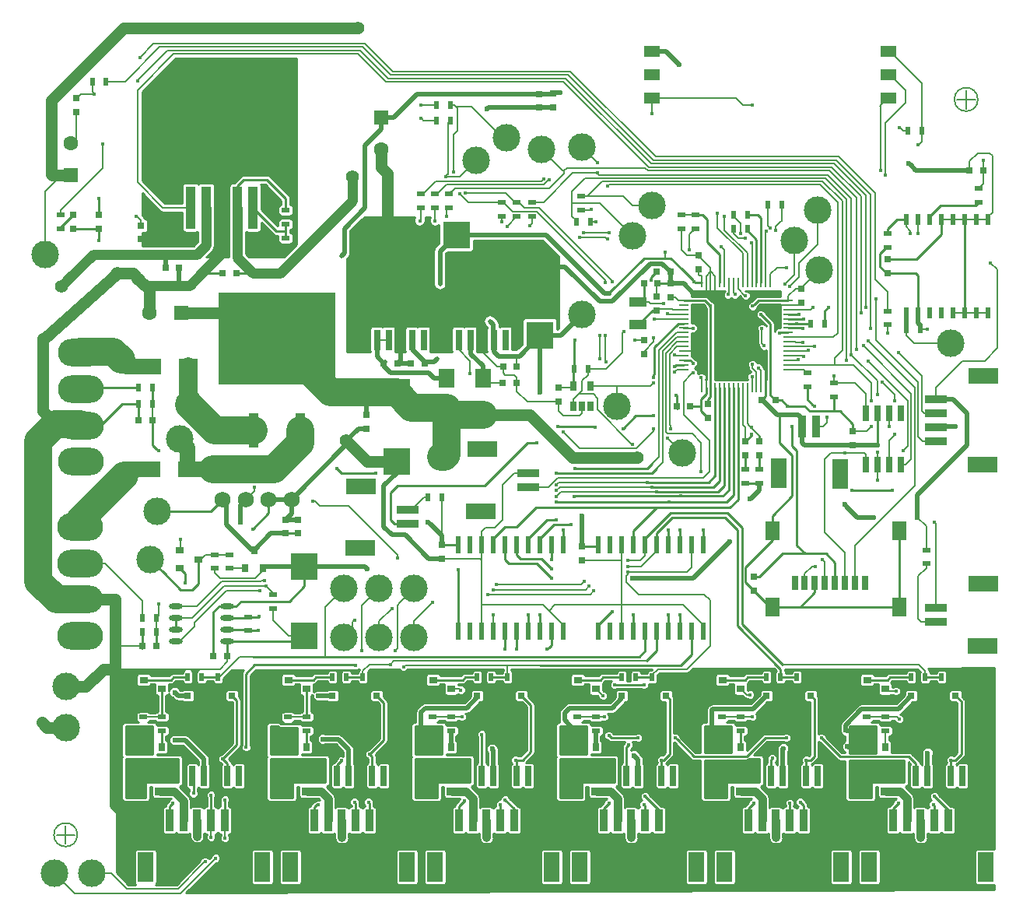
<source format=gbr>
G04 #@! TF.FileFunction,Copper,L1,Top,Signal*
%FSLAX46Y46*%
G04 Gerber Fmt 4.6, Leading zero omitted, Abs format (unit mm)*
G04 Created by KiCad (PCBNEW 4.0.6) date 09/05/17 21:18:10*
%MOMM*%
%LPD*%
G01*
G04 APERTURE LIST*
%ADD10C,0.100000*%
%ADD11C,0.127000*%
%ADD12R,1.700000X1.300000*%
%ADD13R,1.000000X0.250000*%
%ADD14R,0.250000X1.000000*%
%ADD15C,3.000000*%
%ADD16C,1.750000*%
%ADD17R,0.750000X0.800000*%
%ADD18R,1.900000X1.100000*%
%ADD19R,1.100000X4.600000*%
%ADD20R,10.800000X9.400000*%
%ADD21R,5.250000X4.550000*%
%ADD22R,0.508000X1.143000*%
%ADD23R,0.650000X1.060000*%
%ADD24O,1.473200X0.609600*%
%ADD25R,0.600000X1.950000*%
%ADD26R,0.900000X0.800000*%
%ADD27R,0.800000X0.900000*%
%ADD28R,0.500000X0.900000*%
%ADD29R,0.900000X0.500000*%
%ADD30R,1.700000X2.000000*%
%ADD31R,2.000000X1.700000*%
%ADD32R,1.200000X0.900000*%
%ADD33R,0.800000X0.800000*%
%ADD34R,1.600000X1.600000*%
%ADD35C,1.600000*%
%ADD36R,0.800000X0.750000*%
%ADD37R,3.000000X3.000000*%
%ADD38R,1.500000X2.000000*%
%ADD39R,0.800000X1.500000*%
%ADD40R,12.700000X10.000000*%
%ADD41R,1.100000X3.800000*%
%ADD42R,0.900000X2.400000*%
%ADD43R,1.800000X3.300000*%
%ADD44R,0.650000X2.200000*%
%ADD45R,3.450000X2.150000*%
%ADD46R,2.400000X0.900000*%
%ADD47R,3.300000X1.800000*%
%ADD48O,5.000000X3.000000*%
%ADD49R,0.650000X1.750000*%
%ADD50C,0.400000*%
%ADD51C,0.600000*%
%ADD52C,1.400000*%
%ADD53C,0.203200*%
%ADD54C,0.900000*%
%ADD55C,0.508000*%
%ADD56C,1.270000*%
%ADD57C,0.250000*%
%ADD58C,0.254000*%
%ADD59C,1.100000*%
%ADD60C,2.000000*%
%ADD61C,3.048000*%
%ADD62C,1.700000*%
%ADD63C,0.304800*%
G04 APERTURE END LIST*
D10*
D11*
X106276334Y-142000000D02*
G75*
G03X106276334Y-142000000I-1276334J0D01*
G01*
X104000000Y-142000000D02*
X106000000Y-142000000D01*
X105000000Y-143000000D02*
X105000000Y-141000000D01*
X204276334Y-62000000D02*
G75*
G03X204276334Y-62000000I-1276334J0D01*
G01*
X202000000Y-62000000D02*
X204000000Y-62000000D01*
X203000000Y-63000000D02*
X203000000Y-61000000D01*
D12*
X168820000Y-56772000D03*
X194520000Y-56772000D03*
X168820000Y-61852000D03*
X168820000Y-59312000D03*
X194520000Y-59312000D03*
X194520000Y-61852000D03*
D13*
X172244840Y-83868040D03*
X172244840Y-84368040D03*
X172244840Y-84868040D03*
X172244840Y-85368040D03*
X172244840Y-85868040D03*
X172244840Y-86368040D03*
X172244840Y-86868040D03*
X172244840Y-87368040D03*
X172244840Y-87868040D03*
X172244840Y-88368040D03*
X172244840Y-88868040D03*
X172244840Y-89368040D03*
X172244840Y-89868040D03*
X172244840Y-90368040D03*
X172244840Y-90868040D03*
X172244840Y-91368040D03*
D14*
X174194840Y-93318040D03*
X174694840Y-93318040D03*
X175194840Y-93318040D03*
X175694840Y-93318040D03*
X176194840Y-93318040D03*
X176694840Y-93318040D03*
X177194840Y-93318040D03*
X177694840Y-93318040D03*
X178194840Y-93318040D03*
X178694840Y-93318040D03*
X179194840Y-93318040D03*
X179694840Y-93318040D03*
X180194840Y-93318040D03*
X180694840Y-93318040D03*
X181194840Y-93318040D03*
X181694840Y-93318040D03*
D13*
X183644840Y-91368040D03*
X183644840Y-90868040D03*
X183644840Y-90368040D03*
X183644840Y-89868040D03*
X183644840Y-89368040D03*
X183644840Y-88868040D03*
X183644840Y-88368040D03*
X183644840Y-87868040D03*
X183644840Y-87368040D03*
X183644840Y-86868040D03*
X183644840Y-86368040D03*
X183644840Y-85868040D03*
X183644840Y-85368040D03*
X183644840Y-84868040D03*
X183644840Y-84368040D03*
X183644840Y-83868040D03*
D14*
X181694840Y-81918040D03*
X181194840Y-81918040D03*
X180694840Y-81918040D03*
X180194840Y-81918040D03*
X179694840Y-81918040D03*
X179194840Y-81918040D03*
X178694840Y-81918040D03*
X178194840Y-81918040D03*
X177694840Y-81918040D03*
X177194840Y-81918040D03*
X176694840Y-81918040D03*
X176194840Y-81918040D03*
X175694840Y-81918040D03*
X175194840Y-81918040D03*
X174694840Y-81918040D03*
X174194840Y-81918040D03*
D15*
X184314000Y-77346000D03*
D16*
X122084000Y-105540000D03*
X129584000Y-105540000D03*
X127084000Y-105540000D03*
X124584000Y-105540000D03*
D17*
X173880840Y-80494040D03*
X173880840Y-78994040D03*
D18*
X167288840Y-86506040D03*
X167288840Y-84006040D03*
D19*
X118600000Y-73775000D03*
X120300000Y-73775000D03*
X122000000Y-73775000D03*
X123700000Y-73775000D03*
X125400000Y-73775000D03*
D20*
X122000000Y-64625000D03*
D21*
X124775000Y-62200000D03*
X119225000Y-67050000D03*
X119225000Y-62200000D03*
X124775000Y-67050000D03*
D22*
X196506000Y-85220000D03*
X197776000Y-85220000D03*
X199046000Y-85220000D03*
X200316000Y-85220000D03*
X201586000Y-85220000D03*
X202856000Y-85220000D03*
X204126000Y-85220000D03*
X205396000Y-85220000D03*
X205396000Y-75060000D03*
X204126000Y-75060000D03*
X202856000Y-75060000D03*
X201586000Y-75060000D03*
X200316000Y-75060000D03*
X199046000Y-75060000D03*
X197776000Y-75060000D03*
X196506000Y-75060000D03*
D23*
X160250000Y-95337000D03*
X161200000Y-95337000D03*
X162150000Y-95337000D03*
X162150000Y-93137000D03*
X160250000Y-93137000D03*
D24*
X117018000Y-117135242D03*
X117018000Y-118405242D03*
X117018000Y-119675242D03*
X117018000Y-120945242D03*
X122606000Y-120945242D03*
X122606000Y-119675242D03*
X122606000Y-118405242D03*
X122606000Y-117135242D03*
D25*
X162966600Y-119846280D03*
X164236600Y-119846280D03*
X165506600Y-119846280D03*
X166776600Y-119846280D03*
X168046600Y-119846280D03*
X169316600Y-119846280D03*
X170586600Y-119846280D03*
X171856600Y-119846280D03*
X173126600Y-119846280D03*
X174396600Y-119846280D03*
X174396600Y-110446280D03*
X173126600Y-110446280D03*
X171856600Y-110446280D03*
X170586600Y-110446280D03*
X169316600Y-110446280D03*
X168046600Y-110446280D03*
X166776600Y-110446280D03*
X165506600Y-110446280D03*
X164236600Y-110446280D03*
X162966600Y-110446280D03*
X147726600Y-119846280D03*
X148996600Y-119846280D03*
X150266600Y-119846280D03*
X151536600Y-119846280D03*
X152806600Y-119846280D03*
X154076600Y-119846280D03*
X155346600Y-119846280D03*
X156616600Y-119846280D03*
X157886600Y-119846280D03*
X159156600Y-119846280D03*
X159156600Y-110446280D03*
X157886600Y-110446280D03*
X156616600Y-110446280D03*
X155346600Y-110446280D03*
X154076600Y-110446280D03*
X152806600Y-110446280D03*
X151536600Y-110446280D03*
X150266600Y-110446280D03*
X148996600Y-110446280D03*
X147726600Y-110446280D03*
D15*
X105066000Y-125860000D03*
X105066000Y-130305000D03*
X156769000Y-67466000D03*
X102780000Y-78870000D03*
X114972000Y-106810000D03*
X186854000Y-74044000D03*
X161214000Y-85373000D03*
X114210000Y-112017000D03*
X165010000Y-95380000D03*
X117385000Y-98962000D03*
X107860000Y-146180000D03*
X103796000Y-146180000D03*
X142912000Y-120526000D03*
X139102000Y-120526000D03*
X135292000Y-120526000D03*
X142912000Y-115192000D03*
X139102000Y-115192000D03*
X135292000Y-115192000D03*
D26*
X192218000Y-125164000D03*
X192218000Y-127064000D03*
X194218000Y-126114000D03*
X176470000Y-125164000D03*
X176470000Y-127064000D03*
X178470000Y-126114000D03*
X160722000Y-125164000D03*
X160722000Y-127064000D03*
X162722000Y-126114000D03*
X144974000Y-125164000D03*
X144974000Y-127064000D03*
X146974000Y-126114000D03*
X129226000Y-125164000D03*
X129226000Y-127064000D03*
X131226000Y-126114000D03*
X113478000Y-125164000D03*
X113478000Y-127064000D03*
X115478000Y-126114000D03*
D27*
X194168000Y-132480000D03*
X192268000Y-132480000D03*
X193218000Y-134480000D03*
X178420000Y-132480000D03*
X176520000Y-132480000D03*
X177470000Y-134480000D03*
X162672000Y-132480000D03*
X160772000Y-132480000D03*
X161722000Y-134480000D03*
X146924000Y-132480000D03*
X145024000Y-132480000D03*
X145974000Y-134480000D03*
X131176000Y-132480000D03*
X129276000Y-132480000D03*
X130226000Y-134480000D03*
D28*
X196657000Y-65408000D03*
X198157000Y-65408000D03*
D29*
X104494500Y-74564000D03*
X104494500Y-76064000D03*
D28*
X187604000Y-86363000D03*
X186104000Y-86363000D03*
D29*
X128956000Y-78604000D03*
X128956000Y-77104000D03*
X128956000Y-75556000D03*
X128956000Y-74056000D03*
X188632000Y-94340000D03*
X188632000Y-92840000D03*
D28*
X107898000Y-60084000D03*
X109398000Y-60084000D03*
D29*
X122846000Y-113009000D03*
X122846000Y-111509000D03*
D28*
X196506000Y-86998000D03*
X198006000Y-86998000D03*
D29*
X121195000Y-111509000D03*
X121195000Y-113009000D03*
X204380000Y-71655000D03*
X204380000Y-73155000D03*
X194474000Y-76608000D03*
X194474000Y-78108000D03*
D28*
X179202840Y-74537040D03*
X177702840Y-74537040D03*
X179202840Y-76061040D03*
X177702840Y-76061040D03*
D29*
X127559000Y-117377000D03*
X127559000Y-115877000D03*
D28*
X145936000Y-105286000D03*
X144436000Y-105286000D03*
D29*
X172009000Y-76078000D03*
X172009000Y-74578000D03*
X173519000Y-74578000D03*
X173519000Y-76078000D03*
X180504000Y-103762000D03*
X180504000Y-102262000D03*
X178980000Y-103762000D03*
X178980000Y-102262000D03*
X198665000Y-111013000D03*
X198665000Y-112513000D03*
D28*
X161835000Y-91316000D03*
X160335000Y-91316000D03*
D29*
X124892000Y-119790242D03*
X124892000Y-118290242D03*
D28*
X112966000Y-95126000D03*
X114466000Y-95126000D03*
X114466000Y-93348000D03*
X112966000Y-93348000D03*
X200342000Y-124844000D03*
X201842000Y-124844000D03*
X184594000Y-124844000D03*
X186094000Y-124844000D03*
X168846000Y-124844000D03*
X170346000Y-124844000D03*
X153098000Y-124844000D03*
X154598000Y-124844000D03*
X137350000Y-124844000D03*
X138850000Y-124844000D03*
X121602000Y-124844000D03*
X123102000Y-124844000D03*
X197040000Y-124844000D03*
X198540000Y-124844000D03*
X181292000Y-124844000D03*
X182792000Y-124844000D03*
X165544000Y-124844000D03*
X167044000Y-124844000D03*
X149796000Y-124844000D03*
X151296000Y-124844000D03*
X134048000Y-124844000D03*
X135548000Y-124844000D03*
X118300000Y-124844000D03*
X119800000Y-124844000D03*
D29*
X192202000Y-130674000D03*
X192202000Y-129174000D03*
X176454000Y-130674000D03*
X176454000Y-129174000D03*
X160706000Y-130674000D03*
X160706000Y-129174000D03*
X144958000Y-130674000D03*
X144958000Y-129174000D03*
X129210000Y-130674000D03*
X129210000Y-129174000D03*
X113462000Y-130674000D03*
X113462000Y-129174000D03*
X194234000Y-130674000D03*
X194234000Y-129174000D03*
X178486000Y-130674000D03*
X178486000Y-129174000D03*
X162738000Y-130674000D03*
X162738000Y-129174000D03*
X146990000Y-130674000D03*
X146990000Y-129174000D03*
X131242000Y-130674000D03*
X131242000Y-129174000D03*
X115494000Y-130674000D03*
X115494000Y-129174000D03*
D30*
X146456600Y-96318280D03*
X146456600Y-92318280D03*
X150393600Y-96318280D03*
X150393600Y-92318280D03*
D31*
X114274000Y-102238000D03*
X118274000Y-102238000D03*
X114351000Y-91088000D03*
X118351000Y-91088000D03*
D32*
X194318000Y-137290000D03*
X192118000Y-137290000D03*
X178570000Y-137290000D03*
X176370000Y-137290000D03*
X162822000Y-137290000D03*
X160622000Y-137290000D03*
X147074000Y-137290000D03*
X144874000Y-137290000D03*
X131326000Y-137290000D03*
X129126000Y-137290000D03*
X115324000Y-137290000D03*
X113124000Y-137290000D03*
D33*
X105828000Y-76076000D03*
X105828000Y-74576000D03*
X180504000Y-99214000D03*
X180504000Y-100714000D03*
X178980000Y-99214000D03*
X178980000Y-100714000D03*
D17*
X190678000Y-98085000D03*
X190678000Y-99585000D03*
X113194000Y-75707000D03*
X113194000Y-77207000D03*
X158039000Y-61370000D03*
X158039000Y-62870000D03*
X108636000Y-74564000D03*
X108636000Y-76064000D03*
X156515000Y-61394000D03*
X156515000Y-62894000D03*
X179869000Y-113946000D03*
X179869000Y-115446000D03*
D34*
X139370000Y-63966000D03*
D35*
X139370000Y-67466000D03*
D34*
X105588000Y-70234000D03*
D35*
X105588000Y-66734000D03*
D36*
X123610000Y-80902000D03*
X122110000Y-80902000D03*
D17*
X106145500Y-61886000D03*
X106145500Y-63386000D03*
X194474000Y-80878000D03*
X194474000Y-79378000D03*
X128942000Y-109211000D03*
X128942000Y-107711000D03*
X130275500Y-109211000D03*
X130275500Y-107711000D03*
D37*
X156628000Y-87694000D03*
X156628000Y-80194000D03*
X147545000Y-76711000D03*
X140045000Y-76711000D03*
D36*
X204888000Y-69726000D03*
X203388000Y-69726000D03*
X154102000Y-91088000D03*
X152602000Y-91088000D03*
X144045000Y-90707000D03*
X142545000Y-90707000D03*
X115859600Y-80317800D03*
X117359600Y-80317800D03*
D17*
X185056840Y-82579000D03*
X185056840Y-84079000D03*
D36*
X139624000Y-90707000D03*
X141124000Y-90707000D03*
X152578000Y-92866000D03*
X154078000Y-92866000D03*
D17*
X158660000Y-93372000D03*
X158660000Y-94872000D03*
D34*
X117583000Y-85220000D03*
D35*
X114083000Y-85220000D03*
D37*
X140995600Y-93876280D03*
X140995600Y-101376280D03*
D17*
X174896840Y-95123040D03*
X174896840Y-96623040D03*
X137705000Y-96344500D03*
X137705000Y-97844500D03*
X170832840Y-83542040D03*
X170832840Y-82042040D03*
D37*
X130974000Y-112845000D03*
X130974000Y-120345000D03*
D36*
X121094000Y-122596242D03*
X122594000Y-122596242D03*
D17*
X167945000Y-88191000D03*
X167945000Y-89691000D03*
D36*
X114466000Y-96904000D03*
X112966000Y-96904000D03*
X171479840Y-95365040D03*
X172979840Y-95365040D03*
X167923840Y-82030040D03*
X169423840Y-82030040D03*
D17*
X145940840Y-110490040D03*
X145940840Y-111990040D03*
X161180840Y-110617040D03*
X161180840Y-112117040D03*
D36*
X169320840Y-80760040D03*
X170820840Y-80760040D03*
D17*
X169308840Y-84939040D03*
X169308840Y-83439040D03*
D36*
X197040000Y-126876000D03*
X198540000Y-126876000D03*
X181292000Y-126876000D03*
X182792000Y-126876000D03*
X165544000Y-126876000D03*
X167044000Y-126876000D03*
X149796000Y-126876000D03*
X151296000Y-126876000D03*
X134048000Y-126876000D03*
X135548000Y-126876000D03*
X118300000Y-126876000D03*
X119800000Y-126876000D03*
X201842000Y-126876000D03*
X200342000Y-126876000D03*
X186094000Y-126876000D03*
X184594000Y-126876000D03*
X170346000Y-126876000D03*
X168846000Y-126876000D03*
X154598000Y-126876000D03*
X153098000Y-126876000D03*
X138850000Y-126876000D03*
X137350000Y-126876000D03*
X123102000Y-126876000D03*
X121602000Y-126876000D03*
D27*
X115428000Y-132480000D03*
X113528000Y-132480000D03*
X114478000Y-134480000D03*
D36*
X182270000Y-94730040D03*
X180770000Y-94730040D03*
D15*
X172122000Y-100460000D03*
D28*
X123989000Y-107826000D03*
X122489000Y-107826000D03*
D15*
X201332000Y-88522000D03*
D38*
X195744000Y-108924000D03*
X195744000Y-117224000D03*
X181944000Y-117224000D03*
X181944000Y-108924000D03*
D39*
X192044000Y-114624000D03*
X190944000Y-114624000D03*
X189844000Y-114624000D03*
X188744000Y-114624000D03*
X187644000Y-114624000D03*
X186544000Y-114624000D03*
X185444000Y-114624000D03*
X184344000Y-114624000D03*
D27*
X124563000Y-113001000D03*
X126463000Y-113001000D03*
X125513000Y-111001000D03*
D28*
X113347000Y-119891000D03*
X114847000Y-119891000D03*
D36*
X114847000Y-121415000D03*
X113347000Y-121415000D03*
D28*
X114847000Y-118367000D03*
X113347000Y-118367000D03*
D40*
X128000000Y-88000000D03*
D41*
X125460000Y-98000000D03*
X130540000Y-98000000D03*
D42*
X116301600Y-140450280D03*
X117801600Y-140450280D03*
X119301600Y-140450280D03*
X120801600Y-140450280D03*
X122301600Y-140450280D03*
X123801600Y-140450280D03*
D43*
X113701600Y-145500280D03*
X126401600Y-145500280D03*
D42*
X195041600Y-140450280D03*
X196541600Y-140450280D03*
X198041600Y-140450280D03*
X199541600Y-140450280D03*
X201041600Y-140450280D03*
X202541600Y-140450280D03*
D43*
X192441600Y-145500280D03*
X205141600Y-145500280D03*
D42*
X132049600Y-140450280D03*
X133549600Y-140450280D03*
X135049600Y-140450280D03*
X136549600Y-140450280D03*
X138049600Y-140450280D03*
X139549600Y-140450280D03*
D43*
X129449600Y-145500280D03*
X142149600Y-145500280D03*
D42*
X147797600Y-140450280D03*
X149297600Y-140450280D03*
X150797600Y-140450280D03*
X152297600Y-140450280D03*
X153797600Y-140450280D03*
X155297600Y-140450280D03*
D43*
X145197600Y-145500280D03*
X157897600Y-145500280D03*
D42*
X163545600Y-140450280D03*
X165045600Y-140450280D03*
X166545600Y-140450280D03*
X168045600Y-140450280D03*
X169545600Y-140450280D03*
X171045600Y-140450280D03*
D43*
X160945600Y-145500280D03*
X173645600Y-145500280D03*
D42*
X179293600Y-140450280D03*
X180793600Y-140450280D03*
X182293600Y-140450280D03*
X183793600Y-140450280D03*
X185293600Y-140450280D03*
X186793600Y-140450280D03*
D43*
X176693600Y-145500280D03*
X189393600Y-145500280D03*
D44*
X122606000Y-135601500D03*
X120066000Y-135601500D03*
D45*
X121336000Y-129301500D03*
D44*
X121336000Y-135601500D03*
X123876000Y-135601500D03*
X118796000Y-135601500D03*
X138354000Y-135601500D03*
X135814000Y-135601500D03*
D45*
X137084000Y-129301500D03*
D44*
X137084000Y-135601500D03*
X139624000Y-135601500D03*
X134544000Y-135601500D03*
X154102000Y-135601500D03*
X151562000Y-135601500D03*
D45*
X152832000Y-129301500D03*
D44*
X152832000Y-135601500D03*
X155372000Y-135601500D03*
X150292000Y-135601500D03*
X169850000Y-135601500D03*
X167310000Y-135601500D03*
D45*
X168580000Y-129301500D03*
D44*
X168580000Y-135601500D03*
X171120000Y-135601500D03*
X166040000Y-135601500D03*
X185598000Y-135601500D03*
X183058000Y-135601500D03*
D45*
X184328000Y-129301500D03*
D44*
X184328000Y-135601500D03*
X186868000Y-135601500D03*
X181788000Y-135601500D03*
X201346000Y-135601500D03*
X198806000Y-135601500D03*
D45*
X200076000Y-129301500D03*
D44*
X200076000Y-135601500D03*
X202616000Y-135601500D03*
X197536000Y-135601500D03*
X142710100Y-88184780D03*
X140170100Y-88184780D03*
D45*
X141440100Y-81884780D03*
D44*
X141440100Y-88184780D03*
X143980100Y-88184780D03*
X138900100Y-88184780D03*
X151600100Y-88184780D03*
X149060100Y-88184780D03*
D45*
X150330100Y-81884780D03*
D44*
X150330100Y-88184780D03*
X152870100Y-88184780D03*
X147790100Y-88184780D03*
D29*
X185711000Y-93221000D03*
X185711000Y-91721000D03*
D26*
X117417000Y-111067000D03*
X117417000Y-112967000D03*
X119417000Y-112017000D03*
D15*
X118415000Y-95152000D03*
D29*
X194488000Y-85016000D03*
X194488000Y-86516000D03*
D28*
X181419000Y-73435000D03*
X182919000Y-73435000D03*
D15*
X152959000Y-66196000D03*
X149657000Y-68609000D03*
D46*
X199725000Y-99156000D03*
X199725000Y-97656000D03*
X199725000Y-96156000D03*
X199725000Y-94656000D03*
D47*
X204775000Y-101756000D03*
X204875000Y-92056000D03*
D29*
X152451000Y-74705000D03*
X152451000Y-73205000D03*
X154102000Y-74705000D03*
X154102000Y-73205000D03*
X146736000Y-73804000D03*
X146736000Y-72304000D03*
X145212000Y-73804000D03*
X145212000Y-72304000D03*
X143688000Y-73792000D03*
X143688000Y-72292000D03*
X161087000Y-74046000D03*
X161087000Y-72546000D03*
D28*
X145363000Y-62640000D03*
X146863000Y-62640000D03*
X145363000Y-64291000D03*
X146863000Y-64291000D03*
X162079000Y-75340000D03*
X160579000Y-75340000D03*
D29*
X155753000Y-74705000D03*
X155753000Y-73205000D03*
D15*
X168834000Y-73562000D03*
X166700000Y-76864000D03*
X161214000Y-67212000D03*
X186995000Y-80547000D03*
D46*
X142234000Y-106673000D03*
X142234000Y-108173000D03*
D47*
X137184000Y-104073000D03*
X137084000Y-110773000D03*
D46*
X155372000Y-102669000D03*
X155372000Y-104169000D03*
D47*
X150322000Y-100069000D03*
X150222000Y-106769000D03*
D42*
X185181000Y-97622000D03*
X186681000Y-97622000D03*
D43*
X182581000Y-102672000D03*
X189281000Y-102772000D03*
D46*
X199711000Y-118815000D03*
X199711000Y-117315000D03*
D47*
X204761000Y-121415000D03*
X204861000Y-114715000D03*
D48*
X106688000Y-89538000D03*
X106688000Y-93498000D03*
X106688000Y-97458000D03*
X106688000Y-101418000D03*
X106590000Y-108490000D03*
X106590000Y-112450000D03*
X106590000Y-116410000D03*
X106590000Y-120370000D03*
D49*
X192075000Y-101768000D03*
X193345000Y-101768000D03*
X194615000Y-101768000D03*
X195885000Y-101768000D03*
X195885000Y-96168000D03*
X194615000Y-96168000D03*
X193345000Y-96168000D03*
X192075000Y-96168000D03*
D50*
X204888000Y-68583000D03*
D51*
X119290000Y-142243006D03*
D50*
X102413000Y-129773320D03*
D51*
X198044000Y-142370000D03*
X182296000Y-142370000D03*
X166548000Y-142370000D03*
X150800000Y-142370000D03*
X135052000Y-142370000D03*
D50*
X116637000Y-138586000D03*
X122098000Y-133734000D03*
X132512000Y-138713000D03*
X138100000Y-133226000D03*
X153961000Y-133861000D03*
X148373000Y-138306000D03*
X169836000Y-133861000D03*
X164121000Y-138560000D03*
X185584000Y-133861000D03*
X179869000Y-138560000D03*
X201332000Y-133861000D03*
X195617000Y-138560000D03*
X169088000Y-85881000D03*
X168696786Y-81690000D03*
X170496400Y-85270800D03*
X170090000Y-84229400D03*
X168947010Y-92205000D03*
X171467840Y-94222040D03*
X138735000Y-102645004D03*
X173278996Y-90707000D03*
X134530000Y-102111000D03*
X115099000Y-100206000D03*
X115099000Y-116843000D03*
X171233000Y-91062000D03*
X198792000Y-86998000D03*
X108114000Y-61407500D03*
D52*
X136195000Y-70387000D03*
D50*
X112700006Y-74705000D03*
D52*
X136816000Y-54232000D03*
D50*
X108636000Y-72774000D03*
X194996000Y-104550000D03*
X199568000Y-107963004D03*
X190566837Y-104494163D03*
X179615000Y-98428000D03*
X168960996Y-97819000D03*
X179629000Y-97691998D03*
X156261000Y-99343000D03*
X159182000Y-98184000D03*
X121322006Y-144529000D03*
X125987390Y-119764000D03*
X120814000Y-142243000D03*
X199427000Y-138687000D03*
X183806000Y-138560000D03*
X167931000Y-138687000D03*
X152310000Y-138687000D03*
X136435000Y-138433000D03*
X120814000Y-137671000D03*
X120179000Y-144910000D03*
X122338000Y-142370000D03*
X199554000Y-137798000D03*
X184949000Y-138433000D03*
X168058000Y-137798000D03*
X152818000Y-138179000D03*
X137959000Y-138433000D03*
X122338000Y-138179000D03*
X126021000Y-118240000D03*
X192315000Y-88268000D03*
X185203000Y-88395000D03*
X189789000Y-100460000D03*
X193344986Y-94136000D03*
X190519845Y-89750660D03*
X162865000Y-70005998D03*
X162864994Y-68863000D03*
X185330000Y-89919000D03*
X193345000Y-100359000D03*
X192710000Y-94771000D03*
X193345000Y-103407000D03*
X187376000Y-112043000D03*
X192314998Y-90427000D03*
X186600000Y-112779000D03*
X196139000Y-100232000D03*
X188632000Y-92078000D03*
X190004497Y-90373010D03*
X184695000Y-90322050D03*
X148006010Y-126251000D03*
X148119000Y-129162000D03*
X163486000Y-126876000D03*
X163613000Y-129171500D03*
X179488000Y-126749000D03*
X179742000Y-129162000D03*
X195363000Y-126368000D03*
X195744000Y-129416000D03*
X151840333Y-114753500D03*
X144944000Y-116716000D03*
X161454000Y-114430000D03*
X166153000Y-112144000D03*
X166675000Y-99517610D03*
X170485000Y-98819000D03*
X165772000Y-87252000D03*
X173265000Y-86871000D03*
X179628990Y-77626000D03*
X126783000Y-114938000D03*
X178994000Y-77118000D03*
X126656000Y-114303000D03*
X178486000Y-76562390D03*
X126148000Y-115446000D03*
X179742000Y-90807990D03*
X196887000Y-76584000D03*
X117512000Y-109858000D03*
X131863000Y-105667000D03*
X141134000Y-111890000D03*
X158533000Y-97539000D03*
X186487000Y-95406000D03*
X162611000Y-97692000D03*
X165645000Y-97793000D03*
X168947000Y-96396000D03*
X181279992Y-76356000D03*
X125513000Y-104143000D03*
X183298000Y-82045000D03*
X192569000Y-86871000D03*
X185203000Y-86871000D03*
X112813000Y-59947000D03*
X187997000Y-84585000D03*
X192075000Y-84611000D03*
X184568000Y-86368040D03*
X183806000Y-82299000D03*
X109017000Y-66831000D03*
X143688000Y-62640000D03*
X164516000Y-81817000D03*
X147244000Y-69879000D03*
X174168000Y-92231000D03*
X148514000Y-72165000D03*
X163754000Y-87659000D03*
X163773013Y-90580000D03*
X163754000Y-87659000D03*
X143688000Y-64037000D03*
X163754000Y-81944000D03*
X146355000Y-70387000D03*
X147879000Y-72292000D03*
X163119002Y-90199000D03*
X163119000Y-87659000D03*
X171233000Y-91676680D03*
X168946147Y-92859011D03*
X179694840Y-92157840D03*
X185838000Y-89296650D03*
X191045000Y-89204610D03*
X187235000Y-131448000D03*
X183425000Y-131448000D03*
X157886600Y-114130280D03*
X171360000Y-131448000D03*
X167296000Y-131448000D03*
X164121000Y-131194000D03*
X158420000Y-102645000D03*
X147738000Y-113160000D03*
X168326000Y-103661000D03*
X158420000Y-103914986D03*
X151536600Y-118067280D03*
X166776600Y-118067280D03*
X124638000Y-132474000D03*
X152817998Y-121796000D03*
X118897600Y-137498280D03*
X136576000Y-123584000D03*
X154087994Y-121796000D03*
X135026600Y-133942280D03*
X168834000Y-104169004D03*
X158420000Y-104550000D03*
X155346600Y-118098040D03*
X170586600Y-118067280D03*
X169342000Y-104677000D03*
X158420000Y-105185000D03*
X156616600Y-118098040D03*
X171856600Y-118067280D03*
X157404006Y-121822000D03*
X150278000Y-131067000D03*
X160451996Y-102137000D03*
X159168000Y-108842000D03*
X166280000Y-132210000D03*
X157886600Y-112098280D03*
X160325008Y-105185000D03*
X159963539Y-108251344D03*
X171848840Y-108827040D03*
X171975840Y-105144040D03*
X158419976Y-107725000D03*
X158419998Y-105820000D03*
X170578840Y-108827040D03*
X170705840Y-105779040D03*
X157886600Y-113114280D03*
X164744600Y-125687280D03*
X167919600Y-125687280D03*
X181889600Y-133688280D03*
X170866000Y-97803000D03*
X164502000Y-117732000D03*
X140372000Y-123447000D03*
X137242237Y-122004763D03*
X140880000Y-121923000D03*
X141769000Y-123701000D03*
X174168000Y-102518000D03*
X174408000Y-108842000D03*
X136435000Y-118621000D03*
X150913000Y-115827000D03*
X162470000Y-115446000D03*
X166153000Y-113414000D03*
X151548000Y-115318996D03*
X140499000Y-117351000D03*
X161962000Y-114938000D03*
X166153000Y-112779000D03*
X180377000Y-91189000D03*
X197776000Y-76584000D03*
X191807000Y-88776000D03*
X186473000Y-88830000D03*
X164008000Y-71403000D03*
X182296000Y-76229000D03*
X182663000Y-87379000D03*
X194488000Y-87405000D03*
X185330000Y-85855000D03*
X184829110Y-85391967D03*
X191553000Y-85220000D03*
X149022000Y-91850000D03*
X176313000Y-77981000D03*
D51*
X193345000Y-99597000D03*
X171755000Y-58195000D03*
X196760000Y-68964000D03*
X150898000Y-63056000D03*
D52*
X121844000Y-60520610D03*
X122000000Y-77727000D03*
D50*
X118020000Y-114557000D03*
X125386000Y-108715000D03*
D52*
X135560000Y-99134000D03*
D50*
X125767000Y-77760000D03*
D51*
X201854000Y-97549000D03*
D50*
X168993200Y-87887000D03*
X173914004Y-89421000D03*
D52*
X112965400Y-81537000D03*
D50*
X114159200Y-76965000D03*
D52*
X139864000Y-84204000D03*
D50*
X175932000Y-89919000D03*
X116115000Y-128146000D03*
X114464000Y-128146000D03*
D52*
X128956000Y-63630000D03*
X115240000Y-64646000D03*
D50*
X108636000Y-77346000D03*
D52*
X110668000Y-80902000D03*
D51*
X159358500Y-132718000D03*
D52*
X104558000Y-82299000D03*
D51*
X112446000Y-131458000D03*
D52*
X167183000Y-100978000D03*
D51*
X198806000Y-133113000D03*
X190082581Y-132400990D03*
D15*
X145833000Y-100841000D03*
D51*
X183107500Y-132591000D03*
X189902000Y-130622500D03*
X175551000Y-132273500D03*
X166851500Y-133353000D03*
X143864500Y-132400500D03*
X151421000Y-132654500D03*
X116877000Y-131702000D03*
X132498000Y-126876000D03*
X116877000Y-126495000D03*
X133006000Y-131575000D03*
X128053000Y-132464000D03*
X144450000Y-107978994D03*
X189789000Y-106074000D03*
X179502000Y-105439000D03*
D50*
X135052000Y-79023000D03*
X151181000Y-86135000D03*
D51*
X161213994Y-107344000D03*
X158801000Y-61243000D03*
D50*
X205664000Y-79769000D03*
D51*
X197662990Y-107455000D03*
X166661000Y-114049000D03*
X192950000Y-107445000D03*
X177248000Y-110112000D03*
X137832000Y-113076264D03*
X156628000Y-93856000D03*
D50*
X171247000Y-89818000D03*
X166929000Y-88141000D03*
X145466000Y-90199000D03*
X145765999Y-82116999D03*
D51*
X164135000Y-83087000D03*
D50*
X180645000Y-85373000D03*
X173405986Y-81817000D03*
X192709992Y-97565000D03*
X179756000Y-84484000D03*
X194615000Y-97565000D03*
X184074000Y-97565000D03*
X172898000Y-78388000D03*
X170217000Y-78616000D03*
X160438000Y-88141000D03*
X175170010Y-84458000D03*
X183535800Y-95341840D03*
X113067000Y-57407000D03*
X181661000Y-75975000D03*
X186360000Y-84611000D03*
X193218000Y-83722000D03*
X195631000Y-89564000D03*
X183439000Y-80293000D03*
X197775990Y-66932000D03*
X168834000Y-63529000D03*
X195758000Y-65053000D03*
X179756000Y-62640000D03*
X194234000Y-70260000D03*
X193726000Y-69752000D03*
X177851000Y-83214000D03*
X187884000Y-96549000D03*
X173279000Y-91723000D03*
X178994000Y-83341000D03*
X162230000Y-73943000D03*
X162738000Y-75340000D03*
X155499000Y-75721000D03*
X152451000Y-75340000D03*
X153066975Y-75787625D03*
X146482000Y-74705000D03*
X145212000Y-75213000D03*
X175946008Y-74403390D03*
X164135000Y-76483000D03*
X157651927Y-70761927D03*
X161341000Y-76483000D03*
X143561000Y-75213000D03*
X176708000Y-74705000D03*
X164006480Y-77137009D03*
X157023000Y-70641000D03*
X160960000Y-76991000D03*
X193853000Y-92739000D03*
X195250000Y-94771000D03*
X195250000Y-98454000D03*
X181026000Y-88802000D03*
X180772000Y-86897000D03*
X177089000Y-83213994D03*
D53*
X204888000Y-69726000D02*
X204888000Y-68583000D01*
X204888000Y-69726000D02*
X204888000Y-71147000D01*
X204888000Y-71147000D02*
X204380000Y-71655000D01*
D54*
X198041600Y-140450280D02*
X198041600Y-142300990D01*
X198041600Y-142300990D02*
X198044000Y-142300990D01*
X182293600Y-140450280D02*
X182293600Y-142300990D01*
X182293600Y-142300990D02*
X182296000Y-142300990D01*
X166545600Y-140450280D02*
X166545600Y-142300990D01*
X166545600Y-142300990D02*
X166548000Y-142300990D01*
X150797600Y-140450280D02*
X150797600Y-142300990D01*
X150797600Y-142300990D02*
X150800000Y-142300990D01*
X119301600Y-140450280D02*
X119301600Y-142173990D01*
X119301600Y-142173990D02*
X119290000Y-142173990D01*
X135049600Y-140450280D02*
X135049600Y-142300990D01*
X135049600Y-142300990D02*
X135052000Y-142300990D01*
D55*
X119302000Y-140450000D02*
X119290000Y-140462000D01*
D56*
X105066000Y-130305000D02*
X102944680Y-130305000D01*
X102944680Y-130305000D02*
X102413000Y-129773320D01*
D55*
X198042000Y-142368000D02*
X198044000Y-142370000D01*
X182294000Y-142368000D02*
X182296000Y-142370000D01*
X166546000Y-142368000D02*
X166548000Y-142370000D01*
X150798000Y-142368000D02*
X150800000Y-142370000D01*
X135050000Y-142368000D02*
X135052000Y-142370000D01*
D57*
X116301600Y-138921400D02*
X116437001Y-138785999D01*
X116301600Y-140450280D02*
X116301600Y-138921400D01*
X116437001Y-138785999D02*
X116637000Y-138586000D01*
X122098000Y-133734000D02*
X122098000Y-133748000D01*
X122606000Y-134256000D02*
X122606000Y-135601500D01*
X122098000Y-133748000D02*
X122606000Y-134256000D01*
X123114000Y-132718000D02*
X122098000Y-133734000D01*
X123114000Y-132718000D02*
X123622000Y-132210000D01*
X123622000Y-127396000D02*
X123102000Y-126876000D01*
X123622000Y-127396000D02*
X123102000Y-126876000D01*
X123622000Y-132210000D02*
X123622000Y-127396000D01*
X123114000Y-132718000D02*
X123622000Y-132210000D01*
X132336880Y-138713000D02*
X132512000Y-138713000D01*
X132049600Y-140450280D02*
X132049600Y-139000280D01*
X132049600Y-139000280D02*
X132336880Y-138713000D01*
D58*
X138850000Y-126876000D02*
X138862000Y-126876000D01*
X138862000Y-126876000D02*
X139624000Y-127638000D01*
X139624000Y-127638000D02*
X139624000Y-131702000D01*
X139624000Y-131702000D02*
X138100000Y-133226000D01*
X138100000Y-133226000D02*
X138354000Y-133480000D01*
X138354000Y-133480000D02*
X138354000Y-135258000D01*
X138354000Y-135258000D02*
X138354000Y-135601500D01*
D57*
X153961000Y-133861000D02*
X154723000Y-133861000D01*
X155612000Y-127890000D02*
X154598000Y-126876000D01*
X155612000Y-132972000D02*
X155612000Y-127890000D01*
X154723000Y-133861000D02*
X155612000Y-132972000D01*
X147797600Y-140450280D02*
X147797600Y-138881400D01*
X154102000Y-134002000D02*
X154102000Y-135601500D01*
X153961000Y-133861000D02*
X154102000Y-134002000D01*
X147797600Y-138881400D02*
X148373000Y-138306000D01*
X169836000Y-133861000D02*
X170090000Y-133861000D01*
X170725000Y-127255000D02*
X170346000Y-126876000D01*
X170725000Y-133226000D02*
X170725000Y-127255000D01*
X170090000Y-133861000D02*
X170725000Y-133226000D01*
X163545600Y-140450280D02*
X163545600Y-139135400D01*
X169850000Y-133875000D02*
X169850000Y-135601500D01*
X169836000Y-133861000D02*
X169850000Y-133875000D01*
X163545600Y-139135400D02*
X164121000Y-138560000D01*
X185584000Y-133861000D02*
X186092000Y-133861000D01*
X186473000Y-127255000D02*
X186094000Y-126876000D01*
X186473000Y-133480000D02*
X186473000Y-127255000D01*
X186092000Y-133861000D02*
X186473000Y-133480000D01*
X179293600Y-140450280D02*
X179293600Y-139135400D01*
X185598000Y-133875000D02*
X185598000Y-135601500D01*
X185584000Y-133861000D02*
X185598000Y-133875000D01*
X179293600Y-139135400D02*
X179869000Y-138560000D01*
X201332000Y-133861000D02*
X201840000Y-133861000D01*
X202475000Y-127509000D02*
X201842000Y-126876000D01*
X202475000Y-133226000D02*
X202475000Y-127509000D01*
X201840000Y-133861000D02*
X202475000Y-133226000D01*
X195041600Y-140450280D02*
X195041600Y-139135400D01*
X201346000Y-133875000D02*
X201346000Y-135601500D01*
X201332000Y-133861000D02*
X201346000Y-133875000D01*
X195041600Y-139135400D02*
X195617000Y-138560000D01*
D53*
X169308840Y-84939040D02*
X169459680Y-84788200D01*
X169459680Y-84788200D02*
X170997120Y-84788200D01*
X170997120Y-84788200D02*
X171076960Y-84868040D01*
X171076960Y-84868040D02*
X172244840Y-84868040D01*
X166888840Y-86506040D02*
X167288840Y-86506040D01*
D58*
X169308840Y-84939040D02*
X168855840Y-84939040D01*
X168855840Y-84939040D02*
X167288840Y-86506040D01*
D53*
X169100960Y-85868040D02*
X169088000Y-85881000D01*
X172244840Y-85868040D02*
X169100960Y-85868040D01*
D58*
X168696786Y-81359094D02*
X168696786Y-81407158D01*
X169295840Y-80760040D02*
X168696786Y-81359094D01*
X169320840Y-80760040D02*
X169295840Y-80760040D01*
X168696786Y-81407158D02*
X168696786Y-81690000D01*
D53*
X170593640Y-85368040D02*
X170496400Y-85270800D01*
X172244840Y-85368040D02*
X170593640Y-85368040D01*
X168442040Y-84006040D02*
X168665400Y-84229400D01*
X168665400Y-84229400D02*
X170090000Y-84229400D01*
X167288840Y-84006040D02*
X168442040Y-84006040D01*
D58*
X167923840Y-82030040D02*
X167923840Y-83815840D01*
X167923840Y-83815840D02*
X167931000Y-83823000D01*
X172244840Y-86368040D02*
X171648960Y-86368040D01*
X171648960Y-86368040D02*
X169074000Y-88943000D01*
X169074000Y-88943000D02*
X169074000Y-91824000D01*
X169074000Y-91824000D02*
X168947000Y-91951000D01*
X168947000Y-91951000D02*
X168947000Y-92204990D01*
X168947000Y-92204990D02*
X168947010Y-92205000D01*
X171479840Y-95365040D02*
X171479840Y-94234040D01*
X171479840Y-94234040D02*
X171467840Y-94222040D01*
X171576840Y-95613040D02*
X171328840Y-95365040D01*
D57*
X138452158Y-102645004D02*
X138735000Y-102645004D01*
X135064004Y-102645004D02*
X138452158Y-102645004D01*
X134530000Y-102111000D02*
X135064004Y-102645004D01*
X172994840Y-90368040D02*
X173278996Y-90652196D01*
X172244840Y-90368040D02*
X172994840Y-90368040D01*
X173278996Y-90652196D02*
X173278996Y-90707000D01*
X114899001Y-100006001D02*
X115099000Y-100206000D01*
X114466000Y-99573000D02*
X114899001Y-100006001D01*
X114466000Y-96904000D02*
X114466000Y-99573000D01*
D53*
X114466000Y-95126000D02*
X114466000Y-96904000D01*
D58*
X114466000Y-93348000D02*
X114466000Y-95126000D01*
D53*
X115099000Y-116843000D02*
X115099000Y-118115000D01*
X115099000Y-118115000D02*
X114847000Y-118367000D01*
X114847000Y-119891000D02*
X114847000Y-118367000D01*
D58*
X114847000Y-121415000D02*
X114847000Y-119891000D01*
D57*
X171426960Y-90868040D02*
X171233000Y-91062000D01*
X172244840Y-90868040D02*
X171426960Y-90868040D01*
D55*
X125513000Y-111001000D02*
X125259000Y-111001000D01*
X125259000Y-111001000D02*
X122489000Y-108231000D01*
X122489000Y-108231000D02*
X122489000Y-107826000D01*
D58*
X114972000Y-106810000D02*
X120814000Y-106810000D01*
X120814000Y-106810000D02*
X122084000Y-105540000D01*
D55*
X128942000Y-109211000D02*
X127303000Y-109211000D01*
X127303000Y-109211000D02*
X125513000Y-111001000D01*
X122489000Y-107826000D02*
X122489000Y-105945000D01*
X122489000Y-105945000D02*
X122084000Y-105540000D01*
D58*
X128942000Y-109211000D02*
X130275500Y-109211000D01*
X194474000Y-78108000D02*
X194274000Y-78108000D01*
X194274000Y-78108000D02*
X193599000Y-78783000D01*
X193599000Y-78783000D02*
X193599000Y-80150000D01*
X193599000Y-80150000D02*
X194327000Y-80878000D01*
X194327000Y-80878000D02*
X194474000Y-80878000D01*
D53*
X198792000Y-86998000D02*
X198006000Y-86998000D01*
D55*
X198006000Y-86466000D02*
X197942500Y-86466000D01*
X197942500Y-86466000D02*
X197776000Y-86299500D01*
X197776000Y-86299500D02*
X197776000Y-85220000D01*
X198006000Y-86998000D02*
X198006000Y-86466000D01*
D58*
X194474000Y-80878000D02*
X197498000Y-80878000D01*
X197498000Y-80878000D02*
X197776000Y-81156000D01*
X197776000Y-81156000D02*
X197776000Y-84394500D01*
X197776000Y-84394500D02*
X197776000Y-85220000D01*
D53*
X107898000Y-60084000D02*
X107898000Y-61191500D01*
X107898000Y-61191500D02*
X108114000Y-61407500D01*
X105969000Y-61709500D02*
X106145500Y-61886000D01*
X108114000Y-61407500D02*
X106624000Y-61407500D01*
X106624000Y-61407500D02*
X106145500Y-61886000D01*
D58*
X108114000Y-61407500D02*
X108102000Y-61419500D01*
D59*
X136195000Y-71376949D02*
X136195000Y-70387000D01*
X136195000Y-73027949D02*
X136195000Y-71376949D01*
X125400000Y-80902000D02*
X128320949Y-80902000D01*
X128320949Y-80902000D02*
X136195000Y-73027949D01*
D53*
X112795200Y-74705000D02*
X112700006Y-74705000D01*
X113194000Y-75103800D02*
X112795200Y-74705000D01*
X113194000Y-75707000D02*
X113194000Y-75103800D01*
D56*
X135826051Y-54232000D02*
X136816000Y-54232000D01*
X103415000Y-70131000D02*
X103415000Y-62106000D01*
X103518000Y-70234000D02*
X103415000Y-70131000D01*
X105588000Y-70234000D02*
X103518000Y-70234000D01*
X111289000Y-54232000D02*
X135826051Y-54232000D01*
X103415000Y-62106000D02*
X111289000Y-54232000D01*
D53*
X102780000Y-78870000D02*
X102780000Y-72038800D01*
X102780000Y-72038800D02*
X104584800Y-70234000D01*
X104584800Y-70234000D02*
X105588000Y-70234000D01*
D59*
X123700000Y-79202000D02*
X125400000Y-80902000D01*
X123700000Y-73775000D02*
X123700000Y-79202000D01*
D58*
X128956000Y-74056000D02*
X128956000Y-72774000D01*
X123700000Y-71426000D02*
X123700000Y-73775000D01*
X124384000Y-70742000D02*
X123700000Y-71426000D01*
X126924000Y-70742000D02*
X124384000Y-70742000D01*
X128956000Y-72774000D02*
X126924000Y-70742000D01*
X123610000Y-80902000D02*
X125400000Y-80902000D01*
X108636000Y-74564000D02*
X108636000Y-72774000D01*
D60*
X118415000Y-95175518D02*
X118351000Y-95111518D01*
X118351000Y-95111518D02*
X118351000Y-91088000D01*
D61*
X121862000Y-98000000D02*
X121239482Y-98000000D01*
X121239482Y-98000000D02*
X118415000Y-95175518D01*
D53*
X122338000Y-98476000D02*
X121862000Y-98000000D01*
D61*
X121862000Y-98000000D02*
X125460000Y-98000000D01*
D62*
X118274000Y-102238000D02*
X118274000Y-99851000D01*
X118274000Y-99851000D02*
X117385000Y-98962000D01*
X121068000Y-102238000D02*
X118274000Y-102238000D01*
D61*
X127652000Y-102238000D02*
X121068000Y-102238000D01*
X130540000Y-98000000D02*
X130540000Y-99350000D01*
X130540000Y-99350000D02*
X127652000Y-102238000D01*
D58*
X194940163Y-104494163D02*
X194996000Y-104550000D01*
X190566837Y-104494163D02*
X194940163Y-104494163D01*
D53*
X199711000Y-108106004D02*
X199568000Y-107963004D01*
X199711000Y-117315000D02*
X199711000Y-108106004D01*
D58*
X179615000Y-98428000D02*
X179615000Y-98579000D01*
X179615000Y-98579000D02*
X178980000Y-99214000D01*
D53*
X178980000Y-99214000D02*
X178980000Y-97666000D01*
X178980000Y-97666000D02*
X178694840Y-97380840D01*
X178694840Y-97380840D02*
X178694840Y-94021240D01*
X178694840Y-94021240D02*
X178694840Y-93318040D01*
D58*
X178980000Y-100714000D02*
X178980000Y-102262000D01*
X141077000Y-108147000D02*
X140808000Y-108147000D01*
X140808000Y-108147000D02*
X140386000Y-107725000D01*
X140386000Y-107725000D02*
X140386000Y-104764000D01*
X140386000Y-104764000D02*
X141134000Y-104016000D01*
X141134000Y-104016000D02*
X150572000Y-104016000D01*
X150572000Y-104016000D02*
X155245000Y-99343000D01*
X155245000Y-99343000D02*
X156261000Y-99343000D01*
D53*
X168960996Y-98101842D02*
X168960996Y-97819000D01*
X167116627Y-99946211D02*
X168960996Y-98101842D01*
X160944211Y-99946211D02*
X167116627Y-99946211D01*
X159182000Y-98184000D02*
X160944211Y-99946211D01*
X179429001Y-97491999D02*
X179629000Y-97691998D01*
X179194840Y-97257838D02*
X179429001Y-97491999D01*
X179194840Y-93318040D02*
X179194840Y-97257838D01*
X179828999Y-97891997D02*
X179629000Y-97691998D01*
X180504000Y-98566998D02*
X179828999Y-97891997D01*
X180504000Y-99214000D02*
X180504000Y-98566998D01*
D58*
X180504000Y-99214000D02*
X180504000Y-98560000D01*
X180504000Y-102262000D02*
X180504000Y-100714000D01*
X104494500Y-76064000D02*
X104494500Y-75885500D01*
X104494500Y-75885500D02*
X105816000Y-74564000D01*
X105816000Y-74564000D02*
X105955000Y-74564000D01*
D54*
X117801600Y-140450280D02*
X117801600Y-138267600D01*
X117801600Y-138267600D02*
X116824000Y-137290000D01*
X116824000Y-137290000D02*
X115324000Y-137290000D01*
D55*
X114478000Y-134480000D02*
X114478000Y-134530000D01*
X114478000Y-134530000D02*
X113124000Y-135884000D01*
X113124000Y-135884000D02*
X113124000Y-137290000D01*
D54*
X133549600Y-140450280D02*
X133549600Y-138013600D01*
X133549600Y-138013600D02*
X132826000Y-137290000D01*
X132826000Y-137290000D02*
X131326000Y-137290000D01*
D57*
X133895000Y-140104880D02*
X133549600Y-140450280D01*
D55*
X129126000Y-137290000D02*
X129126000Y-135580000D01*
X129126000Y-135580000D02*
X130226000Y-134480000D01*
D58*
X129972000Y-134496000D02*
X130226000Y-134480000D01*
D54*
X149297600Y-140450280D02*
X149297600Y-138013600D01*
X149297600Y-138013600D02*
X148574000Y-137290000D01*
X148574000Y-137290000D02*
X147074000Y-137290000D01*
D55*
X144874000Y-137290000D02*
X144874000Y-135580000D01*
X144874000Y-135580000D02*
X145974000Y-134480000D01*
D54*
X165045600Y-140450280D02*
X165045600Y-138013600D01*
X165045600Y-138013600D02*
X164322000Y-137290000D01*
X164322000Y-137290000D02*
X162822000Y-137290000D01*
D55*
X160622000Y-137290000D02*
X160622000Y-135580000D01*
X160622000Y-135580000D02*
X161722000Y-134480000D01*
D54*
X180793600Y-140450280D02*
X180793600Y-138013600D01*
X180070000Y-137290000D02*
X178570000Y-137290000D01*
X180793600Y-138013600D02*
X180070000Y-137290000D01*
D55*
X176370000Y-137290000D02*
X176370000Y-135580000D01*
X176370000Y-135580000D02*
X177470000Y-134480000D01*
D54*
X196541600Y-140450280D02*
X196541600Y-138013600D01*
X196541600Y-138013600D02*
X195818000Y-137290000D01*
X195818000Y-137290000D02*
X194318000Y-137290000D01*
D55*
X192118000Y-137290000D02*
X192118000Y-135580000D01*
X192118000Y-135580000D02*
X193218000Y-134480000D01*
D62*
X111049000Y-90326000D02*
X111049000Y-90486000D01*
X111049000Y-90486000D02*
X111651000Y-91088000D01*
X111651000Y-91088000D02*
X114351000Y-91088000D01*
D61*
X110163000Y-89440000D02*
X111049000Y-90326000D01*
X106590000Y-89440000D02*
X110163000Y-89440000D01*
D57*
X106688000Y-89538000D02*
X106590000Y-89440000D01*
D62*
X111416000Y-102873000D02*
X111416000Y-102396000D01*
X111416000Y-102396000D02*
X111574000Y-102238000D01*
D61*
X106590000Y-107699000D02*
X111416000Y-102873000D01*
X106590000Y-107953000D02*
X106590000Y-107699000D01*
X106590000Y-108490000D02*
X106590000Y-107953000D01*
D62*
X111574000Y-102238000D02*
X114274000Y-102238000D01*
D53*
X121122007Y-144728999D02*
X121322006Y-144529000D01*
X105965000Y-148349000D02*
X117502006Y-148349000D01*
X117502006Y-148349000D02*
X121122007Y-144728999D01*
X103796000Y-146180000D02*
X105965000Y-148349000D01*
D57*
X124892000Y-119790242D02*
X125961148Y-119790242D01*
X125961148Y-119790242D02*
X125987390Y-119764000D01*
D53*
X120814000Y-141865880D02*
X120814000Y-142243000D01*
X120801600Y-140450280D02*
X120801600Y-141853480D01*
X120801600Y-141853480D02*
X120814000Y-141865880D01*
D57*
X199541600Y-138801600D02*
X199541600Y-140450280D01*
X199427000Y-138687000D02*
X199541600Y-138801600D01*
X183793600Y-138572400D02*
X183793600Y-140450280D01*
X183806000Y-138560000D02*
X183793600Y-138572400D01*
X168045600Y-138801600D02*
X168045600Y-140450280D01*
X167931000Y-138687000D02*
X168045600Y-138801600D01*
X152297600Y-138699400D02*
X152297600Y-140450280D01*
X152310000Y-138687000D02*
X152297600Y-138699400D01*
X136549600Y-138547600D02*
X136549600Y-140450280D01*
X136435000Y-138433000D02*
X136549600Y-138547600D01*
X120801600Y-137683400D02*
X120801600Y-140450280D01*
X120801600Y-137683400D02*
X120814000Y-137671000D01*
D58*
X122606000Y-119675242D02*
X124777000Y-119675242D01*
X124777000Y-119675242D02*
X124892000Y-119790242D01*
D53*
X111642320Y-147841000D02*
X117248000Y-147841000D01*
X107860000Y-146180000D02*
X109981320Y-146180000D01*
X117248000Y-147841000D02*
X119979001Y-145109999D01*
X119979001Y-145109999D02*
X120179000Y-144910000D01*
X109981320Y-146180000D02*
X111642320Y-147841000D01*
X122338000Y-141889880D02*
X122338000Y-142370000D01*
X122301600Y-140450280D02*
X122301600Y-141853480D01*
X122301600Y-141853480D02*
X122338000Y-141889880D01*
D57*
X199554000Y-137798000D02*
X201041600Y-139285600D01*
X201041600Y-139285600D02*
X201041600Y-140450280D01*
X185293600Y-138777600D02*
X185293600Y-140450280D01*
X184949000Y-138433000D02*
X185293600Y-138777600D01*
X168058000Y-137798000D02*
X169545600Y-139285600D01*
X169545600Y-139285600D02*
X169545600Y-140450280D01*
X153797600Y-139158600D02*
X153797600Y-140450280D01*
X152818000Y-138179000D02*
X153797600Y-139158600D01*
X137959000Y-138433000D02*
X138049600Y-138523600D01*
X138049600Y-140450280D02*
X138049600Y-138523600D01*
X122301600Y-140450280D02*
X122301600Y-138215400D01*
X122301600Y-138215400D02*
X122338000Y-138179000D01*
X125970758Y-118290242D02*
X124892000Y-118290242D01*
X126021000Y-118240000D02*
X125970758Y-118290242D01*
D58*
X122606000Y-118405242D02*
X124777000Y-118405242D01*
X124777000Y-118405242D02*
X124892000Y-118290242D01*
D53*
X199711000Y-118815000D02*
X198101000Y-118815000D01*
X198101000Y-118815000D02*
X197790000Y-118504000D01*
X197790000Y-118504000D02*
X197790000Y-113841200D01*
X197790000Y-113841200D02*
X198665000Y-112966200D01*
X198665000Y-112966200D02*
X198665000Y-112513000D01*
X144436000Y-105286000D02*
X143982800Y-105286000D01*
X143982800Y-105286000D02*
X142621800Y-106647000D01*
X142621800Y-106647000D02*
X141351210Y-106647000D01*
X190918000Y-114598000D02*
X190918000Y-110533000D01*
X190918000Y-110533000D02*
X197409000Y-104042000D01*
X197409000Y-104042000D02*
X197409000Y-93362000D01*
X197409000Y-93362000D02*
X192514999Y-88467999D01*
X192514999Y-88467999D02*
X192315000Y-88268000D01*
X190944000Y-114624000D02*
X190918000Y-114598000D01*
X185203000Y-88395000D02*
X184441000Y-88395000D01*
X184414040Y-88368040D02*
X183644840Y-88368040D01*
X184441000Y-88395000D02*
X184414040Y-88368040D01*
X190519845Y-89750660D02*
X193344986Y-92575801D01*
X193344986Y-93853158D02*
X193344986Y-94136000D01*
X193344986Y-92575801D02*
X193344986Y-93853158D01*
X188291000Y-100460000D02*
X189789000Y-100460000D01*
X189789000Y-100460000D02*
X191922000Y-100460000D01*
X192075000Y-100613000D02*
X192075000Y-101768000D01*
X189844000Y-114624000D02*
X189844000Y-111336000D01*
X189844000Y-111336000D02*
X187630000Y-109122000D01*
X187630000Y-109122000D02*
X187630000Y-101121000D01*
X187630000Y-101121000D02*
X188291000Y-100460000D01*
X191922000Y-100460000D02*
X192075000Y-100613000D01*
X163064999Y-70205997D02*
X162865000Y-70005998D01*
X160198002Y-70005998D02*
X162582158Y-70005998D01*
X155753000Y-73181000D02*
X157023000Y-73181000D01*
X157023000Y-73181000D02*
X160198002Y-70005998D01*
X163065003Y-70206001D02*
X163064999Y-70205997D01*
X162582158Y-70005998D02*
X162865000Y-70005998D01*
X161214000Y-67212000D02*
X162864994Y-68862994D01*
X162864994Y-68862994D02*
X162864994Y-68863000D01*
X185330000Y-89919000D02*
X185279040Y-89868040D01*
X185279040Y-89868040D02*
X184364960Y-89868040D01*
X184364960Y-89868040D02*
X183644840Y-89868040D01*
X190519845Y-89750660D02*
X190519845Y-72768845D01*
X190519845Y-72768845D02*
X187957001Y-70206001D01*
X187957001Y-70206001D02*
X163065003Y-70206001D01*
X193345000Y-100359000D02*
X193345000Y-101768000D01*
X190712040Y-90868040D02*
X192710000Y-92866000D01*
X192710000Y-92866000D02*
X192710000Y-94771000D01*
X193345000Y-103407000D02*
X193345000Y-101768000D01*
X187644000Y-114624000D02*
X187644000Y-112311000D01*
X187644000Y-112311000D02*
X187376000Y-112043000D01*
X168834000Y-73562000D02*
X166712680Y-73562000D01*
X166712680Y-73562000D02*
X165696680Y-72546000D01*
X165696680Y-72546000D02*
X161740200Y-72546000D01*
X188698960Y-90868040D02*
X190712040Y-90868040D01*
X188698960Y-90868040D02*
X188698960Y-90146040D01*
X188698960Y-90146040D02*
X189521000Y-89324000D01*
X189521000Y-89324000D02*
X189521000Y-73040000D01*
X189521000Y-73040000D02*
X187376000Y-70895000D01*
X187376000Y-70895000D02*
X163391200Y-70895000D01*
X163391200Y-70895000D02*
X161740200Y-72546000D01*
X161740200Y-72546000D02*
X161087000Y-72546000D01*
X183644840Y-90868040D02*
X188698960Y-90868040D01*
X192314998Y-90427000D02*
X196647000Y-94759002D01*
X186285000Y-112779000D02*
X186317158Y-112779000D01*
X185444000Y-113620000D02*
X186285000Y-112779000D01*
X185444000Y-114624000D02*
X185444000Y-113620000D01*
X186317158Y-112779000D02*
X186600000Y-112779000D01*
X196338999Y-100032001D02*
X196139000Y-100232000D01*
X196647000Y-99724000D02*
X196338999Y-100032001D01*
X196647000Y-94759002D02*
X196647000Y-99724000D01*
X188632000Y-92840000D02*
X190906000Y-92840000D01*
X190906000Y-92840000D02*
X192075000Y-94009000D01*
X192075000Y-94009000D02*
X192075000Y-96168000D01*
X190004497Y-90373010D02*
X190004497Y-72888497D01*
X160125800Y-71983200D02*
X160125800Y-73308000D01*
X187677601Y-70561601D02*
X161547399Y-70561601D01*
X190004497Y-72888497D02*
X187677601Y-70561601D01*
X161547399Y-70561601D02*
X160125800Y-71983200D01*
X160125800Y-73308000D02*
X163144000Y-73308000D01*
X163144000Y-73308000D02*
X166700000Y-76864000D01*
X160125800Y-73308000D02*
X160125800Y-74686800D01*
X160125800Y-74686800D02*
X160579000Y-75140000D01*
X160579000Y-75140000D02*
X160579000Y-75340000D01*
X188632000Y-92840000D02*
X188632000Y-92078000D01*
X184649010Y-90368040D02*
X184695000Y-90322050D01*
X183644840Y-90368040D02*
X184649010Y-90368040D01*
D57*
X115428000Y-130740000D02*
X115494000Y-130674000D01*
X115428000Y-132480000D02*
X115428000Y-130740000D01*
X115428000Y-130740000D02*
X115494000Y-130674000D01*
D53*
X115494000Y-129174000D02*
X113462000Y-129174000D01*
D57*
X115478000Y-129158000D02*
X115494000Y-129174000D01*
X115478000Y-126114000D02*
X115478000Y-129158000D01*
X115478000Y-129158000D02*
X115494000Y-129174000D01*
D58*
X131176000Y-132480000D02*
X131176000Y-130747000D01*
X131176000Y-130747000D02*
X131115000Y-130686000D01*
X131115000Y-130686000D02*
X131242000Y-130674000D01*
D53*
X131242000Y-129174000D02*
X129210000Y-129174000D01*
D58*
X131242000Y-129174000D02*
X131242000Y-126241000D01*
X131242000Y-126241000D02*
X131226000Y-126114000D01*
D55*
X146924000Y-132480000D02*
X146924000Y-130740000D01*
X146924000Y-130740000D02*
X146990000Y-130674000D01*
D53*
X147869010Y-126114000D02*
X148006010Y-126251000D01*
X146974000Y-126114000D02*
X147869010Y-126114000D01*
X146990000Y-129174000D02*
X144958000Y-129174000D01*
X146990000Y-129174000D02*
X148107000Y-129174000D01*
X148107000Y-129174000D02*
X148119000Y-129162000D01*
D55*
X162672000Y-132480000D02*
X162672000Y-130740000D01*
X162672000Y-130740000D02*
X162738000Y-130674000D01*
D53*
X163486000Y-126876000D02*
X163484000Y-126876000D01*
X163484000Y-126876000D02*
X162722000Y-126114000D01*
X162738000Y-129174000D02*
X163610500Y-129174000D01*
X163610500Y-129174000D02*
X163613000Y-129171500D01*
X160706000Y-129174000D02*
X162738000Y-129174000D01*
D58*
X178420000Y-132480000D02*
X178420000Y-130740000D01*
X178420000Y-130740000D02*
X178486000Y-130674000D01*
D53*
X179488000Y-126749000D02*
X179105000Y-126749000D01*
X179105000Y-126749000D02*
X178470000Y-126114000D01*
X178486000Y-129174000D02*
X179730000Y-129174000D01*
X179730000Y-129174000D02*
X179742000Y-129162000D01*
X178486000Y-129174000D02*
X176454000Y-129174000D01*
X194168000Y-132480000D02*
X194168000Y-130740000D01*
X194168000Y-130740000D02*
X194234000Y-130674000D01*
X195363000Y-126368000D02*
X194472000Y-126368000D01*
X194472000Y-126368000D02*
X194218000Y-126114000D01*
X194234000Y-129174000D02*
X195502000Y-129174000D01*
X195502000Y-129174000D02*
X195744000Y-129416000D01*
X194234000Y-129174000D02*
X192202000Y-129174000D01*
D57*
X116444000Y-125164000D02*
X116764000Y-124844000D01*
X116764000Y-124844000D02*
X118300000Y-124844000D01*
X113478000Y-125164000D02*
X116444000Y-125164000D01*
X113478000Y-125164000D02*
X116444000Y-125164000D01*
X116764000Y-124844000D02*
X118300000Y-124844000D01*
X116444000Y-125164000D02*
X116764000Y-124844000D01*
D53*
X198540000Y-124844000D02*
X198540000Y-124190800D01*
X198540000Y-124190800D02*
X197877480Y-123528280D01*
X197877480Y-123528280D02*
X183060354Y-123528280D01*
D57*
X168046600Y-110446280D02*
X168046600Y-109771280D01*
X168046600Y-109771280D02*
X170799600Y-107018280D01*
X170799600Y-107018280D02*
X177029280Y-107018280D01*
X177029280Y-107018280D02*
X178599000Y-108588000D01*
X178599000Y-108588000D02*
X178599000Y-119066926D01*
X178599000Y-119066926D02*
X183060354Y-123528280D01*
D53*
X161130500Y-114753500D02*
X151840333Y-114753500D01*
X161454000Y-114430000D02*
X161130500Y-114753500D01*
X144944000Y-116716000D02*
X142912000Y-118748000D01*
X142912000Y-118748000D02*
X142912000Y-120526000D01*
X167527080Y-112144000D02*
X166153000Y-112144000D01*
X168046600Y-110446280D02*
X168046600Y-111624480D01*
X168046600Y-111624480D02*
X167527080Y-112144000D01*
D58*
X200342000Y-124844000D02*
X199588320Y-124844000D01*
X199588320Y-124844000D02*
X198540000Y-124844000D01*
X129226000Y-125164000D02*
X131938000Y-125164000D01*
X132258000Y-124844000D02*
X134048000Y-124844000D01*
X131938000Y-125164000D02*
X132258000Y-124844000D01*
X144974000Y-125164000D02*
X148194000Y-125164000D01*
X148514000Y-124844000D02*
X149796000Y-124844000D01*
X148194000Y-125164000D02*
X148514000Y-124844000D01*
X160722000Y-125164000D02*
X163180000Y-125164000D01*
X163500000Y-124844000D02*
X165544000Y-124844000D01*
X163180000Y-125164000D02*
X163500000Y-124844000D01*
X176470000Y-125164000D02*
X178928000Y-125164000D01*
X179248000Y-124844000D02*
X181292000Y-124844000D01*
X178928000Y-125164000D02*
X179248000Y-124844000D01*
X192218000Y-125164000D02*
X194422000Y-125164000D01*
X194742000Y-124844000D02*
X197040000Y-124844000D01*
X194422000Y-125164000D02*
X194742000Y-124844000D01*
D53*
X166475001Y-99317611D02*
X166675000Y-99517610D01*
X162865000Y-94501000D02*
X162865000Y-95707610D01*
X160819000Y-94063082D02*
X162427082Y-94063082D01*
X162865000Y-95707610D02*
X166475001Y-99317611D01*
X162427082Y-94063082D02*
X162865000Y-94501000D01*
X165572001Y-87451999D02*
X165572001Y-89523329D01*
X165772000Y-87252000D02*
X165572001Y-87451999D01*
X163779330Y-91316000D02*
X162288200Y-91316000D01*
X162288200Y-91316000D02*
X161835000Y-91316000D01*
X165572001Y-89523329D02*
X163779330Y-91316000D01*
X170485000Y-98823000D02*
X170485000Y-98819000D01*
X172122000Y-100460000D02*
X170485000Y-98823000D01*
X160250000Y-94632082D02*
X160819000Y-94063082D01*
X160819000Y-94063082D02*
X161200000Y-93682082D01*
X173265000Y-86871000D02*
X172247800Y-86871000D01*
X172247800Y-86871000D02*
X172244840Y-86868040D01*
X160250000Y-95337000D02*
X160250000Y-94632082D01*
X161200000Y-93682082D02*
X161200000Y-92604200D01*
X161200000Y-92604200D02*
X161835000Y-91969200D01*
X161835000Y-91969200D02*
X161835000Y-91316000D01*
X173519000Y-74564000D02*
X172023000Y-74564000D01*
X172023000Y-74564000D02*
X172009000Y-74578000D01*
D58*
X176194840Y-81918040D02*
X176194840Y-78878840D01*
X176194840Y-78878840D02*
X174789000Y-77473000D01*
X174789000Y-75060000D02*
X174293000Y-74564000D01*
X174789000Y-77473000D02*
X174789000Y-75060000D01*
X174293000Y-74564000D02*
X173519000Y-74564000D01*
D53*
X179694840Y-77691850D02*
X179628990Y-77626000D01*
X179694840Y-81918040D02*
X179694840Y-77691850D01*
X127559000Y-115877000D02*
X127559000Y-115714000D01*
X127559000Y-115714000D02*
X126783000Y-114938000D01*
X122211000Y-114938000D02*
X126783000Y-114938000D01*
X118743758Y-118405242D02*
X122211000Y-114938000D01*
X117018000Y-118405242D02*
X118743758Y-118405242D01*
D58*
X117018000Y-119675242D02*
X117018000Y-118405242D01*
X180194840Y-81918040D02*
X180194840Y-77253040D01*
X180194840Y-77253040D02*
X179202840Y-76261040D01*
X179202840Y-76261040D02*
X179202840Y-76061040D01*
D53*
X177702840Y-76261040D02*
X177702840Y-76588840D01*
X177702840Y-76588840D02*
X178232000Y-77118000D01*
X178232000Y-77118000D02*
X178711158Y-77118000D01*
X178711158Y-77118000D02*
X178994000Y-77118000D01*
X126373158Y-114303000D02*
X126656000Y-114303000D01*
X126246158Y-114430000D02*
X126373158Y-114303000D01*
X121957000Y-114430000D02*
X126246158Y-114430000D01*
X119251758Y-117135242D02*
X121957000Y-114430000D01*
X117018000Y-117135242D02*
X119251758Y-117135242D01*
D57*
X177702840Y-76061040D02*
X177702840Y-76261040D01*
D58*
X180694840Y-81918040D02*
X180694840Y-74874040D01*
X180357840Y-74537040D02*
X179202840Y-74537040D01*
X180694840Y-74874040D02*
X180357840Y-74537040D01*
D53*
X177702840Y-74537040D02*
X177702840Y-74737040D01*
X178486000Y-75520200D02*
X178486000Y-76279548D01*
X177702840Y-74737040D02*
X178486000Y-75520200D01*
X178486000Y-76279548D02*
X178486000Y-76562390D01*
X122517242Y-115446000D02*
X126148000Y-115446000D01*
X119036000Y-118927242D02*
X122517242Y-115446000D01*
X119036000Y-119359042D02*
X119036000Y-118927242D01*
X117449800Y-120945242D02*
X119036000Y-119359042D01*
X117018000Y-120945242D02*
X117449800Y-120945242D01*
X179742000Y-91090832D02*
X179742000Y-90807990D01*
X180194840Y-91641840D02*
X179742000Y-91189000D01*
X180194840Y-93318040D02*
X180194840Y-91641840D01*
X179742000Y-91189000D02*
X179742000Y-91090832D01*
X196887000Y-76203000D02*
X196874300Y-76203000D01*
X196874300Y-76203000D02*
X196506000Y-75834700D01*
X196506000Y-75834700D02*
X196506000Y-75060000D01*
X196887000Y-76584000D02*
X196887000Y-76203000D01*
D58*
X194474000Y-76608000D02*
X194474000Y-76104000D01*
X194474000Y-76104000D02*
X195518000Y-75060000D01*
X195518000Y-75060000D02*
X195998000Y-75060000D01*
X195998000Y-75060000D02*
X196506000Y-75060000D01*
D53*
X141134000Y-111890000D02*
X141134000Y-111521000D01*
X135788000Y-106175000D02*
X132653842Y-106175000D01*
X141134000Y-111521000D02*
X135788000Y-106175000D01*
X132145842Y-105667000D02*
X131863000Y-105667000D01*
X132653842Y-106175000D02*
X132145842Y-105667000D01*
D58*
X162458000Y-97539000D02*
X162611000Y-97692000D01*
X158533000Y-97539000D02*
X162458000Y-97539000D01*
X186287001Y-95206001D02*
X186487000Y-95406000D01*
X185711000Y-94630000D02*
X186287001Y-95206001D01*
X185711000Y-93221000D02*
X185711000Y-94630000D01*
D53*
X117512000Y-109858000D02*
X117512000Y-110972000D01*
X117512000Y-110972000D02*
X117417000Y-111067000D01*
D58*
X168947000Y-96396000D02*
X167042000Y-96396000D01*
X167042000Y-96396000D02*
X165645000Y-97793000D01*
D53*
X183644840Y-91368040D02*
X185358040Y-91368040D01*
X185358040Y-91368040D02*
X185711000Y-91721000D01*
D58*
X204394000Y-73165000D02*
X204023000Y-73536000D01*
X204023000Y-73536000D02*
X200252500Y-73536000D01*
X200252500Y-73536000D02*
X199046000Y-74742500D01*
X199046000Y-74742500D02*
X199046000Y-75060000D01*
X119417000Y-112017000D02*
X119417000Y-114684000D01*
X119417000Y-114684000D02*
X118782000Y-115319000D01*
X118782000Y-115319000D02*
X117512000Y-115319000D01*
X117512000Y-115319000D02*
X115709999Y-113516999D01*
X115709999Y-113516999D02*
X114210000Y-112017000D01*
D53*
X119671000Y-112017000D02*
X120179000Y-111509000D01*
X120179000Y-111509000D02*
X121195000Y-111509000D01*
X119417000Y-112017000D02*
X119671000Y-112017000D01*
X121195000Y-111509000D02*
X122846000Y-111509000D01*
X196506000Y-86998000D02*
X196506000Y-87651200D01*
X196506000Y-87651200D02*
X197376800Y-88522000D01*
X199210680Y-88522000D02*
X201332000Y-88522000D01*
X197376800Y-88522000D02*
X199210680Y-88522000D01*
D55*
X196506000Y-86998000D02*
X196506000Y-85220000D01*
D53*
X181194840Y-76441152D02*
X181279992Y-76356000D01*
X181194840Y-81918040D02*
X181194840Y-76441152D01*
X125513000Y-104611000D02*
X124584000Y-105540000D01*
X125513000Y-104143000D02*
X125513000Y-104611000D01*
D55*
X123989000Y-107826000D02*
X123989000Y-106135000D01*
X123989000Y-106135000D02*
X124584000Y-105540000D01*
D53*
X122846000Y-113009000D02*
X124555000Y-113009000D01*
X124555000Y-113009000D02*
X124563000Y-113001000D01*
X192569000Y-86871000D02*
X192569000Y-72319012D01*
X192569000Y-72319012D02*
X188858988Y-68609000D01*
X159690000Y-59338000D02*
X140386000Y-59338000D01*
X140386000Y-59338000D02*
X137338000Y-56290000D01*
X188858988Y-68609000D02*
X168961000Y-68609000D01*
X168961000Y-68609000D02*
X159690000Y-59338000D01*
X111446000Y-60084000D02*
X109851200Y-60084000D01*
X109851200Y-60084000D02*
X109398000Y-60084000D01*
X137338000Y-56290000D02*
X115240000Y-56290000D01*
X115240000Y-56290000D02*
X111446000Y-60084000D01*
X184314000Y-77346000D02*
X184314000Y-81029000D01*
X184314000Y-81029000D02*
X183298000Y-82045000D01*
D58*
X183644840Y-86868040D02*
X185200040Y-86868040D01*
X185200040Y-86868040D02*
X185203000Y-86871000D01*
X192569000Y-86871000D02*
X192569000Y-86871000D01*
X128956000Y-76330000D02*
X127955000Y-76330000D01*
X127955000Y-76330000D02*
X125400000Y-73775000D01*
X128956000Y-75556000D02*
X128956000Y-76330000D01*
X128956000Y-76330000D02*
X128956000Y-77104000D01*
D53*
X192075000Y-84611000D02*
X192075000Y-72419000D01*
D58*
X187997000Y-84585000D02*
X187604000Y-84978000D01*
X187604000Y-84978000D02*
X187604000Y-86363000D01*
D53*
X113012999Y-59747001D02*
X112813000Y-59947000D01*
X116089000Y-56671000D02*
X113012999Y-59747001D01*
X137084000Y-56671000D02*
X116089000Y-56671000D01*
X140132000Y-59719000D02*
X137084000Y-56671000D01*
X159436000Y-59719000D02*
X140132000Y-59719000D01*
X168707000Y-68990000D02*
X159436000Y-59719000D01*
X188646000Y-68990000D02*
X168707000Y-68990000D01*
X192075000Y-72419000D02*
X188646000Y-68990000D01*
X186854000Y-74044000D02*
X186854000Y-77727000D01*
X186854000Y-77727000D02*
X184822000Y-79759000D01*
X184822000Y-81283000D02*
X183806000Y-82299000D01*
X184822000Y-79759000D02*
X184822000Y-81283000D01*
D58*
X183644840Y-86368040D02*
X184568000Y-86368040D01*
X184568000Y-86368040D02*
X186098960Y-86368040D01*
X186098960Y-86368040D02*
X186104000Y-86363000D01*
D53*
X109017000Y-66831000D02*
X109017000Y-69498000D01*
X109017000Y-69498000D02*
X104494500Y-74020500D01*
X104494500Y-74020500D02*
X104494500Y-74564000D01*
X145363000Y-62640000D02*
X143688000Y-62640000D01*
X154913000Y-73816000D02*
X156515000Y-73816000D01*
X154302000Y-73205000D02*
X154913000Y-73816000D01*
X154102000Y-73205000D02*
X154302000Y-73205000D01*
X164316001Y-81617001D02*
X164516000Y-81817000D01*
X156515000Y-73816000D02*
X164316001Y-81617001D01*
X147371000Y-62694800D02*
X147625000Y-62948800D01*
X147625000Y-62948800D02*
X147625000Y-65434000D01*
X147625000Y-65434000D02*
X147244000Y-65815000D01*
X147244000Y-65815000D02*
X147244000Y-69879000D01*
X174194840Y-92257840D02*
X174168000Y-92231000D01*
X174194840Y-93318040D02*
X174194840Y-92257840D01*
X152959000Y-66196000D02*
X152578000Y-66196000D01*
X152578000Y-66196000D02*
X149173001Y-62791001D01*
X149173001Y-62791001D02*
X147467201Y-62791001D01*
X147467201Y-62791001D02*
X147371000Y-62694800D01*
X147371000Y-62694800D02*
X147316200Y-62640000D01*
X147316200Y-62640000D02*
X146863000Y-62640000D01*
X154102000Y-73205000D02*
X153902000Y-73205000D01*
X153902000Y-73205000D02*
X152862000Y-72165000D01*
X152862000Y-72165000D02*
X148514000Y-72165000D01*
X163754000Y-87659000D02*
X163754000Y-90560987D01*
X163754000Y-90560987D02*
X163773013Y-90580000D01*
X143887999Y-64236999D02*
X143688000Y-64037000D01*
X145363000Y-64291000D02*
X143942000Y-64291000D01*
X143942000Y-64291000D02*
X143887999Y-64236999D01*
X153643000Y-74197000D02*
X156289842Y-74197000D01*
X156289842Y-74197000D02*
X163754000Y-81661158D01*
X152651000Y-73205000D02*
X153643000Y-74197000D01*
X163754000Y-81661158D02*
X163754000Y-81944000D01*
X152451000Y-73205000D02*
X152651000Y-73205000D01*
X146863000Y-64291000D02*
X146609000Y-64545000D01*
X146609000Y-64545000D02*
X146609000Y-70133000D01*
X146554999Y-70187001D02*
X146355000Y-70387000D01*
X146609000Y-70133000D02*
X146554999Y-70187001D01*
X146637842Y-70387000D02*
X146355000Y-70387000D01*
X147879000Y-70387000D02*
X146637842Y-70387000D01*
X149657000Y-68609000D02*
X147879000Y-70387000D01*
X152451000Y-73205000D02*
X148792000Y-73205000D01*
X148792000Y-73205000D02*
X147879000Y-72292000D01*
X163119000Y-90198998D02*
X163119002Y-90199000D01*
X163119000Y-87659000D02*
X163119000Y-90198998D01*
X172244840Y-91368040D02*
X171541640Y-91368040D01*
X171541640Y-91368040D02*
X171233000Y-91676680D01*
X162150000Y-93137000D02*
X165010000Y-93137000D01*
X165010000Y-93137000D02*
X168668158Y-93137000D01*
X165010000Y-95380000D02*
X165010000Y-93137000D01*
X168668158Y-93137000D02*
X168746148Y-93059010D01*
X168746148Y-93059010D02*
X168946147Y-92859011D01*
X179694840Y-93318040D02*
X179694840Y-92157840D01*
X168065413Y-69450399D02*
X168367014Y-69752000D01*
X159267987Y-69752000D02*
X159569588Y-69450399D01*
X191045000Y-88921768D02*
X191045000Y-89204610D01*
X191045000Y-72659000D02*
X191045000Y-88921768D01*
X159569588Y-69450399D02*
X168065413Y-69450399D01*
X168367014Y-69752000D02*
X188138000Y-69752000D01*
X188138000Y-69752000D02*
X191045000Y-72659000D01*
X159267987Y-69752000D02*
X159267987Y-70047013D01*
X147383000Y-71657000D02*
X146736000Y-72304000D01*
X159267987Y-70047013D02*
X157658000Y-71657000D01*
X157658000Y-71657000D02*
X147383000Y-71657000D01*
X159267987Y-69752000D02*
X159055000Y-69752000D01*
X159055000Y-69752000D02*
X156769000Y-67466000D01*
X185766610Y-89368040D02*
X185838000Y-89296650D01*
X183644840Y-89368040D02*
X185766610Y-89368040D01*
D57*
X187235000Y-131448000D02*
X189293000Y-133506000D01*
X189293000Y-133506000D02*
X196786000Y-133506000D01*
X196786000Y-133506000D02*
X197536000Y-134256000D01*
X197536000Y-134256000D02*
X197536000Y-135601500D01*
D58*
X183425000Y-131448000D02*
X181139000Y-131448000D01*
X181139000Y-131448000D02*
X179107000Y-133480000D01*
X179107000Y-133480000D02*
X173392000Y-133480000D01*
X173392000Y-133480000D02*
X171559999Y-131647999D01*
X171559999Y-131647999D02*
X171360000Y-131448000D01*
D57*
X157886600Y-114130280D02*
X156235600Y-112479280D01*
X156235600Y-112479280D02*
X153187600Y-112479280D01*
X153187600Y-112479280D02*
X152806600Y-112098280D01*
X152806600Y-110446280D02*
X152806600Y-112098280D01*
X164375000Y-131448000D02*
X167296000Y-131448000D01*
X164121000Y-131194000D02*
X164375000Y-131448000D01*
D53*
X172244840Y-87868040D02*
X171485652Y-87868040D01*
X171485652Y-87868040D02*
X169963000Y-89390692D01*
X169963000Y-89390692D02*
X169963000Y-101476000D01*
X169963000Y-101476000D02*
X169308840Y-102130160D01*
D57*
X158702842Y-102645000D02*
X158420000Y-102645000D01*
X168794000Y-102645000D02*
X158702842Y-102645000D01*
X169308840Y-102130160D02*
X168794000Y-102645000D01*
X147726600Y-113171400D02*
X147738000Y-113160000D01*
X147726600Y-119846280D02*
X147726600Y-113171400D01*
D53*
X168043158Y-103661000D02*
X168326000Y-103661000D01*
X158673986Y-103661000D02*
X168043158Y-103661000D01*
X158420000Y-103914986D02*
X158673986Y-103661000D01*
D58*
X175694840Y-102949040D02*
X174982880Y-103661000D01*
X175694840Y-93318040D02*
X175694840Y-102949040D01*
X174982880Y-103661000D02*
X168608842Y-103661000D01*
X168608842Y-103661000D02*
X168326000Y-103661000D01*
D53*
X151536600Y-119846280D02*
X151536600Y-118067280D01*
D57*
X166776600Y-118067280D02*
X166776600Y-119846280D01*
D58*
X128041600Y-123528280D02*
X125582720Y-123528280D01*
X125582720Y-123528280D02*
X124638000Y-124473000D01*
X124638000Y-124473000D02*
X124638000Y-132191158D01*
X124638000Y-132191158D02*
X124638000Y-132474000D01*
D57*
X152806600Y-121784602D02*
X152817998Y-121796000D01*
X152806600Y-119846280D02*
X152806600Y-121784602D01*
X118897600Y-137498280D02*
X118897600Y-135703100D01*
X118897600Y-135703100D02*
X118796000Y-135601500D01*
X136520280Y-123528280D02*
X136576000Y-123584000D01*
X128041600Y-123528280D02*
X136520280Y-123528280D01*
X154076600Y-121784606D02*
X154087994Y-121796000D01*
X154076600Y-119846280D02*
X154076600Y-121784606D01*
X134544000Y-134424880D02*
X134544000Y-135601500D01*
X135026600Y-133942280D02*
X134544000Y-134424880D01*
D53*
X158800996Y-104169004D02*
X168551158Y-104169004D01*
X158420000Y-104550000D02*
X158800996Y-104169004D01*
D58*
X176194840Y-103465040D02*
X175490876Y-104169004D01*
X169116842Y-104169004D02*
X168834000Y-104169004D01*
X176194840Y-93318040D02*
X176194840Y-103465040D01*
X175490876Y-104169004D02*
X169116842Y-104169004D01*
D53*
X168551158Y-104169004D02*
X168834000Y-104169004D01*
D57*
X170586600Y-118067280D02*
X170586600Y-119846280D01*
X155346600Y-119846280D02*
X155346600Y-118098040D01*
X155346600Y-118098040D02*
X155346600Y-118067280D01*
D58*
X169624842Y-104677000D02*
X169342000Y-104677000D01*
X176694840Y-103981040D02*
X175998880Y-104677000D01*
X175998880Y-104677000D02*
X169624842Y-104677000D01*
X176694840Y-93318040D02*
X176694840Y-103981040D01*
D53*
X158928000Y-104677000D02*
X169059158Y-104677000D01*
X158420000Y-105185000D02*
X158928000Y-104677000D01*
X169059158Y-104677000D02*
X169342000Y-104677000D01*
D57*
X171856600Y-118067280D02*
X171856600Y-119846280D01*
X156616600Y-119846280D02*
X156616600Y-118098040D01*
X156616600Y-118098040D02*
X156616600Y-118067280D01*
X157604005Y-121622001D02*
X157404006Y-121822000D01*
X157886600Y-121339406D02*
X157604005Y-121622001D01*
X157886600Y-119846280D02*
X157886600Y-121339406D01*
X150303400Y-131092400D02*
X150292000Y-135601500D01*
X150278000Y-131067000D02*
X150303400Y-131092400D01*
D53*
X172244840Y-87368040D02*
X171518664Y-87368040D01*
X171518664Y-87368040D02*
X169582000Y-89304704D01*
X169582000Y-89304704D02*
X169582000Y-100841000D01*
X169582000Y-100841000D02*
X168800840Y-101622160D01*
D57*
X168286000Y-102137000D02*
X160734838Y-102137000D01*
X160734838Y-102137000D02*
X160451996Y-102137000D01*
X168800840Y-101622160D02*
X168286000Y-102137000D01*
X159156600Y-108853400D02*
X159156600Y-110446280D01*
X159168000Y-108842000D02*
X159156600Y-108853400D01*
D58*
X166040000Y-132450000D02*
X166040000Y-135601500D01*
X166280000Y-132210000D02*
X166040000Y-132450000D01*
D57*
X157886600Y-110446280D02*
X157886600Y-112098280D01*
D58*
X160365968Y-105144040D02*
X160325008Y-105185000D01*
X171975840Y-105144040D02*
X160365968Y-105144040D01*
X159680697Y-108251344D02*
X159963539Y-108251344D01*
X156616600Y-110446280D02*
X156616600Y-109771280D01*
X156616600Y-109771280D02*
X158136536Y-108251344D01*
X158136536Y-108251344D02*
X159680697Y-108251344D01*
X177194840Y-104497040D02*
X176547840Y-105144040D01*
X177194840Y-93318040D02*
X177194840Y-97893040D01*
X177194840Y-97893040D02*
X177194840Y-104497040D01*
X171856600Y-108834800D02*
X171856600Y-110446280D01*
X171848840Y-108827040D02*
X171856600Y-108834800D01*
X176547840Y-105144040D02*
X171975840Y-105144040D01*
X157392880Y-107725000D02*
X158137134Y-107725000D01*
X158137134Y-107725000D02*
X158419976Y-107725000D01*
X155346600Y-109771280D02*
X157392880Y-107725000D01*
X155346600Y-110446280D02*
X155346600Y-109771280D01*
X158460958Y-105779040D02*
X158419998Y-105820000D01*
X170705840Y-105779040D02*
X158460958Y-105779040D01*
X176928840Y-105779040D02*
X170705840Y-105779040D01*
X177694840Y-105013040D02*
X176928840Y-105779040D01*
X177694840Y-93318040D02*
X177694840Y-97732042D01*
X177694840Y-97732042D02*
X177694840Y-105013040D01*
X170586600Y-108834800D02*
X170586600Y-110446280D01*
X170578840Y-108827040D02*
X170586600Y-108834800D01*
D57*
X164744600Y-125687280D02*
X167919600Y-125687280D01*
X181889600Y-133688280D02*
X181788000Y-133789880D01*
X181788000Y-135601500D02*
X181788000Y-133789880D01*
X154076600Y-111590280D02*
X154076600Y-110446280D01*
X154457600Y-111971280D02*
X154076600Y-111590280D01*
X156743600Y-111971280D02*
X154457600Y-111971280D01*
X157886600Y-113114280D02*
X156743600Y-111971280D01*
D58*
X151536600Y-109771280D02*
X151536600Y-110446280D01*
X152820880Y-108487000D02*
X151536600Y-109771280D01*
X166776600Y-108946280D02*
X166776600Y-110446280D01*
X178194840Y-93318040D02*
X178194840Y-97524040D01*
X169308840Y-106414040D02*
X156174960Y-106414040D01*
X156174960Y-106414040D02*
X154102000Y-108487000D01*
X154102000Y-108487000D02*
X152820880Y-108487000D01*
X177309840Y-106414040D02*
X169308840Y-106414040D01*
X178194840Y-105529040D02*
X177309840Y-106414040D01*
X178194840Y-97524040D02*
X178194840Y-105529040D01*
X169308840Y-106414040D02*
X166776600Y-108946280D01*
X178194840Y-97524040D02*
X178194840Y-97605042D01*
D53*
X172244840Y-88868040D02*
X171541640Y-88868040D01*
X171541640Y-88868040D02*
X170739000Y-89670680D01*
X170739000Y-89670680D02*
X170739000Y-97393158D01*
X170739000Y-97393158D02*
X170866000Y-97520158D01*
X170866000Y-97520158D02*
X170866000Y-97803000D01*
D57*
X164405880Y-117732000D02*
X164502000Y-117732000D01*
X162966600Y-119171280D02*
X164405880Y-117732000D01*
X162966600Y-119846280D02*
X162966600Y-119171280D01*
D53*
X121602000Y-124844000D02*
X121727000Y-124844000D01*
X121727000Y-124844000D02*
X123931720Y-122639280D01*
X123931720Y-122639280D02*
X125374600Y-122639280D01*
D57*
X133260000Y-122639280D02*
X125374600Y-122639280D01*
X159410600Y-122639280D02*
X133260000Y-122639280D01*
D53*
X133260000Y-122639280D02*
X133260000Y-117224000D01*
X133260000Y-117224000D02*
X135292000Y-115192000D01*
D57*
X168046600Y-122004280D02*
X167411600Y-122639280D01*
X167411600Y-122639280D02*
X159410600Y-122639280D01*
X168046600Y-119846280D02*
X168046600Y-122004280D01*
X119800000Y-124844000D02*
X120675600Y-124844000D01*
X120675600Y-124844000D02*
X121602000Y-124844000D01*
X119800000Y-124844000D02*
X121602000Y-124844000D01*
D53*
X137350000Y-124844000D02*
X137350000Y-124190800D01*
X137350000Y-124190800D02*
X138093800Y-123447000D01*
X138093800Y-123447000D02*
X140089158Y-123447000D01*
X140089158Y-123447000D02*
X140372000Y-123447000D01*
X140372000Y-123447000D02*
X140729718Y-123089282D01*
X140729718Y-123089282D02*
X168231598Y-123089282D01*
X136562000Y-124832600D02*
X136550600Y-124844000D01*
X137242237Y-122004763D02*
X137242237Y-117051763D01*
X137242237Y-117051763D02*
X139102000Y-115192000D01*
D57*
X169316600Y-119846280D02*
X169316600Y-122004280D01*
X169316600Y-122004280D02*
X168231598Y-123089282D01*
D58*
X137350000Y-124844000D02*
X136550600Y-124844000D01*
X136550600Y-124844000D02*
X135560000Y-124844000D01*
X135560000Y-124844000D02*
X135548000Y-124844000D01*
D53*
X156605596Y-123539284D02*
X153072000Y-123539284D01*
X153072000Y-124164800D02*
X153072000Y-123539284D01*
X153072000Y-123539284D02*
X141930716Y-123539284D01*
X153098000Y-124844000D02*
X153098000Y-124190800D01*
X153098000Y-124190800D02*
X153072000Y-124164800D01*
X140880000Y-121923000D02*
X141079999Y-121723001D01*
X141079999Y-121723001D02*
X141079999Y-117024001D01*
X141079999Y-117024001D02*
X141412001Y-116691999D01*
X141412001Y-116691999D02*
X142912000Y-115192000D01*
X141930716Y-123539284D02*
X141769000Y-123701000D01*
D57*
X173126600Y-119846280D02*
X173126600Y-122385280D01*
X171972596Y-123539284D02*
X156605596Y-123539284D01*
X173126600Y-122385280D02*
X171972596Y-123539284D01*
D58*
X153098000Y-124844000D02*
X152171600Y-124844000D01*
X152171600Y-124844000D02*
X151296000Y-124844000D01*
D53*
X173199602Y-98358602D02*
X174168000Y-99327000D01*
X170533270Y-98358602D02*
X173199602Y-98358602D01*
X170310398Y-98135730D02*
X170533270Y-98358602D01*
X172244840Y-88368040D02*
X171541640Y-88368040D01*
X171541640Y-88368040D02*
X170310398Y-89599282D01*
X174168000Y-102235158D02*
X174168000Y-102518000D01*
X170310398Y-89599282D02*
X170310398Y-98135730D01*
X174168000Y-99327000D02*
X174168000Y-102235158D01*
D58*
X174396600Y-108853400D02*
X174396600Y-110446280D01*
X174408000Y-108842000D02*
X174396600Y-108853400D01*
D53*
X168846000Y-124844000D02*
X168846000Y-124588000D01*
X165975200Y-114480800D02*
X165975200Y-113874642D01*
X168846000Y-124588000D02*
X169469000Y-123965000D01*
X166153000Y-113696842D02*
X166153000Y-113414000D01*
X169469000Y-123965000D02*
X172644000Y-123965000D01*
X172644000Y-123965000D02*
X175119200Y-121489800D01*
X175119200Y-121489800D02*
X175119200Y-116487400D01*
X175119200Y-116487400D02*
X174484200Y-115852400D01*
X174484200Y-115852400D02*
X167346800Y-115852400D01*
X167346800Y-115852400D02*
X165975200Y-114480800D01*
X165975200Y-113874642D02*
X166153000Y-113696842D01*
X162470000Y-115446000D02*
X162089000Y-115827000D01*
X162089000Y-115827000D02*
X150913000Y-115827000D01*
X136435000Y-118621000D02*
X136235001Y-118820999D01*
X136235001Y-118820999D02*
X136235001Y-119582999D01*
X136235001Y-119582999D02*
X135292000Y-120526000D01*
X172630000Y-113414000D02*
X166153000Y-113414000D01*
X173138000Y-112906000D02*
X172630000Y-113414000D01*
X173138000Y-111635880D02*
X173138000Y-112906000D01*
X173126600Y-110446280D02*
X173126600Y-111624480D01*
X173126600Y-111624480D02*
X173138000Y-111635880D01*
D58*
X168846000Y-124844000D02*
X167044000Y-124844000D01*
D57*
X169316600Y-110446280D02*
X169316600Y-109221280D01*
X169316600Y-109221280D02*
X171011600Y-107526280D01*
X176775280Y-107526280D02*
X178091000Y-108842000D01*
X178091000Y-119252000D02*
X182804000Y-123965000D01*
X171011600Y-107526280D02*
X176775280Y-107526280D01*
X178091000Y-108842000D02*
X178091000Y-119252000D01*
X182804000Y-123965000D02*
X182804000Y-124854000D01*
X182792000Y-124644000D02*
X182792000Y-124844000D01*
D53*
X151830842Y-115318996D02*
X151548000Y-115318996D01*
X161581004Y-115318996D02*
X151830842Y-115318996D01*
X161962000Y-114938000D02*
X161581004Y-115318996D01*
X140499000Y-117351000D02*
X139102000Y-118748000D01*
X139102000Y-118748000D02*
X139102000Y-120526000D01*
X167658880Y-112779000D02*
X166153000Y-112779000D01*
X169316600Y-110446280D02*
X169316600Y-111121280D01*
X169316600Y-111121280D02*
X167658880Y-112779000D01*
D58*
X184594000Y-124844000D02*
X182792000Y-124844000D01*
D53*
X180576999Y-91388999D02*
X180377000Y-91189000D01*
X180694840Y-91506840D02*
X180576999Y-91388999D01*
X180694840Y-93318040D02*
X180694840Y-91506840D01*
X197776000Y-76584000D02*
X197776000Y-75060000D01*
X191807000Y-88776000D02*
X197028000Y-93997000D01*
X197028000Y-93997000D02*
X197028000Y-101153200D01*
X197028000Y-101153200D02*
X196413200Y-101768000D01*
X196413200Y-101768000D02*
X195885000Y-101768000D01*
X186473000Y-88830000D02*
X186434960Y-88868040D01*
X186434960Y-88868040D02*
X185491960Y-88868040D01*
X185491960Y-88868040D02*
X183644840Y-88868040D01*
X166474012Y-71276000D02*
X164135000Y-71276000D01*
X164135000Y-71276000D02*
X164008000Y-71403000D01*
X183644840Y-87868040D02*
X188523960Y-87868040D01*
X187122000Y-71276000D02*
X166474012Y-71276000D01*
X189013000Y-73167000D02*
X187122000Y-71276000D01*
X189013000Y-87379000D02*
X189013000Y-73167000D01*
X188523960Y-87868040D02*
X189013000Y-87379000D01*
X182296000Y-75848000D02*
X182296000Y-75946158D01*
X182876999Y-75267001D02*
X182296000Y-75848000D01*
X182296000Y-75946158D02*
X182296000Y-76229000D01*
X182931000Y-75213000D02*
X182876999Y-75267001D01*
X182931000Y-73447000D02*
X182931000Y-75213000D01*
X182919000Y-73435000D02*
X182919000Y-75225000D01*
X182919000Y-75225000D02*
X182876999Y-75267001D01*
D58*
X182673960Y-87368040D02*
X183644840Y-87368040D01*
X182663000Y-87379000D02*
X182673960Y-87368040D01*
D53*
X194488000Y-87405000D02*
X194488000Y-86516000D01*
D58*
X185316960Y-85868040D02*
X183644840Y-85868040D01*
X185330000Y-85855000D02*
X185316960Y-85868040D01*
D53*
X118600000Y-73775000D02*
X115580000Y-73775000D01*
X139878000Y-60100000D02*
X159182000Y-60100000D01*
X115580000Y-73775000D02*
X112827000Y-71022000D01*
X191553000Y-72532000D02*
X191553000Y-73322000D01*
X112827000Y-71022000D02*
X112827000Y-60989000D01*
X112827000Y-60989000D02*
X116764000Y-57052000D01*
X116764000Y-57052000D02*
X136830000Y-57052000D01*
X136830000Y-57052000D02*
X139878000Y-60100000D01*
X159182000Y-60100000D02*
X168453000Y-69371000D01*
X168453000Y-69371000D02*
X188392000Y-69371000D01*
X188392000Y-69371000D02*
X191553000Y-72532000D01*
X191553000Y-73322000D02*
X191553000Y-85220000D01*
D58*
X118600000Y-73775000D02*
X118600000Y-75525000D01*
X183644840Y-85368040D02*
X184805183Y-85368040D01*
X184805183Y-85368040D02*
X184829110Y-85391967D01*
D53*
X147790100Y-88184780D02*
X147790100Y-89221100D01*
X147790100Y-89221100D02*
X149022000Y-90453000D01*
X149022000Y-90453000D02*
X149022000Y-91850000D01*
X176313000Y-77981000D02*
X176694840Y-78362840D01*
X176694840Y-78362840D02*
X176694840Y-81918040D01*
D55*
X145940840Y-111990040D02*
X144540040Y-111990040D01*
X144540040Y-111990040D02*
X141926000Y-109376000D01*
X141926000Y-109376000D02*
X140513000Y-109376000D01*
X140513000Y-109376000D02*
X139624000Y-108487000D01*
X139624000Y-108487000D02*
X139624000Y-104002000D01*
X139624000Y-104002000D02*
X140995600Y-102630400D01*
X140995600Y-102630400D02*
X140995600Y-101376280D01*
D53*
X167945000Y-89691000D02*
X167945000Y-89410972D01*
X167945000Y-89410972D02*
X168993200Y-88362772D01*
X168993200Y-88362772D02*
X168993200Y-88169842D01*
X168993200Y-88169842D02*
X168993200Y-87887000D01*
D55*
X182409000Y-96344040D02*
X182458040Y-96295000D01*
X182458040Y-96295000D02*
X184709000Y-96295000D01*
X184709000Y-96295000D02*
X185181000Y-96767000D01*
X185181000Y-96767000D02*
X185181000Y-97622000D01*
D58*
X181194840Y-93318040D02*
X181194840Y-90101840D01*
X181194840Y-90101840D02*
X181012000Y-89919000D01*
D55*
X175678000Y-83200000D02*
X178740000Y-86262000D01*
X178740000Y-86262000D02*
X180063998Y-87585998D01*
D53*
X180633960Y-84368040D02*
X178740000Y-86262000D01*
D55*
X175678000Y-83198000D02*
X175678000Y-83200000D01*
D53*
X183644840Y-84368040D02*
X180633960Y-84368040D01*
D55*
X180063998Y-87585998D02*
X180063998Y-88970998D01*
X180063998Y-88970998D02*
X181012000Y-89919000D01*
D58*
X193345000Y-99597000D02*
X193345000Y-96168000D01*
D55*
X190678000Y-99585000D02*
X193333000Y-99585000D01*
X193333000Y-99585000D02*
X193345000Y-99597000D01*
D56*
X110414000Y-123955000D02*
X110414000Y-138701000D01*
X110414000Y-138701000D02*
X114464000Y-142751000D01*
X114464000Y-142751000D02*
X116750000Y-142751000D01*
X116750000Y-142751000D02*
X117385000Y-143386000D01*
X117385000Y-143386000D02*
X123548000Y-143386000D01*
X123548000Y-143386000D02*
X123802000Y-143132000D01*
X107187320Y-125860000D02*
X109092320Y-123955000D01*
X109092320Y-123955000D02*
X110414000Y-123955000D01*
D55*
X123792000Y-143142000D02*
X123802000Y-143132000D01*
D53*
X121813442Y-123955000D02*
X110414000Y-123955000D01*
D55*
X123802000Y-143132000D02*
X123876000Y-143132000D01*
X123876000Y-143132000D02*
X139624000Y-143132000D01*
D53*
X150112640Y-111990040D02*
X150266600Y-112144000D01*
D55*
X141440100Y-80301780D02*
X141440100Y-81884780D01*
X141440100Y-77944780D02*
X141440100Y-80301780D01*
X140160600Y-76665280D02*
X141440100Y-77944780D01*
D53*
X158660000Y-94872000D02*
X155219000Y-94872000D01*
X155219000Y-94872000D02*
X154078000Y-93731000D01*
X154078000Y-93731000D02*
X154078000Y-92866000D01*
D55*
X141440100Y-88184780D02*
X141440100Y-90390900D01*
X141440100Y-90390900D02*
X141124000Y-90707000D01*
X142545000Y-90707000D02*
X141124000Y-90707000D01*
X141632000Y-88376680D02*
X141440100Y-88184780D01*
X156616600Y-80348280D02*
X156561320Y-80293000D01*
X156561320Y-80293000D02*
X154356000Y-80293000D01*
X154356000Y-80293000D02*
X152959000Y-81690000D01*
X152959000Y-81690000D02*
X150524880Y-81690000D01*
X150524880Y-81690000D02*
X150330100Y-81884780D01*
D53*
X152602000Y-91088000D02*
X152602000Y-91747000D01*
X152602000Y-91747000D02*
X152832000Y-91977000D01*
X152832000Y-91977000D02*
X153848000Y-91977000D01*
X153848000Y-91977000D02*
X154078000Y-92207000D01*
X154078000Y-92207000D02*
X154078000Y-92866000D01*
X154078000Y-92866000D02*
X154078000Y-92842000D01*
X161200000Y-95337000D02*
X161200000Y-96142000D01*
X161200000Y-96142000D02*
X160920000Y-96422000D01*
X160920000Y-96422000D02*
X159182000Y-96422000D01*
X159182000Y-96422000D02*
X158660000Y-95900000D01*
X158660000Y-95900000D02*
X158660000Y-94872000D01*
X150330100Y-88184780D02*
X150330100Y-89487980D01*
X150330100Y-89487980D02*
X151930120Y-91088000D01*
X151930120Y-91088000D02*
X151998800Y-91088000D01*
X151998800Y-91088000D02*
X152602000Y-91088000D01*
D55*
X170332000Y-56772000D02*
X171455001Y-57895001D01*
X168820000Y-56772000D02*
X170332000Y-56772000D01*
X171455001Y-57895001D02*
X171755000Y-58195000D01*
D53*
X150266600Y-110446280D02*
X150266600Y-109020400D01*
X150266600Y-109020400D02*
X150673000Y-108614000D01*
X150673000Y-108614000D02*
X151689000Y-108614000D01*
X153824000Y-102669000D02*
X155372000Y-102669000D01*
X151689000Y-108614000D02*
X152578000Y-107725000D01*
X152578000Y-107725000D02*
X152578000Y-103915000D01*
X152578000Y-103915000D02*
X153824000Y-102669000D01*
D58*
X181944000Y-108924000D02*
X181944000Y-107275000D01*
X181944000Y-107275000D02*
X184074000Y-105145000D01*
X184074000Y-105145000D02*
X184074000Y-100740000D01*
X184074000Y-100740000D02*
X182663000Y-99329000D01*
X182663000Y-99329000D02*
X182663000Y-96598040D01*
X181944000Y-108924000D02*
X181944000Y-109982000D01*
X181944000Y-109982000D02*
X178994000Y-112932000D01*
X179869000Y-115421000D02*
X179869000Y-115446000D01*
X178994000Y-112932000D02*
X178994000Y-114546000D01*
X178994000Y-114546000D02*
X179869000Y-115421000D01*
D55*
X185181000Y-97622000D02*
X185181000Y-99330000D01*
X185181000Y-99330000D02*
X185436000Y-99585000D01*
X185436000Y-99585000D02*
X189795000Y-99585000D01*
X189795000Y-99585000D02*
X190678000Y-99585000D01*
X156515000Y-62894000D02*
X151060000Y-62894000D01*
X151060000Y-62894000D02*
X150898000Y-63056000D01*
X158039000Y-62870000D02*
X156539000Y-62870000D01*
X156539000Y-62870000D02*
X156515000Y-62894000D01*
D53*
X127559000Y-117377000D02*
X127559000Y-118647000D01*
X127559000Y-118647000D02*
X129257000Y-120345000D01*
X129257000Y-120345000D02*
X130974000Y-120345000D01*
X173880840Y-78994040D02*
X172627710Y-78994040D01*
X172627710Y-78994040D02*
X172009000Y-78375330D01*
X172009000Y-78375330D02*
X172009000Y-76531200D01*
X172009000Y-76531200D02*
X172009000Y-76078000D01*
D55*
X170832840Y-82042040D02*
X170832840Y-80772040D01*
X170832840Y-80772040D02*
X170820840Y-80760040D01*
X156628000Y-80194000D02*
X159337000Y-80194000D01*
X164517078Y-83976000D02*
X168616038Y-79877040D01*
X159337000Y-80194000D02*
X163119000Y-83976000D01*
X163119000Y-83976000D02*
X164517078Y-83976000D01*
X168616038Y-79877040D02*
X169937840Y-79877040D01*
X169937840Y-79877040D02*
X170820840Y-80760040D01*
D56*
X140045000Y-76711000D02*
X140045000Y-70046000D01*
X140045000Y-70046000D02*
X139370000Y-69371000D01*
X139370000Y-69371000D02*
X139370000Y-67466000D01*
X121844000Y-61510559D02*
X121844000Y-60520610D01*
X122000000Y-64625000D02*
X121844000Y-64469000D01*
X121844000Y-64469000D02*
X121844000Y-61510559D01*
D53*
X116115000Y-128146000D02*
X117270500Y-129301500D01*
X117270500Y-129301500D02*
X121336000Y-129301500D01*
X121602000Y-126876000D02*
X121602000Y-129035500D01*
X121602000Y-129035500D02*
X121336000Y-129301500D01*
X121602000Y-126876000D02*
X121627000Y-126876000D01*
X121627000Y-126876000D02*
X123102000Y-125401000D01*
X123102000Y-125401000D02*
X123102000Y-124844000D01*
X119800000Y-126876000D02*
X121602000Y-126876000D01*
X183644840Y-84368040D02*
X184767800Y-84368040D01*
X184767800Y-84368040D02*
X185056840Y-84079000D01*
X203388000Y-69726000D02*
X203388000Y-68686000D01*
X203388000Y-68686000D02*
X204253000Y-67821000D01*
X205853200Y-68151200D02*
X205853200Y-74285300D01*
X204253000Y-67821000D02*
X205523000Y-67821000D01*
X205523000Y-67821000D02*
X205853200Y-68151200D01*
X205853200Y-74285300D02*
X205396000Y-74742500D01*
X205396000Y-74742500D02*
X205396000Y-75060000D01*
D55*
X196959999Y-69163999D02*
X196760000Y-68964000D01*
X197522000Y-69726000D02*
X196959999Y-69163999D01*
X203388000Y-69726000D02*
X197522000Y-69726000D01*
D56*
X122000000Y-73775000D02*
X122000000Y-64625000D01*
D59*
X122000000Y-77727000D02*
X122000000Y-78714000D01*
X122000000Y-73775000D02*
X122000000Y-77727000D01*
D58*
X118020000Y-114557000D02*
X118020000Y-113570000D01*
X118020000Y-113570000D02*
X117417000Y-112967000D01*
X127084000Y-105540000D02*
X127084000Y-107017000D01*
X127084000Y-107017000D02*
X125386000Y-108715000D01*
D55*
X129584000Y-105540000D02*
X129584000Y-107069000D01*
X129584000Y-107069000D02*
X128942000Y-107711000D01*
X130275500Y-107711000D02*
X128942000Y-107711000D01*
D56*
X110414000Y-121288000D02*
X110414000Y-123955000D01*
D53*
X113347000Y-121415000D02*
X110541000Y-121415000D01*
X110541000Y-121415000D02*
X110414000Y-121288000D01*
D58*
X113347000Y-121415000D02*
X113347000Y-119891000D01*
X113347000Y-121669000D02*
X113295000Y-121617000D01*
D55*
X129577000Y-105540000D02*
X127327000Y-105540000D01*
X129577000Y-105540000D02*
X135560000Y-99557000D01*
X135560000Y-99557000D02*
X135560000Y-99134000D01*
D56*
X114083000Y-85220000D02*
X114083000Y-82654600D01*
X114083000Y-82654600D02*
X112965400Y-81537000D01*
D58*
X128956000Y-78604000D02*
X126517000Y-78604000D01*
X126517000Y-78604000D02*
X125767000Y-77854000D01*
X125767000Y-77854000D02*
X125767000Y-77760000D01*
D53*
X202602000Y-69726000D02*
X203388000Y-69726000D01*
D55*
X201854000Y-97549000D02*
X199792000Y-97549000D01*
X199792000Y-97549000D02*
X199711000Y-97630000D01*
D56*
X105066000Y-125860000D02*
X107187320Y-125860000D01*
D53*
X151296000Y-126876000D02*
X151271000Y-126876000D01*
X151271000Y-126876000D02*
X150265000Y-125870000D01*
X150265000Y-125870000D02*
X149403000Y-125870000D01*
X149403000Y-125870000D02*
X148143000Y-127130000D01*
X148143000Y-127130000D02*
X145693200Y-127130000D01*
X145693200Y-127130000D02*
X145627200Y-127064000D01*
X145627200Y-127064000D02*
X144974000Y-127064000D01*
D58*
X129226000Y-127064000D02*
X129159000Y-127064000D01*
X129159000Y-127064000D02*
X128067000Y-128156000D01*
X128067000Y-128156000D02*
X128067000Y-129553000D01*
X132776000Y-129289000D02*
X136449000Y-129289000D01*
X136449000Y-129289000D02*
X137084000Y-129301500D01*
X128067000Y-129553000D02*
X128448000Y-129934000D01*
X128448000Y-129934000D02*
X132131000Y-129934000D01*
X132131000Y-129934000D02*
X132776000Y-129289000D01*
D53*
X106145500Y-63386000D02*
X106145500Y-66176500D01*
X106145500Y-66176500D02*
X105588000Y-66734000D01*
X169308840Y-83439040D02*
X169308840Y-82145040D01*
X169308840Y-82145040D02*
X169423840Y-82030040D01*
X165506600Y-116958600D02*
X165506600Y-112144000D01*
X165506600Y-112144000D02*
X165506600Y-110446280D01*
X161180840Y-112117040D02*
X161759040Y-112117040D01*
X161759040Y-112117040D02*
X161786000Y-112144000D01*
X161786000Y-112144000D02*
X165506600Y-112144000D01*
D55*
X173402000Y-83198000D02*
X174662000Y-83198000D01*
X174662000Y-83198000D02*
X175170000Y-83198000D01*
D53*
X174694840Y-81918040D02*
X174694840Y-83165160D01*
X174694840Y-83165160D02*
X174662000Y-83198000D01*
D55*
X175170000Y-83198000D02*
X175678000Y-83198000D01*
D53*
X175194840Y-81918040D02*
X175194840Y-83173160D01*
X175194840Y-83173160D02*
X175170000Y-83198000D01*
X175694840Y-81918040D02*
X175694840Y-82184840D01*
X175694840Y-82184840D02*
X175678000Y-82201680D01*
X175678000Y-82201680D02*
X175678000Y-83198000D01*
X174114003Y-89620999D02*
X173914004Y-89421000D01*
X174694840Y-90201836D02*
X174114003Y-89620999D01*
X174694840Y-93318040D02*
X174694840Y-90201836D01*
X173861044Y-89368040D02*
X173914004Y-89421000D01*
X172244840Y-89368040D02*
X173861044Y-89368040D01*
D55*
X170832840Y-82042040D02*
X172246040Y-82042040D01*
X172246040Y-82042040D02*
X173402000Y-83198000D01*
X182409000Y-96344040D02*
X180795000Y-94730040D01*
D53*
X182663000Y-96598040D02*
X182409000Y-96344040D01*
X201586000Y-75060000D02*
X200316000Y-75060000D01*
X202856000Y-75060000D02*
X201586000Y-75060000D01*
X204126000Y-75060000D02*
X202856000Y-75060000D01*
X205396000Y-75060000D02*
X204126000Y-75060000D01*
X204126000Y-85220000D02*
X205396000Y-85220000D01*
X202856000Y-85220000D02*
X204126000Y-85220000D01*
X201586000Y-85220000D02*
X202856000Y-85220000D01*
X150266600Y-110446280D02*
X150266600Y-112144000D01*
X150266600Y-112144000D02*
X150266600Y-115814930D01*
X145940840Y-111990040D02*
X150112640Y-111990040D01*
X157590320Y-117605000D02*
X156955320Y-116970000D01*
X156955320Y-116970000D02*
X150278000Y-116970000D01*
X150278000Y-116970000D02*
X150266600Y-116981400D01*
X150266600Y-116981400D02*
X150266600Y-117605000D01*
X157590320Y-117605000D02*
X158225320Y-116970000D01*
X158225320Y-116970000D02*
X165518000Y-116970000D01*
X174396600Y-119846280D02*
X174396600Y-119171280D01*
X174396600Y-119171280D02*
X172195320Y-116970000D01*
X172195320Y-116970000D02*
X165518000Y-116970000D01*
X165518000Y-116970000D02*
X165506600Y-116981400D01*
X165506600Y-116981400D02*
X165506600Y-117975270D01*
X165518000Y-116970000D02*
X165506600Y-116958600D01*
X165506600Y-117975270D02*
X165506600Y-118668080D01*
X165506600Y-118668080D02*
X165506600Y-119846280D01*
X150266600Y-115814930D02*
X150266600Y-117605000D01*
X150266600Y-117605000D02*
X150266600Y-119846280D01*
X159156600Y-119846280D02*
X159156600Y-119171280D01*
X159156600Y-119171280D02*
X157590320Y-117605000D01*
X192218000Y-127064000D02*
X192538000Y-127384000D01*
X192538000Y-127384000D02*
X195345518Y-127384000D01*
X195345518Y-127384000D02*
X196742518Y-125987000D01*
X196742518Y-125987000D02*
X197626000Y-125987000D01*
X197626000Y-125987000D02*
X198515000Y-126876000D01*
X198515000Y-126876000D02*
X198540000Y-126876000D01*
X176470000Y-127064000D02*
X177123200Y-127064000D01*
X179470518Y-127511000D02*
X180867518Y-126114000D01*
X177123200Y-127064000D02*
X177570200Y-127511000D01*
X177570200Y-127511000D02*
X179470518Y-127511000D01*
X180867518Y-126114000D02*
X182005000Y-126114000D01*
X182005000Y-126114000D02*
X182767000Y-126876000D01*
X182767000Y-126876000D02*
X182792000Y-126876000D01*
X167044000Y-126876000D02*
X167019000Y-126876000D01*
X167019000Y-126876000D02*
X166257000Y-126114000D01*
X163613000Y-127511000D02*
X161822200Y-127511000D01*
X166257000Y-126114000D02*
X165010000Y-126114000D01*
X165010000Y-126114000D02*
X163613000Y-127511000D01*
X161822200Y-127511000D02*
X161375200Y-127064000D01*
X161375200Y-127064000D02*
X160722000Y-127064000D01*
D56*
X140626000Y-76130000D02*
X140045000Y-76711000D01*
D59*
X118477001Y-82236999D02*
X117258000Y-82236999D01*
X117258000Y-82236999D02*
X113665399Y-82236999D01*
D55*
X117359600Y-80317800D02*
X117359600Y-82135399D01*
X117359600Y-82135399D02*
X117258000Y-82236999D01*
D59*
X122000000Y-78714000D02*
X119812000Y-80902000D01*
X119812000Y-80902000D02*
X118477001Y-82236999D01*
X113665399Y-82236999D02*
X112965400Y-81537000D01*
D56*
X112330400Y-80902000D02*
X112965400Y-81537000D01*
X110668000Y-80902000D02*
X112330400Y-80902000D01*
D58*
X113917200Y-77207000D02*
X114159200Y-76965000D01*
X113194000Y-77207000D02*
X113917200Y-77207000D01*
D53*
X150330100Y-89209100D02*
X150330100Y-88184780D01*
X122594000Y-122596242D02*
X122594000Y-123174442D01*
X122594000Y-123174442D02*
X121813442Y-123955000D01*
D58*
X197585500Y-79378000D02*
X199363500Y-77600000D01*
X199363500Y-77600000D02*
X200316000Y-76647500D01*
D55*
X180795000Y-94730040D02*
X180770000Y-94730040D01*
D56*
X141440100Y-81884780D02*
X141440100Y-82627900D01*
X141440100Y-82627900D02*
X140880000Y-83188000D01*
D55*
X150330100Y-81884780D02*
X150330100Y-82881900D01*
D56*
X139864000Y-84204000D02*
X140880000Y-83188000D01*
D53*
X181012000Y-89919000D02*
X175932000Y-89919000D01*
X175694840Y-81918040D02*
X175694840Y-81214840D01*
X175219680Y-80739680D02*
X175170000Y-80739680D01*
X175694840Y-81214840D02*
X175219680Y-80739680D01*
X175170000Y-80739680D02*
X175194840Y-80764520D01*
X175194840Y-80764520D02*
X175194840Y-81918040D01*
X175170000Y-80739680D02*
X175170000Y-80308200D01*
X175170000Y-80308200D02*
X173880840Y-79019040D01*
D55*
X173880840Y-79019040D02*
X173880840Y-78994040D01*
D53*
X174694840Y-81918040D02*
X174694840Y-81214840D01*
X174694840Y-81214840D02*
X175170000Y-80739680D01*
D58*
X180770000Y-94730040D02*
X181194840Y-94305200D01*
X181194840Y-94305200D02*
X181194840Y-93318040D01*
X181647000Y-117224000D02*
X182917000Y-117224000D01*
X182917000Y-117224000D02*
X194740000Y-117224000D01*
X186544000Y-114624000D02*
X186544000Y-115628000D01*
X186544000Y-115628000D02*
X184948000Y-117224000D01*
X184948000Y-117224000D02*
X182917000Y-117224000D01*
X179869000Y-115446000D02*
X181647000Y-117224000D01*
X194740000Y-117224000D02*
X195744000Y-117224000D01*
D55*
X202542000Y-140450000D02*
X202542000Y-142303000D01*
X202542000Y-142303000D02*
X201713000Y-143132000D01*
X201713000Y-143132000D02*
X186868000Y-143132000D01*
D58*
X186544000Y-114624000D02*
X186673002Y-114753002D01*
X195744000Y-117224000D02*
X195744000Y-108924000D01*
X186544000Y-114624000D02*
X186544000Y-115131202D01*
X194474000Y-79378000D02*
X197585500Y-79378000D01*
X200316000Y-76647500D02*
X200316000Y-75885500D01*
X200316000Y-75885500D02*
X200316000Y-75060000D01*
X202856000Y-85220000D02*
X202856000Y-84902500D01*
X202856000Y-84902500D02*
X202856000Y-75060000D01*
X105955000Y-76064000D02*
X108636000Y-76064000D01*
D55*
X129060500Y-107592500D02*
X128942000Y-107711000D01*
X137705000Y-97844500D02*
X136849500Y-97844500D01*
X136849500Y-97844500D02*
X135560000Y-99134000D01*
X152832000Y-135601500D02*
X152832000Y-137163000D01*
X155298000Y-138232000D02*
X155298000Y-140450000D01*
X154737000Y-137671000D02*
X155298000Y-138232000D01*
X153340000Y-137671000D02*
X154737000Y-137671000D01*
X152832000Y-137163000D02*
X153340000Y-137671000D01*
X123801600Y-140450280D02*
X123801600Y-138499600D01*
X121336000Y-137177000D02*
X121336000Y-135601500D01*
X121576000Y-137417000D02*
X121336000Y-137177000D01*
X122719000Y-137417000D02*
X121576000Y-137417000D01*
X123801600Y-138499600D02*
X122719000Y-137417000D01*
X121336000Y-135601500D02*
X121336000Y-129301500D01*
D58*
X114464000Y-128146000D02*
X113478000Y-127160000D01*
X113478000Y-127064000D02*
X113478000Y-127160000D01*
D57*
X122606000Y-120945242D02*
X130373758Y-120945242D01*
X130373758Y-120945242D02*
X130974000Y-120345000D01*
D58*
X172979840Y-95365040D02*
X174134840Y-95365040D01*
X174694840Y-93318040D02*
X174694840Y-94043040D01*
X174694840Y-94043040D02*
X174134840Y-94603040D01*
X174134840Y-94603040D02*
X174134840Y-95365040D01*
X174134840Y-95861040D02*
X174896840Y-96623040D01*
X174134840Y-95365040D02*
X174134840Y-95861040D01*
X170820840Y-82030040D02*
X170832840Y-82042040D01*
X169423840Y-82030040D02*
X170820840Y-82030040D01*
X170820840Y-82030040D02*
X170832840Y-82042040D01*
X173880840Y-78994040D02*
X173880840Y-79236040D01*
D55*
X150330100Y-88184780D02*
X150330100Y-85047280D01*
X150330100Y-85047280D02*
X150330100Y-81884780D01*
X141440100Y-88184780D02*
X141440100Y-85047280D01*
X141440100Y-85047280D02*
X141440100Y-81884780D01*
D56*
X140995600Y-101376280D02*
X137802280Y-101376280D01*
X137802280Y-101376280D02*
X135560000Y-99134000D01*
D55*
X139550000Y-140450000D02*
X139550000Y-143132000D01*
X139550000Y-143132000D02*
X139624000Y-143132000D01*
X123802000Y-140450000D02*
X123802000Y-143132000D01*
X186794000Y-140450000D02*
X186794000Y-143132000D01*
X186794000Y-143132000D02*
X186868000Y-143132000D01*
X171046000Y-140450000D02*
X171046000Y-143132000D01*
X171046000Y-143132000D02*
X171120000Y-143132000D01*
X155298000Y-140450000D02*
X155298000Y-143132000D01*
X155298000Y-143132000D02*
X155372000Y-143132000D01*
X139624000Y-143132000D02*
X155372000Y-143132000D01*
X155372000Y-143132000D02*
X171120000Y-143132000D01*
X171120000Y-143132000D02*
X186868000Y-143132000D01*
D58*
X122594000Y-122596242D02*
X122594000Y-120957242D01*
X122594000Y-120957242D02*
X122606000Y-120945242D01*
X151296000Y-126876000D02*
X151296000Y-127765500D01*
X151296000Y-127765500D02*
X152832000Y-129301500D01*
X154598000Y-124844000D02*
X154598000Y-125376000D01*
X154598000Y-125376000D02*
X152832000Y-127142000D01*
X152832000Y-127142000D02*
X152832000Y-129301500D01*
X170346000Y-124844000D02*
X170346000Y-125376000D01*
X170346000Y-125376000D02*
X168580000Y-127142000D01*
X168580000Y-127142000D02*
X168580000Y-129301500D01*
X186094000Y-124844000D02*
X186094000Y-125376000D01*
X186094000Y-125376000D02*
X184594000Y-126876000D01*
X201842000Y-124844000D02*
X201842000Y-125376000D01*
X201842000Y-125376000D02*
X200342000Y-126876000D01*
X200342000Y-126876000D02*
X200342000Y-129035500D01*
X200342000Y-129035500D02*
X200076000Y-129301500D01*
X198540000Y-126876000D02*
X198540000Y-127765500D01*
X198540000Y-127765500D02*
X200076000Y-129301500D01*
X184594000Y-126876000D02*
X184594000Y-129035500D01*
X184594000Y-129035500D02*
X184328000Y-129301500D01*
X182792000Y-126876000D02*
X182792000Y-127765500D01*
X182792000Y-127765500D02*
X184328000Y-129301500D01*
X167044000Y-126876000D02*
X167044000Y-127765500D01*
X167044000Y-127765500D02*
X168580000Y-129301500D01*
X200076000Y-135601500D02*
X200076000Y-129301500D01*
X200076000Y-135601500D02*
X200076000Y-137290000D01*
X202542000Y-138359000D02*
X202542000Y-140450000D01*
X201854000Y-137671000D02*
X202542000Y-138359000D01*
X200457000Y-137671000D02*
X201854000Y-137671000D01*
X200076000Y-137290000D02*
X200457000Y-137671000D01*
X184328000Y-135601500D02*
X184328000Y-137290000D01*
X186794000Y-138613000D02*
X186794000Y-140450000D01*
X185852000Y-137671000D02*
X186794000Y-138613000D01*
X184709000Y-137671000D02*
X185852000Y-137671000D01*
X184328000Y-137290000D02*
X184709000Y-137671000D01*
X168580000Y-135601500D02*
X168580000Y-137163000D01*
X171046000Y-138232000D02*
X171046000Y-140450000D01*
X170485000Y-137671000D02*
X171046000Y-138232000D01*
X169088000Y-137671000D02*
X170485000Y-137671000D01*
X168580000Y-137163000D02*
X169088000Y-137671000D01*
X184328000Y-135601500D02*
X184328000Y-129301500D01*
X168580000Y-135601500D02*
X168580000Y-129301500D01*
D55*
X152832000Y-135601500D02*
X152832000Y-129301500D01*
D58*
X129226000Y-127064000D02*
X129022000Y-127064000D01*
X137350000Y-126876000D02*
X137350000Y-128769000D01*
X137350000Y-128769000D02*
X137338000Y-128781000D01*
X137338000Y-128781000D02*
X137084000Y-129301500D01*
X135548000Y-126876000D02*
X135548000Y-128388000D01*
X135548000Y-128388000D02*
X135560000Y-128400000D01*
X135560000Y-128400000D02*
X137084000Y-129301500D01*
X138850000Y-124844000D02*
X138850000Y-125364000D01*
X138850000Y-125364000D02*
X137465000Y-126749000D01*
X137465000Y-126749000D02*
X137350000Y-126876000D01*
X137084000Y-135601500D02*
X137084000Y-137036000D01*
X139624000Y-138560000D02*
X139624000Y-139576000D01*
X138608000Y-137544000D02*
X139624000Y-138560000D01*
X137592000Y-137544000D02*
X138608000Y-137544000D01*
X137084000Y-137036000D02*
X137592000Y-137544000D01*
X139624000Y-139576000D02*
X139550000Y-140450000D01*
X137084000Y-135601500D02*
X137084000Y-129670000D01*
X137084000Y-129670000D02*
X137084000Y-129301500D01*
X112966000Y-96904000D02*
X112966000Y-95126000D01*
X112966000Y-95126000D02*
X111176000Y-95126000D01*
X111176000Y-95126000D02*
X108942000Y-97360000D01*
X108942000Y-97360000D02*
X106590000Y-97360000D01*
X122110000Y-80902000D02*
X119812000Y-80902000D01*
X119812000Y-80902000D02*
X120320000Y-80902000D01*
D56*
X122000000Y-64625000D02*
X127961000Y-64625000D01*
X127961000Y-64625000D02*
X128956000Y-63630000D01*
X122000000Y-64625000D02*
X115261000Y-64625000D01*
X115261000Y-64625000D02*
X115240000Y-64646000D01*
D58*
X108636000Y-76064000D02*
X108636000Y-77346000D01*
D56*
X102540000Y-88014000D02*
X102667000Y-88014000D01*
X102540000Y-95888000D02*
X102540000Y-88014000D01*
X104012000Y-97360000D02*
X102540000Y-95888000D01*
X106590000Y-97360000D02*
X104012000Y-97360000D01*
X102667000Y-88014000D02*
X110668000Y-80902000D01*
D61*
X106590000Y-97360000D02*
X103862000Y-97360000D01*
X103862000Y-97360000D02*
X102032000Y-99190000D01*
D56*
X110414000Y-116464000D02*
X110414000Y-121288000D01*
X106590000Y-116410000D02*
X110360000Y-116410000D01*
X110360000Y-116410000D02*
X110414000Y-116464000D01*
D57*
X108420000Y-116410000D02*
X106590000Y-116410000D01*
D55*
X106590000Y-116410000D02*
X108330000Y-116410000D01*
D61*
X104012000Y-116410000D02*
X106590000Y-116410000D01*
X102032000Y-114430000D02*
X104012000Y-116410000D01*
X102032000Y-99190000D02*
X102032000Y-114430000D01*
X140995600Y-93876280D02*
X137451000Y-93876280D01*
X137451000Y-93876280D02*
X133876280Y-93876280D01*
D55*
X137705000Y-96344500D02*
X137705000Y-94130280D01*
X137705000Y-94130280D02*
X137451000Y-93876280D01*
D61*
X133876280Y-93876280D02*
X128000000Y-88000000D01*
D56*
X117583000Y-85220000D02*
X125220000Y-85220000D01*
X125220000Y-85220000D02*
X128000000Y-88000000D01*
D59*
X105257999Y-81599001D02*
X104558000Y-82299000D01*
X107987000Y-78870000D02*
X105257999Y-81599001D01*
X115988000Y-78870000D02*
X107987000Y-78870000D01*
D55*
X112556000Y-131458000D02*
X112446000Y-131458000D01*
X113528000Y-132430000D02*
X112556000Y-131458000D01*
X113528000Y-132480000D02*
X113528000Y-132430000D01*
D56*
X166193051Y-100978000D02*
X167183000Y-100978000D01*
X160194000Y-100978000D02*
X166193051Y-100978000D01*
X155534280Y-96318280D02*
X160194000Y-100978000D01*
X150393600Y-96318280D02*
X155534280Y-96318280D01*
D55*
X149796000Y-126876000D02*
X149796000Y-127040500D01*
X149796000Y-127040500D02*
X148627000Y-128209500D01*
X148627000Y-128209500D02*
X144142500Y-128209500D01*
X144142500Y-128209500D02*
X143674000Y-128678000D01*
X143674000Y-128678000D02*
X143674000Y-130305000D01*
X143674000Y-130305000D02*
X144043000Y-130674000D01*
X144043000Y-130674000D02*
X144958000Y-130674000D01*
X165544000Y-126876000D02*
X165544000Y-127167500D01*
X165544000Y-127167500D02*
X164502000Y-128209500D01*
X164502000Y-128209500D02*
X159803000Y-128209500D01*
X159803000Y-128209500D02*
X159295000Y-128717500D01*
X159295000Y-128717500D02*
X159295000Y-129539000D01*
X159295000Y-129539000D02*
X160430000Y-130674000D01*
X160430000Y-130674000D02*
X160706000Y-130674000D01*
X175551000Y-132273500D02*
X175551000Y-131990658D01*
X175551000Y-131990658D02*
X175297000Y-131736658D01*
X175297000Y-131736658D02*
X175297000Y-130686000D01*
X160772000Y-132480000D02*
X160772000Y-130740000D01*
X160772000Y-130740000D02*
X160706000Y-130674000D01*
X145024000Y-132480000D02*
X145024000Y-130740000D01*
X145024000Y-130740000D02*
X144958000Y-130674000D01*
D59*
X115988000Y-78870000D02*
X119284000Y-78870000D01*
D55*
X115859600Y-80317800D02*
X115859600Y-79434800D01*
X115859600Y-79434800D02*
X115988000Y-79306400D01*
X115988000Y-79306400D02*
X115988000Y-78870000D01*
D59*
X120300000Y-77854000D02*
X119284000Y-78870000D01*
X120300000Y-73775000D02*
X120300000Y-77854000D01*
D55*
X192268000Y-132480000D02*
X190161591Y-132480000D01*
X190161591Y-132480000D02*
X190082581Y-132400990D01*
D61*
X146456600Y-96318280D02*
X146456600Y-100598400D01*
X146214000Y-100841000D02*
X145833000Y-100841000D01*
X146456600Y-100598400D02*
X146214000Y-100841000D01*
D55*
X183058000Y-135601500D02*
X183058000Y-132640500D01*
X183058000Y-132640500D02*
X183107500Y-132591000D01*
X181292000Y-126876000D02*
X181266000Y-126876000D01*
X181266000Y-126876000D02*
X179805500Y-128336500D01*
X179805500Y-128336500D02*
X175424000Y-128336500D01*
X175424000Y-128336500D02*
X175297000Y-128463500D01*
X175297000Y-128463500D02*
X175297000Y-130686000D01*
X197040000Y-126876000D02*
X197040000Y-126913500D01*
X197040000Y-126913500D02*
X195617000Y-128336500D01*
X195617000Y-128336500D02*
X191616500Y-128336500D01*
X191616500Y-128336500D02*
X189902000Y-130051000D01*
X189902000Y-130051000D02*
X189902000Y-130622500D01*
X192202000Y-130674000D02*
X189953500Y-130674000D01*
X189953500Y-130674000D02*
X189902000Y-130622500D01*
X175309000Y-130674000D02*
X176454000Y-130674000D01*
X175297000Y-130686000D02*
X175309000Y-130674000D01*
X175757500Y-132480000D02*
X176520000Y-132480000D01*
X175551000Y-132273500D02*
X175757500Y-132480000D01*
X198806000Y-135601500D02*
X198806000Y-133113000D01*
X167310000Y-133811500D02*
X167310000Y-135601500D01*
X166851500Y-133353000D02*
X167310000Y-133811500D01*
X159596500Y-132480000D02*
X160772000Y-132480000D01*
X159358500Y-132718000D02*
X159596500Y-132480000D01*
X151562000Y-135601500D02*
X151562000Y-132859000D01*
X143944000Y-132480000D02*
X145024000Y-132480000D01*
X143864500Y-132400500D02*
X143944000Y-132480000D01*
X151421000Y-132718000D02*
X151421000Y-132654500D01*
X151562000Y-132859000D02*
X151421000Y-132718000D01*
X120066000Y-135601500D02*
X120066000Y-133748000D01*
X118020000Y-131702000D02*
X116877000Y-131702000D01*
X120066000Y-133748000D02*
X118020000Y-131702000D01*
X134048000Y-126876000D02*
X132498000Y-126876000D01*
X117258000Y-126876000D02*
X118300000Y-126876000D01*
X116877000Y-126495000D02*
X117258000Y-126876000D01*
X135814000Y-135601500D02*
X135814000Y-132732000D01*
X134657000Y-131575000D02*
X133006000Y-131575000D01*
X135814000Y-132732000D02*
X134657000Y-131575000D01*
X128069000Y-132480000D02*
X129276000Y-132480000D01*
X128053000Y-132464000D02*
X128069000Y-132480000D01*
D61*
X146456600Y-96318280D02*
X150393600Y-96318280D01*
X146456600Y-95556280D02*
X142675600Y-95556280D01*
X142675600Y-95556280D02*
X140995600Y-93876280D01*
D57*
X113528000Y-130740000D02*
X113462000Y-130674000D01*
X113528000Y-132480000D02*
X113528000Y-130740000D01*
D58*
X129276000Y-132480000D02*
X129276000Y-130625000D01*
X129276000Y-130625000D02*
X129210000Y-130559000D01*
X129210000Y-130559000D02*
X129210000Y-130674000D01*
D56*
X132258000Y-91062000D02*
X128000000Y-88000000D01*
D57*
X113528000Y-130740000D02*
X113462000Y-130674000D01*
D53*
X152578000Y-92866000D02*
X150941320Y-92866000D01*
X150941320Y-92866000D02*
X150393600Y-92318280D01*
D55*
X150393600Y-92318280D02*
X150280879Y-92431001D01*
X149060100Y-88184780D02*
X149060100Y-89682780D01*
X150393600Y-91016280D02*
X150393600Y-92318280D01*
X149060100Y-89682780D02*
X150393600Y-91016280D01*
X138900100Y-88184780D02*
X138900100Y-89983100D01*
X138900100Y-89983100D02*
X139624000Y-90707000D01*
X139624000Y-90707000D02*
X139624000Y-90961000D01*
X139624000Y-90961000D02*
X140386000Y-91723000D01*
X140386000Y-91723000D02*
X144503320Y-91723000D01*
X144503320Y-91723000D02*
X145098600Y-92318280D01*
X145098600Y-92318280D02*
X146456600Y-92318280D01*
X139775000Y-90580000D02*
X139800000Y-90580000D01*
X140132000Y-88222880D02*
X140170100Y-88184780D01*
D53*
X138900100Y-89017900D02*
X138900100Y-88184780D01*
X140170100Y-88184780D02*
X138900100Y-88184780D01*
D55*
X144749999Y-108278993D02*
X144450000Y-107978994D01*
X145940840Y-109469834D02*
X144749999Y-108278993D01*
X145940840Y-110490040D02*
X145940840Y-109469834D01*
X190088999Y-106373999D02*
X189789000Y-106074000D01*
X191160000Y-107445000D02*
X190088999Y-106373999D01*
X192950000Y-107445000D02*
X191160000Y-107445000D01*
X179585000Y-105439000D02*
X179502000Y-105439000D01*
X180504000Y-104520000D02*
X179585000Y-105439000D01*
X180504000Y-103762000D02*
X180504000Y-104520000D01*
X139370000Y-63966000D02*
X139370000Y-65274000D01*
X139370000Y-65274000D02*
X137592000Y-67052000D01*
X137592000Y-67052000D02*
X137592000Y-73816000D01*
X137592000Y-73816000D02*
X135351999Y-76056001D01*
X135351999Y-76056001D02*
X135351999Y-78723001D01*
X135351999Y-78723001D02*
X135052000Y-79023000D01*
X139370000Y-63966000D02*
X139426000Y-63966000D01*
X151181000Y-86135000D02*
X151562000Y-86516000D01*
X151562000Y-86516000D02*
X151562000Y-88146680D01*
X152132200Y-89944400D02*
X154102000Y-89944400D01*
X154102000Y-89944400D02*
X154377600Y-89944400D01*
D53*
X154102000Y-91088000D02*
X154102000Y-90509800D01*
X154102000Y-90509800D02*
X154102000Y-89944400D01*
D55*
X151562000Y-88146680D02*
X151600100Y-88184780D01*
X161180840Y-110617040D02*
X161180840Y-107377154D01*
X161180840Y-107377154D02*
X161213994Y-107344000D01*
X197662990Y-107455000D02*
X197662990Y-105058010D01*
X197662990Y-105058010D02*
X203124000Y-99597000D01*
X203124000Y-99597000D02*
X203124000Y-96152000D01*
X203124000Y-96152000D02*
X201602000Y-94630000D01*
X201602000Y-94630000D02*
X199711000Y-94630000D01*
X158518158Y-61243000D02*
X158801000Y-61243000D01*
X158166000Y-61243000D02*
X158518158Y-61243000D01*
X158039000Y-61370000D02*
X158166000Y-61243000D01*
X139370000Y-63966000D02*
X140678000Y-63966000D01*
X140678000Y-63966000D02*
X143250000Y-61394000D01*
X143250000Y-61394000D02*
X155632000Y-61394000D01*
X155632000Y-61394000D02*
X156515000Y-61394000D01*
X156515000Y-61394000D02*
X158015000Y-61394000D01*
X158015000Y-61394000D02*
X158039000Y-61370000D01*
D58*
X122606000Y-117135242D02*
X123545800Y-117135242D01*
X123545800Y-117135242D02*
X124066042Y-116615000D01*
X124066042Y-116615000D02*
X129337000Y-116615000D01*
X129337000Y-116615000D02*
X130974000Y-114978000D01*
X130974000Y-114978000D02*
X130974000Y-112845000D01*
D55*
X161214000Y-85373000D02*
X158893000Y-87694000D01*
X158893000Y-87694000D02*
X156628000Y-87694000D01*
X139370000Y-63783000D02*
X139370000Y-63966000D01*
D53*
X205664000Y-79769000D02*
X206412000Y-80517000D01*
X199711000Y-93318000D02*
X199711000Y-94630000D01*
X206412000Y-80517000D02*
X206412000Y-89048330D01*
X206412000Y-89048330D02*
X205033330Y-90427000D01*
X205033330Y-90427000D02*
X202602000Y-90427000D01*
X202602000Y-90427000D02*
X199711000Y-93318000D01*
X121195000Y-113009000D02*
X121195000Y-113462200D01*
X121195000Y-113462200D02*
X121781800Y-114049000D01*
X121781800Y-114049000D02*
X125640000Y-114049000D01*
X125640000Y-114049000D02*
X126463000Y-113226000D01*
X126463000Y-113226000D02*
X126463000Y-113001000D01*
D55*
X130974000Y-112845000D02*
X126619000Y-112845000D01*
X126619000Y-112845000D02*
X126463000Y-113001000D01*
X137832000Y-113076264D02*
X137534736Y-112779000D01*
X137534736Y-112779000D02*
X131040000Y-112779000D01*
X131040000Y-112779000D02*
X130974000Y-112845000D01*
D53*
X121195000Y-113009000D02*
X121395000Y-113009000D01*
X126434000Y-113001000D02*
X126463000Y-113001000D01*
D55*
X199836000Y-94755000D02*
X199711000Y-94630000D01*
D53*
X145936000Y-105286000D02*
X145936000Y-110485200D01*
X145936000Y-110485200D02*
X145940840Y-110490040D01*
X198665000Y-111013000D02*
X198665000Y-108457010D01*
X198665000Y-108457010D02*
X197662990Y-107455000D01*
D55*
X156628000Y-87694000D02*
X156628000Y-93856000D01*
X151600100Y-88184780D02*
X151600100Y-89412300D01*
X151600100Y-89412300D02*
X152132200Y-89944400D01*
X154377600Y-89944400D02*
X156628000Y-87694000D01*
X173311000Y-114049000D02*
X167085264Y-114049000D01*
X177248000Y-110112000D02*
X173311000Y-114049000D01*
X167085264Y-114049000D02*
X166661000Y-114049000D01*
D58*
X180504000Y-103762000D02*
X180704000Y-103762000D01*
X178980000Y-103762000D02*
X179742000Y-103762000D01*
X179742000Y-103762000D02*
X180504000Y-103762000D01*
X161180840Y-110617040D02*
X162795840Y-110617040D01*
X162795840Y-110617040D02*
X162966600Y-110446280D01*
X145940840Y-110490040D02*
X147682840Y-110490040D01*
X147682840Y-110490040D02*
X147726600Y-110446280D01*
X121094000Y-122596242D02*
X121094000Y-117758242D01*
X121717000Y-117135242D02*
X122606000Y-117135242D01*
X121094000Y-117758242D02*
X121717000Y-117135242D01*
D53*
X171297040Y-89868040D02*
X171247000Y-89818000D01*
X172244840Y-89868040D02*
X171297040Y-89868040D01*
X166929000Y-88141000D02*
X167895000Y-88141000D01*
X167895000Y-88141000D02*
X167945000Y-88191000D01*
D55*
X145765999Y-82116999D02*
X145765999Y-78490001D01*
X145085000Y-90580000D02*
X145466000Y-90199000D01*
X144299000Y-90580000D02*
X145085000Y-90580000D01*
X145765999Y-78490001D02*
X147545000Y-76711000D01*
X163532999Y-83014001D02*
X163605998Y-83087000D01*
X163605998Y-83087000D02*
X164135000Y-83087000D01*
D58*
X164334999Y-82887001D02*
X164135000Y-83087000D01*
X167971000Y-79251000D02*
X164334999Y-82887001D01*
X170217000Y-79251000D02*
X167971000Y-79251000D01*
X180844999Y-85572999D02*
X180645000Y-85373000D01*
X181694840Y-93318040D02*
X181694840Y-86422840D01*
X181694840Y-86422840D02*
X180844999Y-85572999D01*
X173205987Y-81617001D02*
X173405986Y-81817000D01*
X172095040Y-80494040D02*
X172095040Y-80506054D01*
X172095040Y-80506054D02*
X173205987Y-81617001D01*
X173507026Y-81918040D02*
X173405986Y-81817000D01*
X174194840Y-81918040D02*
X173507026Y-81918040D01*
X183535800Y-95341840D02*
X185406840Y-95341840D01*
X185406840Y-95341840D02*
X185979000Y-95914000D01*
X185979000Y-95914000D02*
X188519000Y-95914000D01*
X188519000Y-95914000D02*
X188646000Y-95787000D01*
X188646000Y-95787000D02*
X188773000Y-95914000D01*
X189281000Y-95914000D02*
X190678000Y-97311000D01*
X188773000Y-95914000D02*
X189281000Y-95914000D01*
X190678000Y-97311000D02*
X190678000Y-98085000D01*
D53*
X192509993Y-97764999D02*
X192709992Y-97565000D01*
X192189992Y-98085000D02*
X192509993Y-97764999D01*
X190678000Y-98085000D02*
X192189992Y-98085000D01*
D58*
X180371960Y-83868040D02*
X179955999Y-84284001D01*
X183644840Y-83868040D02*
X180371960Y-83868040D01*
X179955999Y-84284001D02*
X179756000Y-84484000D01*
D53*
X194615000Y-97565000D02*
X194615000Y-96168000D01*
D55*
X142710100Y-88184780D02*
X142710100Y-89221100D01*
X142710100Y-89221100D02*
X144045000Y-90556000D01*
X144045000Y-90556000D02*
X144045000Y-90707000D01*
X144172000Y-90683000D02*
X144172000Y-90707000D01*
X147571000Y-76737000D02*
X157277000Y-76737000D01*
X157277000Y-76737000D02*
X163554001Y-83014001D01*
D53*
X185056840Y-82579000D02*
X185056840Y-82485160D01*
X185495001Y-82046999D02*
X186995000Y-80547000D01*
X185056840Y-82485160D02*
X185495001Y-82046999D01*
D58*
X185457000Y-111382000D02*
X184582000Y-110507000D01*
X184582000Y-110507000D02*
X184582000Y-100232000D01*
X184582000Y-100232000D02*
X184074000Y-99724000D01*
X184074000Y-99724000D02*
X184074000Y-97847842D01*
X184074000Y-97847842D02*
X184074000Y-97565000D01*
X188646000Y-95787000D02*
X188632000Y-95773000D01*
X188632000Y-95773000D02*
X188632000Y-94340000D01*
X190678000Y-98085000D02*
X190678000Y-97565000D01*
D53*
X172898000Y-78105158D02*
X172898000Y-78388000D01*
X173519000Y-76064000D02*
X172898000Y-76685000D01*
X172898000Y-76685000D02*
X172898000Y-78105158D01*
X163486000Y-83061000D02*
X163532999Y-83014001D01*
X163532999Y-83014001D02*
X163554001Y-83014001D01*
X183644840Y-83868040D02*
X183644840Y-83389160D01*
X183644840Y-83389160D02*
X184455000Y-82579000D01*
X184455000Y-82579000D02*
X185056840Y-82579000D01*
D58*
X170852000Y-79251000D02*
X170217000Y-79251000D01*
D53*
X170217000Y-78616000D02*
X170217000Y-79251000D01*
D58*
X160335000Y-91316000D02*
X160335000Y-88244000D01*
X160335000Y-88244000D02*
X160438000Y-88141000D01*
D53*
X158660000Y-93372000D02*
X160015000Y-93372000D01*
X160015000Y-93372000D02*
X160250000Y-93137000D01*
D58*
X174970011Y-84258001D02*
X175170010Y-84458000D01*
X174580050Y-83868040D02*
X174970011Y-84258001D01*
X174580040Y-83868040D02*
X174580050Y-83868040D01*
D53*
X170832840Y-83542040D02*
X171333040Y-83542040D01*
X171333040Y-83542040D02*
X171659040Y-83868040D01*
X171659040Y-83868040D02*
X172244840Y-83868040D01*
X174154000Y-81174000D02*
X173957600Y-81174000D01*
X173957600Y-81174000D02*
X173880840Y-81097240D01*
X173880840Y-81097240D02*
X173880840Y-80494040D01*
X174194840Y-81918040D02*
X174194840Y-81214840D01*
X174194840Y-81214840D02*
X174154000Y-81174000D01*
D58*
X185457000Y-111382000D02*
X183062000Y-111382000D01*
X187743000Y-111382000D02*
X185457000Y-111382000D01*
X182270000Y-94730040D02*
X182924000Y-94730040D01*
X182924000Y-94730040D02*
X183535800Y-95341840D01*
X181694840Y-93318040D02*
X181694840Y-94154880D01*
X181694840Y-94154880D02*
X182270000Y-94730040D01*
X181694840Y-93318040D02*
X181694840Y-93649840D01*
X160250000Y-93137000D02*
X160250000Y-91401000D01*
X160250000Y-91401000D02*
X160335000Y-91316000D01*
X172095040Y-80494040D02*
X170852000Y-79251000D01*
X188744000Y-114624000D02*
X188744000Y-112383000D01*
X188744000Y-112383000D02*
X187743000Y-111382000D01*
X183062000Y-111382000D02*
X180498000Y-113946000D01*
X180498000Y-113946000D02*
X179869000Y-113946000D01*
D57*
X175194840Y-93318040D02*
X175194840Y-94339160D01*
X174896840Y-94637160D02*
X174896840Y-95123040D01*
X175194840Y-94339160D02*
X174896840Y-94637160D01*
D58*
X175194840Y-93318040D02*
X175194840Y-84482840D01*
X175194840Y-84482840D02*
X174580040Y-83868040D01*
X174580040Y-83868040D02*
X172244840Y-83868040D01*
X185056840Y-82550040D02*
X184962840Y-82550040D01*
D53*
X194488000Y-85016000D02*
X194488000Y-82960000D01*
X194488000Y-82960000D02*
X193077022Y-81549022D01*
X169189578Y-68202578D02*
X159944000Y-58957000D01*
X159944000Y-58957000D02*
X140640000Y-58957000D01*
X114565000Y-55909000D02*
X114540220Y-55933780D01*
X193077022Y-81549022D02*
X193077022Y-72151022D01*
X193077022Y-72151022D02*
X189128578Y-68202578D01*
X189128578Y-68202578D02*
X169189578Y-68202578D01*
X140640000Y-58957000D02*
X137592000Y-55909000D01*
X137592000Y-55909000D02*
X114565000Y-55909000D01*
X114540220Y-55933780D02*
X113067000Y-57407000D01*
X181461001Y-75775001D02*
X181661000Y-75975000D01*
X181419000Y-75733000D02*
X181461001Y-75775001D01*
X181419000Y-73435000D02*
X181419000Y-75733000D01*
X199725000Y-99156000D02*
X198238000Y-99156000D01*
X198238000Y-99156000D02*
X197790000Y-98708000D01*
X197790000Y-98708000D02*
X197790000Y-92739000D01*
X197790000Y-92739000D02*
X193218000Y-88167000D01*
X193218000Y-88167000D02*
X193218000Y-83722000D01*
X186360000Y-84611000D02*
X186102960Y-84868040D01*
X186102960Y-84868040D02*
X183644840Y-84868040D01*
X195631000Y-89564000D02*
X198171000Y-92104000D01*
X198171000Y-92104000D02*
X198171000Y-95914000D01*
X198171000Y-95914000D02*
X198413000Y-96156000D01*
X198413000Y-96156000D02*
X199725000Y-96156000D01*
X181694840Y-81918040D02*
X181694840Y-81021160D01*
X181694840Y-81021160D02*
X182423000Y-80293000D01*
X182423000Y-80293000D02*
X183439000Y-80293000D01*
D58*
X112966000Y-93348000D02*
X106642000Y-93348000D01*
X106642000Y-93348000D02*
X106590000Y-93400000D01*
D53*
X109293200Y-112450000D02*
X106590000Y-112450000D01*
X113347000Y-116503800D02*
X109293200Y-112450000D01*
X113347000Y-118367000D02*
X113347000Y-116503800D01*
X198157000Y-60209000D02*
X194720000Y-56772000D01*
X194720000Y-56772000D02*
X194520000Y-56772000D01*
X197975989Y-66732001D02*
X197775990Y-66932000D01*
X198157000Y-65408000D02*
X198157000Y-66550990D01*
X198157000Y-66550990D02*
X197975989Y-66732001D01*
X198157000Y-65408000D02*
X198157000Y-60209000D01*
X168834000Y-63529000D02*
X168834000Y-61866000D01*
X195957999Y-65252999D02*
X195758000Y-65053000D01*
X196657000Y-65408000D02*
X196113000Y-65408000D01*
X196113000Y-65408000D02*
X195957999Y-65252999D01*
X177978000Y-61878000D02*
X178740000Y-62640000D01*
X178740000Y-62640000D02*
X179473158Y-62640000D01*
X179473158Y-62640000D02*
X179756000Y-62640000D01*
X168820000Y-61852000D02*
X177952000Y-61852000D01*
X196393000Y-60985000D02*
X194720000Y-59312000D01*
X196393000Y-62386000D02*
X196393000Y-60985000D01*
X194234000Y-64545000D02*
X196393000Y-62386000D01*
X194234000Y-70260000D02*
X194234000Y-64545000D01*
D58*
X194720000Y-59312000D02*
X194520000Y-59312000D01*
D53*
X193652999Y-62719001D02*
X194520000Y-61852000D01*
X193726000Y-62792002D02*
X193652999Y-62719001D01*
X193726000Y-69752000D02*
X193726000Y-62792002D01*
X194520000Y-61852000D02*
X194720000Y-61852000D01*
X186681000Y-97622000D02*
X187446000Y-97622000D01*
X187446000Y-97622000D02*
X187884000Y-97184000D01*
X187884000Y-97184000D02*
X187884000Y-96549000D01*
X177851000Y-83214000D02*
X177694840Y-83057840D01*
X177694840Y-83057840D02*
X177694840Y-81918040D01*
X173079001Y-91922999D02*
X173279000Y-91723000D01*
X172237600Y-92764400D02*
X173079001Y-91922999D01*
X158546330Y-103153000D02*
X174422000Y-103153000D01*
X175057000Y-99089000D02*
X172237600Y-96269600D01*
X157530330Y-104169000D02*
X158546330Y-103153000D01*
X174422000Y-103153000D02*
X175057000Y-102518000D01*
X155372000Y-104169000D02*
X157530330Y-104169000D01*
X175057000Y-102518000D02*
X175057000Y-99089000D01*
X172237600Y-96269600D02*
X172237600Y-92764400D01*
X178914600Y-83341000D02*
X178994000Y-83341000D01*
X178194840Y-82621240D02*
X178914600Y-83341000D01*
X178194840Y-81918040D02*
X178194840Y-82621240D01*
X162127000Y-74046000D02*
X162230000Y-73943000D01*
X161087000Y-74046000D02*
X162127000Y-74046000D01*
X162079000Y-75340000D02*
X162738000Y-75340000D01*
X155753000Y-74705000D02*
X155753000Y-75467000D01*
X155753000Y-75467000D02*
X155499000Y-75721000D01*
X152451000Y-74705000D02*
X152451000Y-75340000D01*
X154102000Y-74705000D02*
X154102000Y-74752600D01*
X154102000Y-74752600D02*
X153066975Y-75787625D01*
X146482000Y-74705000D02*
X146482000Y-74058000D01*
X146482000Y-74058000D02*
X146736000Y-73804000D01*
X145212000Y-75213000D02*
X145212000Y-73804000D01*
X175946008Y-75975008D02*
X175946008Y-74686232D01*
X178694840Y-78723840D02*
X175946008Y-75975008D01*
X178694840Y-81918040D02*
X178694840Y-78723840D01*
X175946008Y-74686232D02*
X175946008Y-74403390D01*
X161341000Y-76483000D02*
X164135000Y-76483000D01*
X157023000Y-71276000D02*
X157531000Y-70768000D01*
X146440000Y-71276000D02*
X157023000Y-71276000D01*
X145412000Y-72304000D02*
X146440000Y-71276000D01*
X157645854Y-70768000D02*
X157651927Y-70761927D01*
X157531000Y-70768000D02*
X157645854Y-70768000D01*
X145212000Y-72304000D02*
X145412000Y-72304000D01*
X143688000Y-73792000D02*
X143688000Y-75086000D01*
X143688000Y-75086000D02*
X143561000Y-75213000D01*
X176708000Y-74987842D02*
X176708000Y-74705000D01*
X179194840Y-81918040D02*
X179194840Y-78715840D01*
X176708000Y-76229000D02*
X176708000Y-74987842D01*
X179194840Y-78715840D02*
X176708000Y-76229000D01*
X163900677Y-77137009D02*
X164006480Y-77137009D01*
X163754668Y-76991000D02*
X163900677Y-77137009D01*
X160960000Y-76991000D02*
X163754668Y-76991000D01*
X156769000Y-70895000D02*
X157023000Y-70641000D01*
X147624330Y-70895000D02*
X156769000Y-70895000D01*
X147576729Y-70942601D02*
X147624330Y-70895000D01*
X145237399Y-70942601D02*
X147576729Y-70942601D01*
X143888000Y-72292000D02*
X145237399Y-70942601D01*
X143688000Y-72292000D02*
X143888000Y-72292000D01*
X194052999Y-92938999D02*
X193853000Y-92739000D01*
X195250000Y-94771000D02*
X195250000Y-94136000D01*
X195250000Y-94136000D02*
X194052999Y-92938999D01*
X195050001Y-98653999D02*
X195250000Y-98454000D01*
X194615000Y-99089000D02*
X195050001Y-98653999D01*
X194615000Y-101768000D02*
X194615000Y-99089000D01*
X180772000Y-86897000D02*
X180772000Y-88548000D01*
X180772000Y-88548000D02*
X181026000Y-88802000D01*
X177194840Y-83108154D02*
X177089000Y-83213994D01*
X177194840Y-81918040D02*
X177194840Y-83108154D01*
D63*
G36*
X142903915Y-75081701D02*
X142903686Y-75343152D01*
X143003528Y-75584787D01*
X143188240Y-75769822D01*
X143429701Y-75870085D01*
X143691152Y-75870314D01*
X143932787Y-75770472D01*
X144117822Y-75585760D01*
X144218085Y-75344299D01*
X144218185Y-75229857D01*
X144246800Y-75086000D01*
X144246800Y-74857400D01*
X144648053Y-74857400D01*
X144554915Y-75081701D01*
X144554686Y-75343152D01*
X144654528Y-75584787D01*
X144839240Y-75769822D01*
X145080701Y-75870085D01*
X145342152Y-75870314D01*
X145578843Y-75772515D01*
X145578843Y-77671369D01*
X145263105Y-77987107D01*
X145108936Y-78217836D01*
X145074221Y-78392361D01*
X145054799Y-78490001D01*
X145054799Y-82116999D01*
X145108936Y-82389163D01*
X145263105Y-82619893D01*
X145493835Y-82774062D01*
X145765999Y-82828199D01*
X146038163Y-82774062D01*
X146268893Y-82619893D01*
X146423062Y-82389163D01*
X146477199Y-82116999D01*
X146477199Y-78784589D01*
X146584631Y-78677157D01*
X149045000Y-78677157D01*
X149214428Y-78645277D01*
X149370038Y-78545145D01*
X149474430Y-78392361D01*
X149511157Y-78211000D01*
X149511157Y-77448200D01*
X156982412Y-77448200D01*
X158648600Y-79114388D01*
X158648600Y-86932612D01*
X158598412Y-86982800D01*
X158594157Y-86982800D01*
X158594157Y-86194000D01*
X158562277Y-86024572D01*
X158462145Y-85868962D01*
X158309361Y-85764570D01*
X158128000Y-85727843D01*
X155128000Y-85727843D01*
X154958572Y-85759723D01*
X154802962Y-85859855D01*
X154698570Y-86012639D01*
X154661843Y-86194000D01*
X154661843Y-88654369D01*
X154083012Y-89233200D01*
X153661257Y-89233200D01*
X153661257Y-87084780D01*
X153629377Y-86915352D01*
X153529245Y-86759742D01*
X153376461Y-86655350D01*
X153195100Y-86618623D01*
X152545100Y-86618623D01*
X152375672Y-86650503D01*
X152273200Y-86716442D01*
X152273200Y-86516000D01*
X152219063Y-86243836D01*
X152146341Y-86135000D01*
X152064894Y-86013105D01*
X151683894Y-85632106D01*
X151453165Y-85477937D01*
X151181000Y-85423800D01*
X150908835Y-85477937D01*
X150678106Y-85632106D01*
X150523937Y-85862835D01*
X150469800Y-86135000D01*
X150523937Y-86407165D01*
X150678106Y-86637894D01*
X150850800Y-86810588D01*
X150850800Y-86895911D01*
X150845670Y-86903419D01*
X150808943Y-87084780D01*
X150808943Y-89284780D01*
X150832806Y-89411600D01*
X149825575Y-89411600D01*
X149851257Y-89284780D01*
X149851257Y-87084780D01*
X149819377Y-86915352D01*
X149719245Y-86759742D01*
X149566461Y-86655350D01*
X149385100Y-86618623D01*
X148735100Y-86618623D01*
X148565672Y-86650503D01*
X148423377Y-86742067D01*
X148296461Y-86655350D01*
X148115100Y-86618623D01*
X147465100Y-86618623D01*
X147295672Y-86650503D01*
X147140062Y-86750635D01*
X147035670Y-86903419D01*
X146998943Y-87084780D01*
X146998943Y-89284780D01*
X147022806Y-89411600D01*
X144745575Y-89411600D01*
X144771257Y-89284780D01*
X144771257Y-87084780D01*
X144739377Y-86915352D01*
X144639245Y-86759742D01*
X144486461Y-86655350D01*
X144305100Y-86618623D01*
X143655100Y-86618623D01*
X143485672Y-86650503D01*
X143343377Y-86742067D01*
X143216461Y-86655350D01*
X143035100Y-86618623D01*
X142385100Y-86618623D01*
X142215672Y-86650503D01*
X142060062Y-86750635D01*
X141955670Y-86903419D01*
X141918943Y-87084780D01*
X141918943Y-89284780D01*
X141942806Y-89411600D01*
X140935575Y-89411600D01*
X140961257Y-89284780D01*
X140961257Y-87084780D01*
X140929377Y-86915352D01*
X140829245Y-86759742D01*
X140676461Y-86655350D01*
X140495100Y-86618623D01*
X139845100Y-86618623D01*
X139675672Y-86650503D01*
X139533377Y-86742067D01*
X139406461Y-86655350D01*
X139225100Y-86618623D01*
X138575100Y-86618623D01*
X138405672Y-86650503D01*
X138250062Y-86750635D01*
X138145670Y-86903419D01*
X138108943Y-87084780D01*
X138108943Y-89284780D01*
X138132806Y-89411600D01*
X135712400Y-89411600D01*
X135712400Y-79368389D01*
X135854894Y-79225895D01*
X136009062Y-78995165D01*
X136063199Y-78723001D01*
X136063199Y-76350589D01*
X137556388Y-74857400D01*
X142997053Y-74857400D01*
X142903915Y-75081701D01*
X142903915Y-75081701D01*
G37*
X142903915Y-75081701D02*
X142903686Y-75343152D01*
X143003528Y-75584787D01*
X143188240Y-75769822D01*
X143429701Y-75870085D01*
X143691152Y-75870314D01*
X143932787Y-75770472D01*
X144117822Y-75585760D01*
X144218085Y-75344299D01*
X144218185Y-75229857D01*
X144246800Y-75086000D01*
X144246800Y-74857400D01*
X144648053Y-74857400D01*
X144554915Y-75081701D01*
X144554686Y-75343152D01*
X144654528Y-75584787D01*
X144839240Y-75769822D01*
X145080701Y-75870085D01*
X145342152Y-75870314D01*
X145578843Y-75772515D01*
X145578843Y-77671369D01*
X145263105Y-77987107D01*
X145108936Y-78217836D01*
X145074221Y-78392361D01*
X145054799Y-78490001D01*
X145054799Y-82116999D01*
X145108936Y-82389163D01*
X145263105Y-82619893D01*
X145493835Y-82774062D01*
X145765999Y-82828199D01*
X146038163Y-82774062D01*
X146268893Y-82619893D01*
X146423062Y-82389163D01*
X146477199Y-82116999D01*
X146477199Y-78784589D01*
X146584631Y-78677157D01*
X149045000Y-78677157D01*
X149214428Y-78645277D01*
X149370038Y-78545145D01*
X149474430Y-78392361D01*
X149511157Y-78211000D01*
X149511157Y-77448200D01*
X156982412Y-77448200D01*
X158648600Y-79114388D01*
X158648600Y-86932612D01*
X158598412Y-86982800D01*
X158594157Y-86982800D01*
X158594157Y-86194000D01*
X158562277Y-86024572D01*
X158462145Y-85868962D01*
X158309361Y-85764570D01*
X158128000Y-85727843D01*
X155128000Y-85727843D01*
X154958572Y-85759723D01*
X154802962Y-85859855D01*
X154698570Y-86012639D01*
X154661843Y-86194000D01*
X154661843Y-88654369D01*
X154083012Y-89233200D01*
X153661257Y-89233200D01*
X153661257Y-87084780D01*
X153629377Y-86915352D01*
X153529245Y-86759742D01*
X153376461Y-86655350D01*
X153195100Y-86618623D01*
X152545100Y-86618623D01*
X152375672Y-86650503D01*
X152273200Y-86716442D01*
X152273200Y-86516000D01*
X152219063Y-86243836D01*
X152146341Y-86135000D01*
X152064894Y-86013105D01*
X151683894Y-85632106D01*
X151453165Y-85477937D01*
X151181000Y-85423800D01*
X150908835Y-85477937D01*
X150678106Y-85632106D01*
X150523937Y-85862835D01*
X150469800Y-86135000D01*
X150523937Y-86407165D01*
X150678106Y-86637894D01*
X150850800Y-86810588D01*
X150850800Y-86895911D01*
X150845670Y-86903419D01*
X150808943Y-87084780D01*
X150808943Y-89284780D01*
X150832806Y-89411600D01*
X149825575Y-89411600D01*
X149851257Y-89284780D01*
X149851257Y-87084780D01*
X149819377Y-86915352D01*
X149719245Y-86759742D01*
X149566461Y-86655350D01*
X149385100Y-86618623D01*
X148735100Y-86618623D01*
X148565672Y-86650503D01*
X148423377Y-86742067D01*
X148296461Y-86655350D01*
X148115100Y-86618623D01*
X147465100Y-86618623D01*
X147295672Y-86650503D01*
X147140062Y-86750635D01*
X147035670Y-86903419D01*
X146998943Y-87084780D01*
X146998943Y-89284780D01*
X147022806Y-89411600D01*
X144745575Y-89411600D01*
X144771257Y-89284780D01*
X144771257Y-87084780D01*
X144739377Y-86915352D01*
X144639245Y-86759742D01*
X144486461Y-86655350D01*
X144305100Y-86618623D01*
X143655100Y-86618623D01*
X143485672Y-86650503D01*
X143343377Y-86742067D01*
X143216461Y-86655350D01*
X143035100Y-86618623D01*
X142385100Y-86618623D01*
X142215672Y-86650503D01*
X142060062Y-86750635D01*
X141955670Y-86903419D01*
X141918943Y-87084780D01*
X141918943Y-89284780D01*
X141942806Y-89411600D01*
X140935575Y-89411600D01*
X140961257Y-89284780D01*
X140961257Y-87084780D01*
X140929377Y-86915352D01*
X140829245Y-86759742D01*
X140676461Y-86655350D01*
X140495100Y-86618623D01*
X139845100Y-86618623D01*
X139675672Y-86650503D01*
X139533377Y-86742067D01*
X139406461Y-86655350D01*
X139225100Y-86618623D01*
X138575100Y-86618623D01*
X138405672Y-86650503D01*
X138250062Y-86750635D01*
X138145670Y-86903419D01*
X138108943Y-87084780D01*
X138108943Y-89284780D01*
X138132806Y-89411600D01*
X135712400Y-89411600D01*
X135712400Y-79368389D01*
X135854894Y-79225895D01*
X136009062Y-78995165D01*
X136063199Y-78723001D01*
X136063199Y-76350589D01*
X137556388Y-74857400D01*
X142997053Y-74857400D01*
X142903915Y-75081701D01*
D58*
G36*
X130098076Y-77808241D02*
X128756317Y-79150000D01*
X124964632Y-79150000D01*
X124631000Y-78816368D01*
X124631000Y-76386488D01*
X124698866Y-76432859D01*
X124850000Y-76463464D01*
X125950000Y-76463464D01*
X126091190Y-76436897D01*
X126220865Y-76353454D01*
X126307859Y-76226134D01*
X126338464Y-76075000D01*
X126338464Y-75431884D01*
X127595790Y-76689210D01*
X127760597Y-76799331D01*
X127955000Y-76838000D01*
X128120776Y-76838000D01*
X128117536Y-76854000D01*
X128117536Y-77354000D01*
X128144103Y-77495190D01*
X128227546Y-77624865D01*
X128354866Y-77711859D01*
X128506000Y-77742464D01*
X129406000Y-77742464D01*
X129547190Y-77715897D01*
X129676865Y-77632454D01*
X129763859Y-77505134D01*
X129794464Y-77354000D01*
X129794464Y-76854000D01*
X129767897Y-76712810D01*
X129684454Y-76583135D01*
X129557134Y-76496141D01*
X129464000Y-76477281D01*
X129464000Y-76183550D01*
X129547190Y-76167897D01*
X129676865Y-76084454D01*
X129763859Y-75957134D01*
X129794464Y-75806000D01*
X129794464Y-75306000D01*
X129767897Y-75164810D01*
X129684454Y-75035135D01*
X129557134Y-74948141D01*
X129406000Y-74917536D01*
X128506000Y-74917536D01*
X128364810Y-74944103D01*
X128235135Y-75027546D01*
X128148141Y-75154866D01*
X128117536Y-75306000D01*
X128117536Y-75774116D01*
X126338464Y-73995044D01*
X126338464Y-71475000D01*
X126311897Y-71333810D01*
X126257967Y-71250000D01*
X126713580Y-71250000D01*
X128448000Y-72984420D01*
X128448000Y-73428450D01*
X128364810Y-73444103D01*
X128235135Y-73527546D01*
X128148141Y-73654866D01*
X128117536Y-73806000D01*
X128117536Y-74306000D01*
X128144103Y-74447190D01*
X128227546Y-74576865D01*
X128354866Y-74663859D01*
X128506000Y-74694464D01*
X129406000Y-74694464D01*
X129547190Y-74667897D01*
X129676865Y-74584454D01*
X129763859Y-74457134D01*
X129794464Y-74306000D01*
X129794464Y-73806000D01*
X129767897Y-73664810D01*
X129684454Y-73535135D01*
X129557134Y-73448141D01*
X129464000Y-73429281D01*
X129464000Y-72774000D01*
X129425331Y-72579597D01*
X129315210Y-72414790D01*
X127283210Y-70382790D01*
X127118403Y-70272669D01*
X126924000Y-70234000D01*
X124384000Y-70234000D01*
X124189596Y-70272669D01*
X124024790Y-70382790D01*
X123340790Y-71066790D01*
X123327596Y-71086536D01*
X123150000Y-71086536D01*
X123008810Y-71113103D01*
X122879135Y-71196546D01*
X122792141Y-71323866D01*
X122761536Y-71475000D01*
X122761536Y-76075000D01*
X122769000Y-76114667D01*
X122769000Y-79150000D01*
X120320632Y-79150000D01*
X120958316Y-78512316D01*
X121160132Y-78210279D01*
X121171890Y-78151169D01*
X121231000Y-77854000D01*
X121231000Y-76111859D01*
X121238464Y-76075000D01*
X121238464Y-71475000D01*
X121211897Y-71333810D01*
X121128454Y-71204135D01*
X121001134Y-71117141D01*
X120850000Y-71086536D01*
X119750000Y-71086536D01*
X119608810Y-71113103D01*
X119479135Y-71196546D01*
X119450520Y-71238426D01*
X119428454Y-71204135D01*
X119301134Y-71117141D01*
X119150000Y-71086536D01*
X118050000Y-71086536D01*
X117908810Y-71113103D01*
X117779135Y-71196546D01*
X117692141Y-71323866D01*
X117661536Y-71475000D01*
X117661536Y-73292400D01*
X115779900Y-73292400D01*
X113329693Y-70842193D01*
X113323610Y-61174890D01*
X116963900Y-57534600D01*
X130085320Y-57534600D01*
X130098076Y-77808241D01*
X130098076Y-77808241D01*
G37*
X130098076Y-77808241D02*
X128756317Y-79150000D01*
X124964632Y-79150000D01*
X124631000Y-78816368D01*
X124631000Y-76386488D01*
X124698866Y-76432859D01*
X124850000Y-76463464D01*
X125950000Y-76463464D01*
X126091190Y-76436897D01*
X126220865Y-76353454D01*
X126307859Y-76226134D01*
X126338464Y-76075000D01*
X126338464Y-75431884D01*
X127595790Y-76689210D01*
X127760597Y-76799331D01*
X127955000Y-76838000D01*
X128120776Y-76838000D01*
X128117536Y-76854000D01*
X128117536Y-77354000D01*
X128144103Y-77495190D01*
X128227546Y-77624865D01*
X128354866Y-77711859D01*
X128506000Y-77742464D01*
X129406000Y-77742464D01*
X129547190Y-77715897D01*
X129676865Y-77632454D01*
X129763859Y-77505134D01*
X129794464Y-77354000D01*
X129794464Y-76854000D01*
X129767897Y-76712810D01*
X129684454Y-76583135D01*
X129557134Y-76496141D01*
X129464000Y-76477281D01*
X129464000Y-76183550D01*
X129547190Y-76167897D01*
X129676865Y-76084454D01*
X129763859Y-75957134D01*
X129794464Y-75806000D01*
X129794464Y-75306000D01*
X129767897Y-75164810D01*
X129684454Y-75035135D01*
X129557134Y-74948141D01*
X129406000Y-74917536D01*
X128506000Y-74917536D01*
X128364810Y-74944103D01*
X128235135Y-75027546D01*
X128148141Y-75154866D01*
X128117536Y-75306000D01*
X128117536Y-75774116D01*
X126338464Y-73995044D01*
X126338464Y-71475000D01*
X126311897Y-71333810D01*
X126257967Y-71250000D01*
X126713580Y-71250000D01*
X128448000Y-72984420D01*
X128448000Y-73428450D01*
X128364810Y-73444103D01*
X128235135Y-73527546D01*
X128148141Y-73654866D01*
X128117536Y-73806000D01*
X128117536Y-74306000D01*
X128144103Y-74447190D01*
X128227546Y-74576865D01*
X128354866Y-74663859D01*
X128506000Y-74694464D01*
X129406000Y-74694464D01*
X129547190Y-74667897D01*
X129676865Y-74584454D01*
X129763859Y-74457134D01*
X129794464Y-74306000D01*
X129794464Y-73806000D01*
X129767897Y-73664810D01*
X129684454Y-73535135D01*
X129557134Y-73448141D01*
X129464000Y-73429281D01*
X129464000Y-72774000D01*
X129425331Y-72579597D01*
X129315210Y-72414790D01*
X127283210Y-70382790D01*
X127118403Y-70272669D01*
X126924000Y-70234000D01*
X124384000Y-70234000D01*
X124189596Y-70272669D01*
X124024790Y-70382790D01*
X123340790Y-71066790D01*
X123327596Y-71086536D01*
X123150000Y-71086536D01*
X123008810Y-71113103D01*
X122879135Y-71196546D01*
X122792141Y-71323866D01*
X122761536Y-71475000D01*
X122761536Y-76075000D01*
X122769000Y-76114667D01*
X122769000Y-79150000D01*
X120320632Y-79150000D01*
X120958316Y-78512316D01*
X121160132Y-78210279D01*
X121171890Y-78151169D01*
X121231000Y-77854000D01*
X121231000Y-76111859D01*
X121238464Y-76075000D01*
X121238464Y-71475000D01*
X121211897Y-71333810D01*
X121128454Y-71204135D01*
X121001134Y-71117141D01*
X120850000Y-71086536D01*
X119750000Y-71086536D01*
X119608810Y-71113103D01*
X119479135Y-71196546D01*
X119450520Y-71238426D01*
X119428454Y-71204135D01*
X119301134Y-71117141D01*
X119150000Y-71086536D01*
X118050000Y-71086536D01*
X117908810Y-71113103D01*
X117779135Y-71196546D01*
X117692141Y-71323866D01*
X117661536Y-71475000D01*
X117661536Y-73292400D01*
X115779900Y-73292400D01*
X113329693Y-70842193D01*
X113323610Y-61174890D01*
X116963900Y-57534600D01*
X130085320Y-57534600D01*
X130098076Y-77808241D01*
G36*
X115238750Y-74116250D02*
X115395317Y-74220864D01*
X115580000Y-74257600D01*
X117661536Y-74257600D01*
X117661536Y-76075000D01*
X117688103Y-76216190D01*
X117771546Y-76345865D01*
X117898866Y-76432859D01*
X118050000Y-76463464D01*
X119150000Y-76463464D01*
X119291190Y-76436897D01*
X119369000Y-76386828D01*
X119369000Y-77468368D01*
X118898368Y-77939000D01*
X113334158Y-77939000D01*
X113333250Y-76495464D01*
X113569000Y-76495464D01*
X113710190Y-76468897D01*
X113839865Y-76385454D01*
X113926859Y-76258134D01*
X113957464Y-76107000D01*
X113957464Y-75307000D01*
X113930897Y-75165810D01*
X113847454Y-75036135D01*
X113720134Y-74949141D01*
X113642718Y-74933464D01*
X113639864Y-74919117D01*
X113535250Y-74762550D01*
X113535247Y-74762548D01*
X113332032Y-74559332D01*
X113330552Y-72208052D01*
X115238750Y-74116250D01*
X115238750Y-74116250D01*
G37*
X115238750Y-74116250D02*
X115395317Y-74220864D01*
X115580000Y-74257600D01*
X117661536Y-74257600D01*
X117661536Y-76075000D01*
X117688103Y-76216190D01*
X117771546Y-76345865D01*
X117898866Y-76432859D01*
X118050000Y-76463464D01*
X119150000Y-76463464D01*
X119291190Y-76436897D01*
X119369000Y-76386828D01*
X119369000Y-77468368D01*
X118898368Y-77939000D01*
X113334158Y-77939000D01*
X113333250Y-76495464D01*
X113569000Y-76495464D01*
X113710190Y-76468897D01*
X113839865Y-76385454D01*
X113926859Y-76258134D01*
X113957464Y-76107000D01*
X113957464Y-75307000D01*
X113930897Y-75165810D01*
X113847454Y-75036135D01*
X113720134Y-74949141D01*
X113642718Y-74933464D01*
X113639864Y-74919117D01*
X113535250Y-74762550D01*
X113535247Y-74762548D01*
X113332032Y-74559332D01*
X113330552Y-72208052D01*
X115238750Y-74116250D01*
G36*
X206045000Y-143514300D02*
X206041600Y-143513611D01*
X204241600Y-143513611D01*
X204119235Y-143536636D01*
X204006851Y-143608953D01*
X203931456Y-143719297D01*
X203904931Y-143850280D01*
X203904931Y-147150280D01*
X203927956Y-147272645D01*
X204000273Y-147385029D01*
X204110617Y-147460424D01*
X204241600Y-147486949D01*
X206041600Y-147486949D01*
X206045000Y-147486309D01*
X206045000Y-147984504D01*
X118127354Y-148334310D01*
X121402392Y-145059271D01*
X121427007Y-145059292D01*
X121621948Y-144978744D01*
X121771225Y-144829726D01*
X121852114Y-144634926D01*
X121852298Y-144423999D01*
X121771750Y-144229058D01*
X121622732Y-144079781D01*
X121427932Y-143998892D01*
X121217005Y-143998708D01*
X121022064Y-144079256D01*
X120872787Y-144228274D01*
X120791898Y-144423074D01*
X120791876Y-144448473D01*
X120629196Y-144611153D01*
X120628744Y-144610058D01*
X120479726Y-144460781D01*
X120284926Y-144379892D01*
X120073999Y-144379708D01*
X119879058Y-144460256D01*
X119729781Y-144609274D01*
X119648892Y-144804074D01*
X119648870Y-144829473D01*
X117069142Y-147409200D01*
X114809009Y-147409200D01*
X114836349Y-147391607D01*
X114911744Y-147281263D01*
X114938269Y-147150280D01*
X114938269Y-143850280D01*
X125164931Y-143850280D01*
X125164931Y-147150280D01*
X125187956Y-147272645D01*
X125260273Y-147385029D01*
X125370617Y-147460424D01*
X125501600Y-147486949D01*
X127301600Y-147486949D01*
X127423965Y-147463924D01*
X127536349Y-147391607D01*
X127611744Y-147281263D01*
X127638269Y-147150280D01*
X127638269Y-143850280D01*
X128212931Y-143850280D01*
X128212931Y-147150280D01*
X128235956Y-147272645D01*
X128308273Y-147385029D01*
X128418617Y-147460424D01*
X128549600Y-147486949D01*
X130349600Y-147486949D01*
X130471965Y-147463924D01*
X130584349Y-147391607D01*
X130659744Y-147281263D01*
X130686269Y-147150280D01*
X130686269Y-143850280D01*
X140912931Y-143850280D01*
X140912931Y-147150280D01*
X140935956Y-147272645D01*
X141008273Y-147385029D01*
X141118617Y-147460424D01*
X141249600Y-147486949D01*
X143049600Y-147486949D01*
X143171965Y-147463924D01*
X143284349Y-147391607D01*
X143359744Y-147281263D01*
X143386269Y-147150280D01*
X143386269Y-143850280D01*
X143960931Y-143850280D01*
X143960931Y-147150280D01*
X143983956Y-147272645D01*
X144056273Y-147385029D01*
X144166617Y-147460424D01*
X144297600Y-147486949D01*
X146097600Y-147486949D01*
X146219965Y-147463924D01*
X146332349Y-147391607D01*
X146407744Y-147281263D01*
X146434269Y-147150280D01*
X146434269Y-143850280D01*
X156660931Y-143850280D01*
X156660931Y-147150280D01*
X156683956Y-147272645D01*
X156756273Y-147385029D01*
X156866617Y-147460424D01*
X156997600Y-147486949D01*
X158797600Y-147486949D01*
X158919965Y-147463924D01*
X159032349Y-147391607D01*
X159107744Y-147281263D01*
X159134269Y-147150280D01*
X159134269Y-143850280D01*
X159708931Y-143850280D01*
X159708931Y-147150280D01*
X159731956Y-147272645D01*
X159804273Y-147385029D01*
X159914617Y-147460424D01*
X160045600Y-147486949D01*
X161845600Y-147486949D01*
X161967965Y-147463924D01*
X162080349Y-147391607D01*
X162155744Y-147281263D01*
X162182269Y-147150280D01*
X162182269Y-143850280D01*
X172408931Y-143850280D01*
X172408931Y-147150280D01*
X172431956Y-147272645D01*
X172504273Y-147385029D01*
X172614617Y-147460424D01*
X172745600Y-147486949D01*
X174545600Y-147486949D01*
X174667965Y-147463924D01*
X174780349Y-147391607D01*
X174855744Y-147281263D01*
X174882269Y-147150280D01*
X174882269Y-143850280D01*
X175456931Y-143850280D01*
X175456931Y-147150280D01*
X175479956Y-147272645D01*
X175552273Y-147385029D01*
X175662617Y-147460424D01*
X175793600Y-147486949D01*
X177593600Y-147486949D01*
X177715965Y-147463924D01*
X177828349Y-147391607D01*
X177903744Y-147281263D01*
X177930269Y-147150280D01*
X177930269Y-143850280D01*
X188156931Y-143850280D01*
X188156931Y-147150280D01*
X188179956Y-147272645D01*
X188252273Y-147385029D01*
X188362617Y-147460424D01*
X188493600Y-147486949D01*
X190293600Y-147486949D01*
X190415965Y-147463924D01*
X190528349Y-147391607D01*
X190603744Y-147281263D01*
X190630269Y-147150280D01*
X190630269Y-143850280D01*
X191204931Y-143850280D01*
X191204931Y-147150280D01*
X191227956Y-147272645D01*
X191300273Y-147385029D01*
X191410617Y-147460424D01*
X191541600Y-147486949D01*
X193341600Y-147486949D01*
X193463965Y-147463924D01*
X193576349Y-147391607D01*
X193651744Y-147281263D01*
X193678269Y-147150280D01*
X193678269Y-143850280D01*
X193655244Y-143727915D01*
X193582927Y-143615531D01*
X193472583Y-143540136D01*
X193341600Y-143513611D01*
X191541600Y-143513611D01*
X191419235Y-143536636D01*
X191306851Y-143608953D01*
X191231456Y-143719297D01*
X191204931Y-143850280D01*
X190630269Y-143850280D01*
X190607244Y-143727915D01*
X190534927Y-143615531D01*
X190424583Y-143540136D01*
X190293600Y-143513611D01*
X188493600Y-143513611D01*
X188371235Y-143536636D01*
X188258851Y-143608953D01*
X188183456Y-143719297D01*
X188156931Y-143850280D01*
X177930269Y-143850280D01*
X177907244Y-143727915D01*
X177834927Y-143615531D01*
X177724583Y-143540136D01*
X177593600Y-143513611D01*
X175793600Y-143513611D01*
X175671235Y-143536636D01*
X175558851Y-143608953D01*
X175483456Y-143719297D01*
X175456931Y-143850280D01*
X174882269Y-143850280D01*
X174859244Y-143727915D01*
X174786927Y-143615531D01*
X174676583Y-143540136D01*
X174545600Y-143513611D01*
X172745600Y-143513611D01*
X172623235Y-143536636D01*
X172510851Y-143608953D01*
X172435456Y-143719297D01*
X172408931Y-143850280D01*
X162182269Y-143850280D01*
X162159244Y-143727915D01*
X162086927Y-143615531D01*
X161976583Y-143540136D01*
X161845600Y-143513611D01*
X160045600Y-143513611D01*
X159923235Y-143536636D01*
X159810851Y-143608953D01*
X159735456Y-143719297D01*
X159708931Y-143850280D01*
X159134269Y-143850280D01*
X159111244Y-143727915D01*
X159038927Y-143615531D01*
X158928583Y-143540136D01*
X158797600Y-143513611D01*
X156997600Y-143513611D01*
X156875235Y-143536636D01*
X156762851Y-143608953D01*
X156687456Y-143719297D01*
X156660931Y-143850280D01*
X146434269Y-143850280D01*
X146411244Y-143727915D01*
X146338927Y-143615531D01*
X146228583Y-143540136D01*
X146097600Y-143513611D01*
X144297600Y-143513611D01*
X144175235Y-143536636D01*
X144062851Y-143608953D01*
X143987456Y-143719297D01*
X143960931Y-143850280D01*
X143386269Y-143850280D01*
X143363244Y-143727915D01*
X143290927Y-143615531D01*
X143180583Y-143540136D01*
X143049600Y-143513611D01*
X141249600Y-143513611D01*
X141127235Y-143536636D01*
X141014851Y-143608953D01*
X140939456Y-143719297D01*
X140912931Y-143850280D01*
X130686269Y-143850280D01*
X130663244Y-143727915D01*
X130590927Y-143615531D01*
X130480583Y-143540136D01*
X130349600Y-143513611D01*
X128549600Y-143513611D01*
X128427235Y-143536636D01*
X128314851Y-143608953D01*
X128239456Y-143719297D01*
X128212931Y-143850280D01*
X127638269Y-143850280D01*
X127615244Y-143727915D01*
X127542927Y-143615531D01*
X127432583Y-143540136D01*
X127301600Y-143513611D01*
X125501600Y-143513611D01*
X125379235Y-143536636D01*
X125266851Y-143608953D01*
X125191456Y-143719297D01*
X125164931Y-143850280D01*
X114938269Y-143850280D01*
X114915244Y-143727915D01*
X114842927Y-143615531D01*
X114732583Y-143540136D01*
X114601600Y-143513611D01*
X112801600Y-143513611D01*
X112679235Y-143536636D01*
X112566851Y-143608953D01*
X112491456Y-143719297D01*
X112464931Y-143850280D01*
X112464931Y-147150280D01*
X112487956Y-147272645D01*
X112560273Y-147385029D01*
X112595648Y-147409200D01*
X111821178Y-147409200D01*
X110541000Y-146129022D01*
X110541000Y-124107664D01*
X117915596Y-124088103D01*
X117815251Y-124152673D01*
X117739856Y-124263017D01*
X117714384Y-124388800D01*
X116764000Y-124388800D01*
X116589803Y-124423450D01*
X116544297Y-124453856D01*
X116442125Y-124522125D01*
X116255450Y-124708800D01*
X114254282Y-124708800D01*
X114241644Y-124641635D01*
X114169327Y-124529251D01*
X114058983Y-124453856D01*
X113928000Y-124427331D01*
X113028000Y-124427331D01*
X112905635Y-124450356D01*
X112793251Y-124522673D01*
X112717856Y-124633017D01*
X112691331Y-124764000D01*
X112691331Y-125564000D01*
X112714356Y-125686365D01*
X112786673Y-125798749D01*
X112897017Y-125874144D01*
X113028000Y-125900669D01*
X113928000Y-125900669D01*
X114050365Y-125877644D01*
X114162749Y-125805327D01*
X114238144Y-125694983D01*
X114253491Y-125619200D01*
X114710529Y-125619200D01*
X114691331Y-125714000D01*
X114691331Y-126514000D01*
X114714356Y-126636365D01*
X114786673Y-126748749D01*
X114897017Y-126824144D01*
X115022800Y-126849616D01*
X115022800Y-128591320D01*
X114921635Y-128610356D01*
X114809251Y-128682673D01*
X114768578Y-128742200D01*
X114187399Y-128742200D01*
X114153327Y-128689251D01*
X114042983Y-128613856D01*
X113912000Y-128587331D01*
X113012000Y-128587331D01*
X112889635Y-128610356D01*
X112777251Y-128682673D01*
X112701856Y-128793017D01*
X112675331Y-128924000D01*
X112675331Y-129424000D01*
X112698356Y-129546365D01*
X112770673Y-129658749D01*
X112881017Y-129734144D01*
X112943514Y-129746800D01*
X111430000Y-129746800D01*
X111309986Y-129769382D01*
X111199761Y-129840310D01*
X111125815Y-129948534D01*
X111099800Y-130077000D01*
X111099800Y-133379000D01*
X111122382Y-133499014D01*
X111125876Y-133504444D01*
X111125815Y-133504534D01*
X111099800Y-133633000D01*
X111099800Y-138078000D01*
X111122382Y-138198014D01*
X111193310Y-138308239D01*
X111301534Y-138382185D01*
X111430000Y-138408200D01*
X113843000Y-138408200D01*
X113963014Y-138385618D01*
X114073239Y-138314690D01*
X114147185Y-138206466D01*
X114173200Y-138078000D01*
X114173200Y-136757200D01*
X114404099Y-136757200D01*
X114387331Y-136840000D01*
X114387331Y-137740000D01*
X114410356Y-137862365D01*
X114482673Y-137974749D01*
X114593017Y-138050144D01*
X114724000Y-138076669D01*
X115924000Y-138076669D01*
X115958379Y-138070200D01*
X116496926Y-138070200D01*
X116337058Y-138136256D01*
X116187781Y-138285274D01*
X116112371Y-138466879D01*
X115979725Y-138599525D01*
X115881050Y-138747202D01*
X115849090Y-138907875D01*
X115847807Y-138914325D01*
X115729235Y-138936636D01*
X115616851Y-139008953D01*
X115541456Y-139119297D01*
X115514931Y-139250280D01*
X115514931Y-141650280D01*
X115537956Y-141772645D01*
X115610273Y-141885029D01*
X115720617Y-141960424D01*
X115851600Y-141986949D01*
X116751600Y-141986949D01*
X116873965Y-141963924D01*
X116986349Y-141891607D01*
X117052349Y-141795013D01*
X117110273Y-141885029D01*
X117220617Y-141960424D01*
X117351600Y-141986949D01*
X118251600Y-141986949D01*
X118373965Y-141963924D01*
X118486349Y-141891607D01*
X118521400Y-141840308D01*
X118521400Y-142115673D01*
X118509800Y-142173990D01*
X118569189Y-142472560D01*
X118738315Y-142725675D01*
X118991430Y-142894801D01*
X119290000Y-142954190D01*
X119301600Y-142954190D01*
X119600170Y-142894801D01*
X119853285Y-142725675D01*
X120022411Y-142472560D01*
X120081800Y-142173990D01*
X120081800Y-141840781D01*
X120110273Y-141885029D01*
X120220617Y-141960424D01*
X120346647Y-141985946D01*
X120283892Y-142137074D01*
X120283708Y-142348001D01*
X120364256Y-142542942D01*
X120513274Y-142692219D01*
X120708074Y-142773108D01*
X120919001Y-142773292D01*
X121113942Y-142692744D01*
X121263219Y-142543726D01*
X121344108Y-142348926D01*
X121344292Y-142137999D01*
X121279695Y-141981662D01*
X121373965Y-141963924D01*
X121486349Y-141891607D01*
X121552349Y-141795013D01*
X121610273Y-141885029D01*
X121720617Y-141960424D01*
X121851600Y-141986949D01*
X121896349Y-141986949D01*
X121902669Y-142018723D01*
X121906200Y-142024008D01*
X121906200Y-142051885D01*
X121888781Y-142069274D01*
X121807892Y-142264074D01*
X121807708Y-142475001D01*
X121888256Y-142669942D01*
X122037274Y-142819219D01*
X122232074Y-142900108D01*
X122443001Y-142900292D01*
X122637942Y-142819744D01*
X122787219Y-142670726D01*
X122868108Y-142475926D01*
X122868292Y-142264999D01*
X122787744Y-142070058D01*
X122769800Y-142052083D01*
X122769800Y-141983524D01*
X122873965Y-141963924D01*
X122986349Y-141891607D01*
X123061744Y-141781263D01*
X123088269Y-141650280D01*
X123088269Y-139250280D01*
X123065244Y-139127915D01*
X122992927Y-139015531D01*
X122882583Y-138940136D01*
X122756800Y-138914664D01*
X122756800Y-138510092D01*
X122787219Y-138479726D01*
X122868108Y-138284926D01*
X122868292Y-138073999D01*
X122787744Y-137879058D01*
X122638726Y-137729781D01*
X122443926Y-137648892D01*
X122232999Y-137648708D01*
X122038058Y-137729256D01*
X121888781Y-137878274D01*
X121807892Y-138073074D01*
X121807708Y-138284001D01*
X121846400Y-138377643D01*
X121846400Y-138914589D01*
X121729235Y-138936636D01*
X121616851Y-139008953D01*
X121550851Y-139105547D01*
X121492927Y-139015531D01*
X121382583Y-138940136D01*
X121256800Y-138914664D01*
X121256800Y-137978134D01*
X121263219Y-137971726D01*
X121344108Y-137776926D01*
X121344292Y-137565999D01*
X121263744Y-137371058D01*
X121114726Y-137221781D01*
X120919926Y-137140892D01*
X120708999Y-137140708D01*
X120514058Y-137221256D01*
X120364781Y-137370274D01*
X120283892Y-137565074D01*
X120283708Y-137776001D01*
X120346400Y-137927727D01*
X120346400Y-138914589D01*
X120229235Y-138936636D01*
X120116851Y-139008953D01*
X120050851Y-139105547D01*
X119992927Y-139015531D01*
X119882583Y-138940136D01*
X119751600Y-138913611D01*
X118851600Y-138913611D01*
X118729235Y-138936636D01*
X118616851Y-139008953D01*
X118581800Y-139060252D01*
X118581800Y-138267600D01*
X118522411Y-137969030D01*
X118353285Y-137715915D01*
X117394570Y-136757200D01*
X117399000Y-136757200D01*
X117519014Y-136734618D01*
X117629239Y-136663690D01*
X117703185Y-136555466D01*
X117729200Y-136427000D01*
X117729200Y-133633000D01*
X117706618Y-133512986D01*
X117635690Y-133402761D01*
X117527466Y-133328815D01*
X117399000Y-133302800D01*
X114935200Y-133302800D01*
X114935200Y-133247876D01*
X115028000Y-133266669D01*
X115828000Y-133266669D01*
X115950365Y-133243644D01*
X116062749Y-133171327D01*
X116138144Y-133060983D01*
X116164669Y-132930000D01*
X116164669Y-132030000D01*
X116141644Y-131907635D01*
X116089632Y-131826805D01*
X116246691Y-131826805D01*
X116342431Y-132058513D01*
X116519554Y-132235946D01*
X116751096Y-132332090D01*
X117001805Y-132332309D01*
X117113397Y-132286200D01*
X117778016Y-132286200D01*
X119481800Y-133989984D01*
X119481800Y-134295958D01*
X119430856Y-134370517D01*
X119430435Y-134372594D01*
X119362327Y-134266751D01*
X119251983Y-134191356D01*
X119121000Y-134164831D01*
X118471000Y-134164831D01*
X118348635Y-134187856D01*
X118236251Y-134260173D01*
X118160856Y-134370517D01*
X118134331Y-134501500D01*
X118134331Y-136701500D01*
X118157356Y-136823865D01*
X118229673Y-136936249D01*
X118340017Y-137011644D01*
X118442400Y-137032377D01*
X118442400Y-137211958D01*
X118367492Y-137392354D01*
X118367308Y-137603281D01*
X118447856Y-137798222D01*
X118596874Y-137947499D01*
X118791674Y-138028388D01*
X119002601Y-138028572D01*
X119197542Y-137948024D01*
X119346819Y-137799006D01*
X119427708Y-137604206D01*
X119427892Y-137393279D01*
X119352800Y-137211543D01*
X119352800Y-136944725D01*
X119355749Y-136942827D01*
X119431144Y-136832483D01*
X119431565Y-136830406D01*
X119499673Y-136936249D01*
X119610017Y-137011644D01*
X119741000Y-137038169D01*
X120391000Y-137038169D01*
X120513365Y-137015144D01*
X120625749Y-136942827D01*
X120701144Y-136832483D01*
X120727669Y-136701500D01*
X120727669Y-134501500D01*
X120704644Y-134379135D01*
X120650200Y-134294526D01*
X120650200Y-133839001D01*
X121567708Y-133839001D01*
X121648256Y-134033942D01*
X121797274Y-134183219D01*
X121954937Y-134248687D01*
X122013847Y-134307597D01*
X121970856Y-134370517D01*
X121944331Y-134501500D01*
X121944331Y-136701500D01*
X121967356Y-136823865D01*
X122039673Y-136936249D01*
X122150017Y-137011644D01*
X122281000Y-137038169D01*
X122931000Y-137038169D01*
X123053365Y-137015144D01*
X123165749Y-136942827D01*
X123241144Y-136832483D01*
X123241565Y-136830406D01*
X123309673Y-136936249D01*
X123420017Y-137011644D01*
X123551000Y-137038169D01*
X124201000Y-137038169D01*
X124323365Y-137015144D01*
X124435749Y-136942827D01*
X124511144Y-136832483D01*
X124537669Y-136701500D01*
X124537669Y-134501500D01*
X124514644Y-134379135D01*
X124442327Y-134266751D01*
X124331983Y-134191356D01*
X124201000Y-134164831D01*
X123551000Y-134164831D01*
X123428635Y-134187856D01*
X123316251Y-134260173D01*
X123240856Y-134370517D01*
X123240435Y-134372594D01*
X123172327Y-134266751D01*
X123061983Y-134191356D01*
X123047769Y-134188478D01*
X123026550Y-134081803D01*
X122927875Y-133934125D01*
X122734750Y-133741000D01*
X123943875Y-132531875D01*
X123967135Y-132497064D01*
X124042550Y-132384197D01*
X124077200Y-132210000D01*
X124077200Y-127396000D01*
X124044866Y-127233446D01*
X124042550Y-127221802D01*
X123943875Y-127074125D01*
X123838669Y-126968919D01*
X123838669Y-126501000D01*
X123815644Y-126378635D01*
X123743327Y-126266251D01*
X123632983Y-126190856D01*
X123502000Y-126164331D01*
X122702000Y-126164331D01*
X122579635Y-126187356D01*
X122467251Y-126259673D01*
X122391856Y-126370017D01*
X122365331Y-126501000D01*
X122365331Y-127251000D01*
X122388356Y-127373365D01*
X122460673Y-127485749D01*
X122571017Y-127561144D01*
X122702000Y-127587669D01*
X123166800Y-127587669D01*
X123166800Y-132021450D01*
X121978587Y-133209663D01*
X121798058Y-133284256D01*
X121648781Y-133433274D01*
X121567892Y-133628074D01*
X121567708Y-133839001D01*
X120650200Y-133839001D01*
X120650200Y-133748000D01*
X120605730Y-133524436D01*
X120479092Y-133334908D01*
X118433092Y-131288908D01*
X118419356Y-131279730D01*
X118243564Y-131162270D01*
X118020000Y-131117800D01*
X117113420Y-131117800D01*
X117002904Y-131071910D01*
X116752195Y-131071691D01*
X116520487Y-131167431D01*
X116343054Y-131344554D01*
X116246910Y-131576096D01*
X116246691Y-131826805D01*
X116089632Y-131826805D01*
X116069327Y-131795251D01*
X115958983Y-131719856D01*
X115883200Y-131704509D01*
X115883200Y-131260669D01*
X115944000Y-131260669D01*
X116066365Y-131237644D01*
X116178749Y-131165327D01*
X116254144Y-131054983D01*
X116280669Y-130924000D01*
X116280669Y-130424000D01*
X116257644Y-130301635D01*
X116185327Y-130189251D01*
X116074983Y-130113856D01*
X115944000Y-130087331D01*
X115044000Y-130087331D01*
X114935200Y-130107804D01*
X114935200Y-130077000D01*
X114912618Y-129956986D01*
X114841690Y-129846761D01*
X114733466Y-129772815D01*
X114605000Y-129746800D01*
X113985706Y-129746800D01*
X114034365Y-129737644D01*
X114146749Y-129665327D01*
X114187422Y-129605800D01*
X114768601Y-129605800D01*
X114802673Y-129658749D01*
X114913017Y-129734144D01*
X115044000Y-129760669D01*
X115944000Y-129760669D01*
X116066365Y-129737644D01*
X116178749Y-129665327D01*
X116254144Y-129554983D01*
X116280669Y-129424000D01*
X116280669Y-128924000D01*
X116257644Y-128801635D01*
X116185327Y-128689251D01*
X116074983Y-128613856D01*
X115944000Y-128587331D01*
X115933200Y-128587331D01*
X115933200Y-126849691D01*
X116050365Y-126827644D01*
X116162749Y-126755327D01*
X116238144Y-126644983D01*
X116246706Y-126602703D01*
X116246691Y-126619805D01*
X116342431Y-126851513D01*
X116519554Y-127028946D01*
X116631065Y-127075249D01*
X116844908Y-127289092D01*
X117034436Y-127415730D01*
X117258000Y-127460200D01*
X117642233Y-127460200D01*
X117658673Y-127485749D01*
X117769017Y-127561144D01*
X117900000Y-127587669D01*
X118700000Y-127587669D01*
X118822365Y-127564644D01*
X118934749Y-127492327D01*
X119010144Y-127381983D01*
X119036669Y-127251000D01*
X119036669Y-126501000D01*
X119013644Y-126378635D01*
X118941327Y-126266251D01*
X118830983Y-126190856D01*
X118700000Y-126164331D01*
X117900000Y-126164331D01*
X117777635Y-126187356D01*
X117665251Y-126259673D01*
X117643300Y-126291800D01*
X117499984Y-126291800D01*
X117457266Y-126249082D01*
X117411569Y-126138487D01*
X117234446Y-125961054D01*
X117002904Y-125864910D01*
X116752195Y-125864691D01*
X116520487Y-125960431D01*
X116343054Y-126137554D01*
X116264669Y-126326327D01*
X116264669Y-125714000D01*
X116246831Y-125619200D01*
X116444000Y-125619200D01*
X116618198Y-125584550D01*
X116765875Y-125485875D01*
X116952550Y-125299200D01*
X117714309Y-125299200D01*
X117736356Y-125416365D01*
X117808673Y-125528749D01*
X117919017Y-125604144D01*
X118050000Y-125630669D01*
X118550000Y-125630669D01*
X118672365Y-125607644D01*
X118784749Y-125535327D01*
X118860144Y-125424983D01*
X118886669Y-125294000D01*
X118886669Y-124394000D01*
X118863644Y-124271635D01*
X118791327Y-124159251D01*
X118684214Y-124086064D01*
X119421805Y-124084108D01*
X119315251Y-124152673D01*
X119239856Y-124263017D01*
X119213331Y-124394000D01*
X119213331Y-125294000D01*
X119236356Y-125416365D01*
X119308673Y-125528749D01*
X119419017Y-125604144D01*
X119550000Y-125630669D01*
X120050000Y-125630669D01*
X120172365Y-125607644D01*
X120284749Y-125535327D01*
X120360144Y-125424983D01*
X120385616Y-125299200D01*
X121016309Y-125299200D01*
X121038356Y-125416365D01*
X121110673Y-125528749D01*
X121221017Y-125604144D01*
X121352000Y-125630669D01*
X121852000Y-125630669D01*
X121974365Y-125607644D01*
X122086749Y-125535327D01*
X122162144Y-125424983D01*
X122188669Y-125294000D01*
X122188669Y-124992989D01*
X123107326Y-124074332D01*
X124393502Y-124070920D01*
X124314711Y-124149711D01*
X124215602Y-124298037D01*
X124180800Y-124473000D01*
X124180800Y-132192494D01*
X124107892Y-132368074D01*
X124107708Y-132579001D01*
X124188256Y-132773942D01*
X124337274Y-132923219D01*
X124532074Y-133004108D01*
X124743001Y-133004292D01*
X124937942Y-132923744D01*
X125087219Y-132774726D01*
X125168108Y-132579926D01*
X125168292Y-132368999D01*
X125095200Y-132192103D01*
X125095200Y-130077000D01*
X126847800Y-130077000D01*
X126847800Y-133379000D01*
X126870382Y-133499014D01*
X126873876Y-133504444D01*
X126873815Y-133504534D01*
X126847800Y-133633000D01*
X126847800Y-138078000D01*
X126870382Y-138198014D01*
X126941310Y-138308239D01*
X127049534Y-138382185D01*
X127178000Y-138408200D01*
X129845000Y-138408200D01*
X129965014Y-138385618D01*
X130075239Y-138314690D01*
X130149185Y-138206466D01*
X130175200Y-138078000D01*
X130175200Y-136757200D01*
X130406099Y-136757200D01*
X130389331Y-136840000D01*
X130389331Y-137740000D01*
X130412356Y-137862365D01*
X130484673Y-137974749D01*
X130595017Y-138050144D01*
X130726000Y-138076669D01*
X131926000Y-138076669D01*
X131960379Y-138070200D01*
X132502830Y-138070200D01*
X132615520Y-138182890D01*
X132406999Y-138182708D01*
X132212058Y-138263256D01*
X132187823Y-138287449D01*
X132162683Y-138292450D01*
X132041528Y-138373403D01*
X132015005Y-138391125D01*
X131727725Y-138678405D01*
X131629050Y-138826082D01*
X131611639Y-138913611D01*
X131599600Y-138913611D01*
X131477235Y-138936636D01*
X131364851Y-139008953D01*
X131289456Y-139119297D01*
X131262931Y-139250280D01*
X131262931Y-141650280D01*
X131285956Y-141772645D01*
X131358273Y-141885029D01*
X131468617Y-141960424D01*
X131599600Y-141986949D01*
X132499600Y-141986949D01*
X132621965Y-141963924D01*
X132734349Y-141891607D01*
X132800349Y-141795013D01*
X132858273Y-141885029D01*
X132968617Y-141960424D01*
X133099600Y-141986949D01*
X133999600Y-141986949D01*
X134121965Y-141963924D01*
X134234349Y-141891607D01*
X134269400Y-141840308D01*
X134269400Y-142300990D01*
X134328789Y-142599560D01*
X134497915Y-142852675D01*
X134751030Y-143021801D01*
X135049600Y-143081190D01*
X135052000Y-143081190D01*
X135350570Y-143021801D01*
X135603685Y-142852675D01*
X135772811Y-142599560D01*
X135832200Y-142300990D01*
X135829800Y-142288924D01*
X135829800Y-141840781D01*
X135858273Y-141885029D01*
X135968617Y-141960424D01*
X136099600Y-141986949D01*
X136999600Y-141986949D01*
X137121965Y-141963924D01*
X137234349Y-141891607D01*
X137300349Y-141795013D01*
X137358273Y-141885029D01*
X137468617Y-141960424D01*
X137599600Y-141986949D01*
X138499600Y-141986949D01*
X138621965Y-141963924D01*
X138734349Y-141891607D01*
X138809744Y-141781263D01*
X138836269Y-141650280D01*
X138836269Y-139250280D01*
X138813244Y-139127915D01*
X138740927Y-139015531D01*
X138630583Y-138940136D01*
X138504800Y-138914664D01*
X138504800Y-138523600D01*
X138493382Y-138466200D01*
X138489190Y-138445122D01*
X138489292Y-138327999D01*
X138408744Y-138133058D01*
X138259726Y-137983781D01*
X138064926Y-137902892D01*
X137853999Y-137902708D01*
X137659058Y-137983256D01*
X137509781Y-138132274D01*
X137428892Y-138327074D01*
X137428708Y-138538001D01*
X137509256Y-138732942D01*
X137594400Y-138818234D01*
X137594400Y-138914589D01*
X137477235Y-138936636D01*
X137364851Y-139008953D01*
X137298851Y-139105547D01*
X137240927Y-139015531D01*
X137130583Y-138940136D01*
X137004800Y-138914664D01*
X137004800Y-138547600D01*
X136986525Y-138455725D01*
X136970150Y-138373402D01*
X136965259Y-138366082D01*
X136965292Y-138327999D01*
X136884744Y-138133058D01*
X136735726Y-137983781D01*
X136540926Y-137902892D01*
X136329999Y-137902708D01*
X136135058Y-137983256D01*
X135985781Y-138132274D01*
X135904892Y-138327074D01*
X135904708Y-138538001D01*
X135985256Y-138732942D01*
X136094400Y-138842276D01*
X136094400Y-138914589D01*
X135977235Y-138936636D01*
X135864851Y-139008953D01*
X135798851Y-139105547D01*
X135740927Y-139015531D01*
X135630583Y-138940136D01*
X135499600Y-138913611D01*
X134599600Y-138913611D01*
X134477235Y-138936636D01*
X134364851Y-139008953D01*
X134329800Y-139060252D01*
X134329800Y-138013600D01*
X134270411Y-137715030D01*
X134101285Y-137461915D01*
X133396570Y-136757200D01*
X133401000Y-136757200D01*
X133521014Y-136734618D01*
X133631239Y-136663690D01*
X133705185Y-136555466D01*
X133731200Y-136427000D01*
X133731200Y-133633000D01*
X133708618Y-133512986D01*
X133637690Y-133402761D01*
X133529466Y-133328815D01*
X133401000Y-133302800D01*
X130683200Y-133302800D01*
X130683200Y-133247876D01*
X130776000Y-133266669D01*
X131576000Y-133266669D01*
X131698365Y-133243644D01*
X131810749Y-133171327D01*
X131886144Y-133060983D01*
X131912669Y-132930000D01*
X131912669Y-132030000D01*
X131889644Y-131907635D01*
X131817327Y-131795251D01*
X131706983Y-131719856D01*
X131633200Y-131704914D01*
X131633200Y-131699805D01*
X132375691Y-131699805D01*
X132471431Y-131931513D01*
X132648554Y-132108946D01*
X132880096Y-132205090D01*
X133130805Y-132205309D01*
X133242397Y-132159200D01*
X134415016Y-132159200D01*
X135229800Y-132973984D01*
X135229800Y-133452564D01*
X135132526Y-133412172D01*
X134921599Y-133411988D01*
X134726658Y-133492536D01*
X134577381Y-133641554D01*
X134501971Y-133823159D01*
X134222125Y-134103005D01*
X134175322Y-134173050D01*
X134096635Y-134187856D01*
X133984251Y-134260173D01*
X133908856Y-134370517D01*
X133882331Y-134501500D01*
X133882331Y-136701500D01*
X133905356Y-136823865D01*
X133977673Y-136936249D01*
X134088017Y-137011644D01*
X134219000Y-137038169D01*
X134869000Y-137038169D01*
X134991365Y-137015144D01*
X135103749Y-136942827D01*
X135179144Y-136832483D01*
X135179565Y-136830406D01*
X135247673Y-136936249D01*
X135358017Y-137011644D01*
X135489000Y-137038169D01*
X136139000Y-137038169D01*
X136261365Y-137015144D01*
X136373749Y-136942827D01*
X136449144Y-136832483D01*
X136475669Y-136701500D01*
X136475669Y-134501500D01*
X136452644Y-134379135D01*
X136398200Y-134294526D01*
X136398200Y-133331001D01*
X137569708Y-133331001D01*
X137650256Y-133525942D01*
X137799274Y-133675219D01*
X137896800Y-133715716D01*
X137896800Y-134194185D01*
X137794251Y-134260173D01*
X137718856Y-134370517D01*
X137692331Y-134501500D01*
X137692331Y-136701500D01*
X137715356Y-136823865D01*
X137787673Y-136936249D01*
X137898017Y-137011644D01*
X138029000Y-137038169D01*
X138679000Y-137038169D01*
X138801365Y-137015144D01*
X138913749Y-136942827D01*
X138989144Y-136832483D01*
X138989565Y-136830406D01*
X139057673Y-136936249D01*
X139168017Y-137011644D01*
X139299000Y-137038169D01*
X139949000Y-137038169D01*
X140071365Y-137015144D01*
X140183749Y-136942827D01*
X140259144Y-136832483D01*
X140285669Y-136701500D01*
X140285669Y-134501500D01*
X140262644Y-134379135D01*
X140190327Y-134266751D01*
X140079983Y-134191356D01*
X139949000Y-134164831D01*
X139299000Y-134164831D01*
X139176635Y-134187856D01*
X139064251Y-134260173D01*
X138988856Y-134370517D01*
X138988435Y-134372594D01*
X138920327Y-134266751D01*
X138811200Y-134192188D01*
X138811200Y-133480000D01*
X138776398Y-133305037D01*
X138732796Y-133239782D01*
X139947289Y-132025290D01*
X140046398Y-131876963D01*
X140049691Y-131860408D01*
X140081200Y-131702000D01*
X140081200Y-130077000D01*
X142595800Y-130077000D01*
X142595800Y-133379000D01*
X142618382Y-133499014D01*
X142621876Y-133504444D01*
X142621815Y-133504534D01*
X142595800Y-133633000D01*
X142595800Y-138078000D01*
X142618382Y-138198014D01*
X142689310Y-138308239D01*
X142797534Y-138382185D01*
X142926000Y-138408200D01*
X145593000Y-138408200D01*
X145713014Y-138385618D01*
X145823239Y-138314690D01*
X145897185Y-138206466D01*
X145923200Y-138078000D01*
X145923200Y-136757200D01*
X146154099Y-136757200D01*
X146137331Y-136840000D01*
X146137331Y-137740000D01*
X146160356Y-137862365D01*
X146232673Y-137974749D01*
X146343017Y-138050144D01*
X146474000Y-138076669D01*
X147674000Y-138076669D01*
X147708379Y-138070200D01*
X147896821Y-138070200D01*
X147848371Y-138186879D01*
X147475725Y-138559525D01*
X147377050Y-138707202D01*
X147351409Y-138836108D01*
X147342400Y-138881400D01*
X147342400Y-138914589D01*
X147225235Y-138936636D01*
X147112851Y-139008953D01*
X147037456Y-139119297D01*
X147010931Y-139250280D01*
X147010931Y-141650280D01*
X147033956Y-141772645D01*
X147106273Y-141885029D01*
X147216617Y-141960424D01*
X147347600Y-141986949D01*
X148247600Y-141986949D01*
X148369965Y-141963924D01*
X148482349Y-141891607D01*
X148548349Y-141795013D01*
X148606273Y-141885029D01*
X148716617Y-141960424D01*
X148847600Y-141986949D01*
X149747600Y-141986949D01*
X149869965Y-141963924D01*
X149982349Y-141891607D01*
X150017400Y-141840308D01*
X150017400Y-142300990D01*
X150076789Y-142599560D01*
X150245915Y-142852675D01*
X150499030Y-143021801D01*
X150797600Y-143081190D01*
X150800000Y-143081190D01*
X151098570Y-143021801D01*
X151351685Y-142852675D01*
X151520811Y-142599560D01*
X151580200Y-142300990D01*
X151577800Y-142288924D01*
X151577800Y-141840781D01*
X151606273Y-141885029D01*
X151716617Y-141960424D01*
X151847600Y-141986949D01*
X152747600Y-141986949D01*
X152869965Y-141963924D01*
X152982349Y-141891607D01*
X153048349Y-141795013D01*
X153106273Y-141885029D01*
X153216617Y-141960424D01*
X153347600Y-141986949D01*
X154247600Y-141986949D01*
X154369965Y-141963924D01*
X154482349Y-141891607D01*
X154557744Y-141781263D01*
X154584269Y-141650280D01*
X154584269Y-139250280D01*
X154561244Y-139127915D01*
X154488927Y-139015531D01*
X154378583Y-138940136D01*
X154247600Y-138913611D01*
X154170849Y-138913611D01*
X154119475Y-138836725D01*
X153342337Y-138059587D01*
X153267744Y-137879058D01*
X153118726Y-137729781D01*
X152923926Y-137648892D01*
X152712999Y-137648708D01*
X152518058Y-137729256D01*
X152368781Y-137878274D01*
X152287892Y-138073074D01*
X152287819Y-138156780D01*
X152204999Y-138156708D01*
X152010058Y-138237256D01*
X151860781Y-138386274D01*
X151779892Y-138581074D01*
X151779708Y-138792001D01*
X151831229Y-138916691D01*
X151725235Y-138936636D01*
X151612851Y-139008953D01*
X151546851Y-139105547D01*
X151488927Y-139015531D01*
X151378583Y-138940136D01*
X151247600Y-138913611D01*
X150347600Y-138913611D01*
X150225235Y-138936636D01*
X150112851Y-139008953D01*
X150077800Y-139060252D01*
X150077800Y-138013600D01*
X150018411Y-137715030D01*
X149849285Y-137461915D01*
X149144570Y-136757200D01*
X149149000Y-136757200D01*
X149269014Y-136734618D01*
X149379239Y-136663690D01*
X149453185Y-136555466D01*
X149479200Y-136427000D01*
X149479200Y-134501500D01*
X149630331Y-134501500D01*
X149630331Y-136701500D01*
X149653356Y-136823865D01*
X149725673Y-136936249D01*
X149836017Y-137011644D01*
X149967000Y-137038169D01*
X150617000Y-137038169D01*
X150739365Y-137015144D01*
X150851749Y-136942827D01*
X150927144Y-136832483D01*
X150927565Y-136830406D01*
X150995673Y-136936249D01*
X151106017Y-137011644D01*
X151237000Y-137038169D01*
X151887000Y-137038169D01*
X152009365Y-137015144D01*
X152121749Y-136942827D01*
X152197144Y-136832483D01*
X152223669Y-136701500D01*
X152223669Y-134501500D01*
X152200644Y-134379135D01*
X152146200Y-134294526D01*
X152146200Y-133966001D01*
X153430708Y-133966001D01*
X153511256Y-134160942D01*
X153583694Y-134233505D01*
X153542251Y-134260173D01*
X153466856Y-134370517D01*
X153440331Y-134501500D01*
X153440331Y-136701500D01*
X153463356Y-136823865D01*
X153535673Y-136936249D01*
X153646017Y-137011644D01*
X153777000Y-137038169D01*
X154427000Y-137038169D01*
X154549365Y-137015144D01*
X154661749Y-136942827D01*
X154737144Y-136832483D01*
X154737565Y-136830406D01*
X154805673Y-136936249D01*
X154916017Y-137011644D01*
X155047000Y-137038169D01*
X155697000Y-137038169D01*
X155819365Y-137015144D01*
X155931749Y-136942827D01*
X156007144Y-136832483D01*
X156033669Y-136701500D01*
X156033669Y-134501500D01*
X156010644Y-134379135D01*
X155938327Y-134266751D01*
X155827983Y-134191356D01*
X155697000Y-134164831D01*
X155062919Y-134164831D01*
X155933875Y-133293875D01*
X156032550Y-133146198D01*
X156067200Y-132972000D01*
X156067200Y-130077000D01*
X158343800Y-130077000D01*
X158343800Y-133379000D01*
X158366382Y-133499014D01*
X158369876Y-133504444D01*
X158369815Y-133504534D01*
X158343800Y-133633000D01*
X158343800Y-138078000D01*
X158366382Y-138198014D01*
X158437310Y-138308239D01*
X158545534Y-138382185D01*
X158674000Y-138408200D01*
X161296313Y-138408200D01*
X161416327Y-138385618D01*
X161526552Y-138314690D01*
X161600498Y-138206466D01*
X161626513Y-138078000D01*
X161626513Y-136757200D01*
X161902099Y-136757200D01*
X161885331Y-136840000D01*
X161885331Y-137740000D01*
X161908356Y-137862365D01*
X161980673Y-137974749D01*
X162091017Y-138050144D01*
X162222000Y-138076669D01*
X163422000Y-138076669D01*
X163456379Y-138070200D01*
X163918001Y-138070200D01*
X163821058Y-138110256D01*
X163671781Y-138259274D01*
X163596371Y-138440879D01*
X163223725Y-138813525D01*
X163156849Y-138913611D01*
X163095600Y-138913611D01*
X162973235Y-138936636D01*
X162860851Y-139008953D01*
X162785456Y-139119297D01*
X162758931Y-139250280D01*
X162758931Y-141650280D01*
X162781956Y-141772645D01*
X162854273Y-141885029D01*
X162964617Y-141960424D01*
X163095600Y-141986949D01*
X163995600Y-141986949D01*
X164117965Y-141963924D01*
X164230349Y-141891607D01*
X164296349Y-141795013D01*
X164354273Y-141885029D01*
X164464617Y-141960424D01*
X164595600Y-141986949D01*
X165495600Y-141986949D01*
X165617965Y-141963924D01*
X165730349Y-141891607D01*
X165765400Y-141840308D01*
X165765400Y-142300990D01*
X165824789Y-142599560D01*
X165993915Y-142852675D01*
X166247030Y-143021801D01*
X166545600Y-143081190D01*
X166548000Y-143081190D01*
X166846570Y-143021801D01*
X167099685Y-142852675D01*
X167268811Y-142599560D01*
X167328200Y-142300990D01*
X167325800Y-142288924D01*
X167325800Y-141840781D01*
X167354273Y-141885029D01*
X167464617Y-141960424D01*
X167595600Y-141986949D01*
X168495600Y-141986949D01*
X168617965Y-141963924D01*
X168730349Y-141891607D01*
X168796349Y-141795013D01*
X168854273Y-141885029D01*
X168964617Y-141960424D01*
X169095600Y-141986949D01*
X169995600Y-141986949D01*
X170117965Y-141963924D01*
X170230349Y-141891607D01*
X170305744Y-141781263D01*
X170332269Y-141650280D01*
X170332269Y-139250280D01*
X170309244Y-139127915D01*
X170236927Y-139015531D01*
X170126583Y-138940136D01*
X169995600Y-138913611D01*
X169817361Y-138913611D01*
X168582337Y-137678587D01*
X168507744Y-137498058D01*
X168358726Y-137348781D01*
X168163926Y-137267892D01*
X167952999Y-137267708D01*
X167758058Y-137348256D01*
X167608781Y-137497274D01*
X167527892Y-137692074D01*
X167527708Y-137903001D01*
X167608256Y-138097942D01*
X167713375Y-138203243D01*
X167631058Y-138237256D01*
X167481781Y-138386274D01*
X167400892Y-138581074D01*
X167400708Y-138792001D01*
X167463151Y-138943125D01*
X167360851Y-139008953D01*
X167294851Y-139105547D01*
X167236927Y-139015531D01*
X167126583Y-138940136D01*
X166995600Y-138913611D01*
X166095600Y-138913611D01*
X165973235Y-138936636D01*
X165860851Y-139008953D01*
X165825800Y-139060252D01*
X165825800Y-138013600D01*
X165766411Y-137715030D01*
X165597285Y-137461915D01*
X164886195Y-136750825D01*
X164972327Y-136734618D01*
X165082552Y-136663690D01*
X165156498Y-136555466D01*
X165182513Y-136427000D01*
X165182513Y-133633000D01*
X165159931Y-133512986D01*
X165089003Y-133402761D01*
X164980779Y-133328815D01*
X164852313Y-133302800D01*
X162179200Y-133302800D01*
X162179200Y-133247876D01*
X162272000Y-133266669D01*
X163072000Y-133266669D01*
X163194365Y-133243644D01*
X163306749Y-133171327D01*
X163382144Y-133060983D01*
X163408669Y-132930000D01*
X163408669Y-132030000D01*
X163385644Y-131907635D01*
X163313327Y-131795251D01*
X163256200Y-131756218D01*
X163256200Y-131299001D01*
X163590708Y-131299001D01*
X163671256Y-131493942D01*
X163820274Y-131643219D01*
X164001879Y-131718629D01*
X164053125Y-131769875D01*
X164200803Y-131868550D01*
X164375000Y-131903200D01*
X165836866Y-131903200D01*
X165830781Y-131909274D01*
X165757379Y-132086043D01*
X165716711Y-132126711D01*
X165617602Y-132275037D01*
X165582800Y-132450000D01*
X165582800Y-134194185D01*
X165480251Y-134260173D01*
X165404856Y-134370517D01*
X165378331Y-134501500D01*
X165378331Y-136701500D01*
X165401356Y-136823865D01*
X165473673Y-136936249D01*
X165584017Y-137011644D01*
X165715000Y-137038169D01*
X166365000Y-137038169D01*
X166487365Y-137015144D01*
X166599749Y-136942827D01*
X166675144Y-136832483D01*
X166675565Y-136830406D01*
X166743673Y-136936249D01*
X166854017Y-137011644D01*
X166985000Y-137038169D01*
X167635000Y-137038169D01*
X167757365Y-137015144D01*
X167869749Y-136942827D01*
X167945144Y-136832483D01*
X167971669Y-136701500D01*
X167971669Y-134501500D01*
X169188331Y-134501500D01*
X169188331Y-136701500D01*
X169211356Y-136823865D01*
X169283673Y-136936249D01*
X169394017Y-137011644D01*
X169525000Y-137038169D01*
X170175000Y-137038169D01*
X170297365Y-137015144D01*
X170409749Y-136942827D01*
X170485144Y-136832483D01*
X170485565Y-136830406D01*
X170553673Y-136936249D01*
X170664017Y-137011644D01*
X170795000Y-137038169D01*
X171445000Y-137038169D01*
X171567365Y-137015144D01*
X171679749Y-136942827D01*
X171755144Y-136832483D01*
X171781669Y-136701500D01*
X171781669Y-134501500D01*
X171758644Y-134379135D01*
X171686327Y-134266751D01*
X171575983Y-134191356D01*
X171445000Y-134164831D01*
X170795000Y-134164831D01*
X170672635Y-134187856D01*
X170560251Y-134260173D01*
X170484856Y-134370517D01*
X170484435Y-134372594D01*
X170416327Y-134266751D01*
X170352062Y-134222841D01*
X170411875Y-134182875D01*
X171046875Y-133547875D01*
X171145550Y-133400198D01*
X171180200Y-133226000D01*
X171180200Y-131947432D01*
X171236043Y-131970621D01*
X173068711Y-133803289D01*
X173217037Y-133902398D01*
X173392000Y-133937200D01*
X174091800Y-133937200D01*
X174091800Y-138078000D01*
X174114382Y-138198014D01*
X174185310Y-138308239D01*
X174293534Y-138382185D01*
X174422000Y-138408200D01*
X177089000Y-138408200D01*
X177209014Y-138385618D01*
X177319239Y-138314690D01*
X177393185Y-138206466D01*
X177419200Y-138078000D01*
X177419200Y-136757200D01*
X177650099Y-136757200D01*
X177633331Y-136840000D01*
X177633331Y-137740000D01*
X177656356Y-137862365D01*
X177728673Y-137974749D01*
X177839017Y-138050144D01*
X177970000Y-138076669D01*
X179170000Y-138076669D01*
X179204379Y-138070200D01*
X179666001Y-138070200D01*
X179569058Y-138110256D01*
X179419781Y-138259274D01*
X179344371Y-138440879D01*
X178971725Y-138813525D01*
X178904849Y-138913611D01*
X178843600Y-138913611D01*
X178721235Y-138936636D01*
X178608851Y-139008953D01*
X178533456Y-139119297D01*
X178506931Y-139250280D01*
X178506931Y-141650280D01*
X178529956Y-141772645D01*
X178602273Y-141885029D01*
X178712617Y-141960424D01*
X178843600Y-141986949D01*
X179743600Y-141986949D01*
X179865965Y-141963924D01*
X179978349Y-141891607D01*
X180044349Y-141795013D01*
X180102273Y-141885029D01*
X180212617Y-141960424D01*
X180343600Y-141986949D01*
X181243600Y-141986949D01*
X181365965Y-141963924D01*
X181478349Y-141891607D01*
X181513400Y-141840308D01*
X181513400Y-142300990D01*
X181572789Y-142599560D01*
X181741915Y-142852675D01*
X181995030Y-143021801D01*
X182293600Y-143081190D01*
X182296000Y-143081190D01*
X182594570Y-143021801D01*
X182847685Y-142852675D01*
X183016811Y-142599560D01*
X183076200Y-142300990D01*
X183073800Y-142288924D01*
X183073800Y-141840781D01*
X183102273Y-141885029D01*
X183212617Y-141960424D01*
X183343600Y-141986949D01*
X184243600Y-141986949D01*
X184365965Y-141963924D01*
X184478349Y-141891607D01*
X184544349Y-141795013D01*
X184602273Y-141885029D01*
X184712617Y-141960424D01*
X184843600Y-141986949D01*
X185743600Y-141986949D01*
X185865965Y-141963924D01*
X185978349Y-141891607D01*
X186053744Y-141781263D01*
X186080269Y-141650280D01*
X186080269Y-139250280D01*
X186057244Y-139127915D01*
X185984927Y-139015531D01*
X185874583Y-138940136D01*
X185748800Y-138914664D01*
X185748800Y-138777600D01*
X185718924Y-138627402D01*
X185714150Y-138603402D01*
X185615475Y-138455725D01*
X185473337Y-138313587D01*
X185398744Y-138133058D01*
X185249726Y-137983781D01*
X185054926Y-137902892D01*
X184843999Y-137902708D01*
X184649058Y-137983256D01*
X184499781Y-138132274D01*
X184418892Y-138327074D01*
X184418708Y-138538001D01*
X184499256Y-138732942D01*
X184648274Y-138882219D01*
X184761209Y-138929114D01*
X184721235Y-138936636D01*
X184608851Y-139008953D01*
X184542851Y-139105547D01*
X184484927Y-139015531D01*
X184374583Y-138940136D01*
X184248800Y-138914664D01*
X184248800Y-138867134D01*
X184255219Y-138860726D01*
X184336108Y-138665926D01*
X184336292Y-138454999D01*
X184255744Y-138260058D01*
X184106726Y-138110781D01*
X183911926Y-138029892D01*
X183700999Y-138029708D01*
X183506058Y-138110256D01*
X183356781Y-138259274D01*
X183275892Y-138454074D01*
X183275708Y-138665001D01*
X183338400Y-138816727D01*
X183338400Y-138914589D01*
X183221235Y-138936636D01*
X183108851Y-139008953D01*
X183042851Y-139105547D01*
X182984927Y-139015531D01*
X182874583Y-138940136D01*
X182743600Y-138913611D01*
X181843600Y-138913611D01*
X181721235Y-138936636D01*
X181608851Y-139008953D01*
X181573800Y-139060252D01*
X181573800Y-138013600D01*
X181514411Y-137715030D01*
X181345285Y-137461915D01*
X180640570Y-136757200D01*
X180645000Y-136757200D01*
X180765014Y-136734618D01*
X180875239Y-136663690D01*
X180949185Y-136555466D01*
X180975200Y-136427000D01*
X180975200Y-134501500D01*
X181126331Y-134501500D01*
X181126331Y-136701500D01*
X181149356Y-136823865D01*
X181221673Y-136936249D01*
X181332017Y-137011644D01*
X181463000Y-137038169D01*
X182113000Y-137038169D01*
X182235365Y-137015144D01*
X182347749Y-136942827D01*
X182423144Y-136832483D01*
X182423565Y-136830406D01*
X182491673Y-136936249D01*
X182602017Y-137011644D01*
X182733000Y-137038169D01*
X183383000Y-137038169D01*
X183505365Y-137015144D01*
X183617749Y-136942827D01*
X183693144Y-136832483D01*
X183719669Y-136701500D01*
X183719669Y-134501500D01*
X184936331Y-134501500D01*
X184936331Y-136701500D01*
X184959356Y-136823865D01*
X185031673Y-136936249D01*
X185142017Y-137011644D01*
X185273000Y-137038169D01*
X185923000Y-137038169D01*
X186045365Y-137015144D01*
X186157749Y-136942827D01*
X186233144Y-136832483D01*
X186233565Y-136830406D01*
X186301673Y-136936249D01*
X186412017Y-137011644D01*
X186543000Y-137038169D01*
X187193000Y-137038169D01*
X187315365Y-137015144D01*
X187427749Y-136942827D01*
X187503144Y-136832483D01*
X187529669Y-136701500D01*
X187529669Y-134501500D01*
X187506644Y-134379135D01*
X187434327Y-134266751D01*
X187323983Y-134191356D01*
X187193000Y-134164831D01*
X186543000Y-134164831D01*
X186420635Y-134187856D01*
X186308251Y-134260173D01*
X186232856Y-134370517D01*
X186232435Y-134372594D01*
X186184329Y-134297835D01*
X186266198Y-134281550D01*
X186413875Y-134182875D01*
X186794875Y-133801875D01*
X186862409Y-133700803D01*
X186893550Y-133654197D01*
X186928200Y-133480000D01*
X186928200Y-131891134D01*
X186934274Y-131897219D01*
X187115879Y-131972629D01*
X188971125Y-133827875D01*
X189118802Y-133926550D01*
X189293000Y-133961200D01*
X189839800Y-133961200D01*
X189839800Y-138078000D01*
X189862382Y-138198014D01*
X189933310Y-138308239D01*
X190041534Y-138382185D01*
X190170000Y-138408200D01*
X192837000Y-138408200D01*
X192957014Y-138385618D01*
X193067239Y-138314690D01*
X193141185Y-138206466D01*
X193167200Y-138078000D01*
X193167200Y-136757200D01*
X193398099Y-136757200D01*
X193381331Y-136840000D01*
X193381331Y-137740000D01*
X193404356Y-137862365D01*
X193476673Y-137974749D01*
X193587017Y-138050144D01*
X193718000Y-138076669D01*
X194918000Y-138076669D01*
X194952379Y-138070200D01*
X195414001Y-138070200D01*
X195317058Y-138110256D01*
X195167781Y-138259274D01*
X195092371Y-138440879D01*
X194719725Y-138813525D01*
X194652849Y-138913611D01*
X194591600Y-138913611D01*
X194469235Y-138936636D01*
X194356851Y-139008953D01*
X194281456Y-139119297D01*
X194254931Y-139250280D01*
X194254931Y-141650280D01*
X194277956Y-141772645D01*
X194350273Y-141885029D01*
X194460617Y-141960424D01*
X194591600Y-141986949D01*
X195491600Y-141986949D01*
X195613965Y-141963924D01*
X195726349Y-141891607D01*
X195792349Y-141795013D01*
X195850273Y-141885029D01*
X195960617Y-141960424D01*
X196091600Y-141986949D01*
X196991600Y-141986949D01*
X197113965Y-141963924D01*
X197226349Y-141891607D01*
X197261400Y-141840308D01*
X197261400Y-142300990D01*
X197320789Y-142599560D01*
X197489915Y-142852675D01*
X197743030Y-143021801D01*
X198041600Y-143081190D01*
X198044000Y-143081190D01*
X198342570Y-143021801D01*
X198595685Y-142852675D01*
X198764811Y-142599560D01*
X198824200Y-142300990D01*
X198821800Y-142288924D01*
X198821800Y-141840781D01*
X198850273Y-141885029D01*
X198960617Y-141960424D01*
X199091600Y-141986949D01*
X199991600Y-141986949D01*
X200113965Y-141963924D01*
X200226349Y-141891607D01*
X200292349Y-141795013D01*
X200350273Y-141885029D01*
X200460617Y-141960424D01*
X200591600Y-141986949D01*
X201491600Y-141986949D01*
X201613965Y-141963924D01*
X201726349Y-141891607D01*
X201801744Y-141781263D01*
X201828269Y-141650280D01*
X201828269Y-139250280D01*
X201805244Y-139127915D01*
X201732927Y-139015531D01*
X201622583Y-138940136D01*
X201491600Y-138913611D01*
X201313361Y-138913611D01*
X200078337Y-137678587D01*
X200003744Y-137498058D01*
X199854726Y-137348781D01*
X199659926Y-137267892D01*
X199448999Y-137267708D01*
X199254058Y-137348256D01*
X199104781Y-137497274D01*
X199023892Y-137692074D01*
X199023708Y-137903001D01*
X199104256Y-138097942D01*
X199209375Y-138203243D01*
X199127058Y-138237256D01*
X198977781Y-138386274D01*
X198896892Y-138581074D01*
X198896708Y-138792001D01*
X198959151Y-138943125D01*
X198856851Y-139008953D01*
X198790851Y-139105547D01*
X198732927Y-139015531D01*
X198622583Y-138940136D01*
X198491600Y-138913611D01*
X197591600Y-138913611D01*
X197469235Y-138936636D01*
X197356851Y-139008953D01*
X197321800Y-139060252D01*
X197321800Y-138013600D01*
X197262411Y-137715030D01*
X197093285Y-137461915D01*
X196388570Y-136757200D01*
X196393000Y-136757200D01*
X196513014Y-136734618D01*
X196623239Y-136663690D01*
X196697185Y-136555466D01*
X196723200Y-136427000D01*
X196723200Y-134086950D01*
X196943847Y-134307597D01*
X196900856Y-134370517D01*
X196874331Y-134501500D01*
X196874331Y-136701500D01*
X196897356Y-136823865D01*
X196969673Y-136936249D01*
X197080017Y-137011644D01*
X197211000Y-137038169D01*
X197861000Y-137038169D01*
X197983365Y-137015144D01*
X198095749Y-136942827D01*
X198171144Y-136832483D01*
X198171565Y-136830406D01*
X198239673Y-136936249D01*
X198350017Y-137011644D01*
X198481000Y-137038169D01*
X199131000Y-137038169D01*
X199253365Y-137015144D01*
X199365749Y-136942827D01*
X199441144Y-136832483D01*
X199467669Y-136701500D01*
X199467669Y-134501500D01*
X200684331Y-134501500D01*
X200684331Y-136701500D01*
X200707356Y-136823865D01*
X200779673Y-136936249D01*
X200890017Y-137011644D01*
X201021000Y-137038169D01*
X201671000Y-137038169D01*
X201793365Y-137015144D01*
X201905749Y-136942827D01*
X201981144Y-136832483D01*
X201981565Y-136830406D01*
X202049673Y-136936249D01*
X202160017Y-137011644D01*
X202291000Y-137038169D01*
X202941000Y-137038169D01*
X203063365Y-137015144D01*
X203175749Y-136942827D01*
X203251144Y-136832483D01*
X203277669Y-136701500D01*
X203277669Y-134501500D01*
X203254644Y-134379135D01*
X203182327Y-134266751D01*
X203071983Y-134191356D01*
X202941000Y-134164831D01*
X202291000Y-134164831D01*
X202168635Y-134187856D01*
X202056251Y-134260173D01*
X201980856Y-134370517D01*
X201980435Y-134372594D01*
X201932329Y-134297835D01*
X202014198Y-134281550D01*
X202161875Y-134182875D01*
X202796875Y-133547875D01*
X202895550Y-133400198D01*
X202930200Y-133226000D01*
X202930200Y-127509000D01*
X202914326Y-127429198D01*
X202895550Y-127334802D01*
X202796875Y-127187125D01*
X202578669Y-126968919D01*
X202578669Y-126501000D01*
X202555644Y-126378635D01*
X202483327Y-126266251D01*
X202372983Y-126190856D01*
X202242000Y-126164331D01*
X201442000Y-126164331D01*
X201319635Y-126187356D01*
X201207251Y-126259673D01*
X201131856Y-126370017D01*
X201105331Y-126501000D01*
X201105331Y-127251000D01*
X201128356Y-127373365D01*
X201200673Y-127485749D01*
X201311017Y-127561144D01*
X201442000Y-127587669D01*
X201909919Y-127587669D01*
X202019800Y-127697550D01*
X202019800Y-133037450D01*
X201651450Y-133405800D01*
X201618322Y-133405800D01*
X201437926Y-133330892D01*
X201226999Y-133330708D01*
X201032058Y-133411256D01*
X200882781Y-133560274D01*
X200801892Y-133755074D01*
X200801708Y-133966001D01*
X200882256Y-134160942D01*
X200890800Y-134169501D01*
X200890800Y-134192898D01*
X200786251Y-134260173D01*
X200710856Y-134370517D01*
X200684331Y-134501500D01*
X199467669Y-134501500D01*
X199444644Y-134379135D01*
X199390200Y-134294526D01*
X199390200Y-133349420D01*
X199436090Y-133238904D01*
X199436309Y-132988195D01*
X199340569Y-132756487D01*
X199163446Y-132579054D01*
X198931904Y-132482910D01*
X198681195Y-132482691D01*
X198449487Y-132578431D01*
X198272054Y-132755554D01*
X198175910Y-132987096D01*
X198175691Y-133237805D01*
X198221800Y-133349397D01*
X198221800Y-134295958D01*
X198170856Y-134370517D01*
X198170435Y-134372594D01*
X198102327Y-134266751D01*
X197991983Y-134191356D01*
X197977769Y-134188478D01*
X197956550Y-134081802D01*
X197857875Y-133934125D01*
X197107875Y-133184125D01*
X196960198Y-133085450D01*
X196786000Y-133050800D01*
X194880206Y-133050800D01*
X194904669Y-132930000D01*
X194904669Y-132030000D01*
X194881644Y-131907635D01*
X194809327Y-131795251D01*
X194698983Y-131719856D01*
X194599800Y-131699771D01*
X194599800Y-131260669D01*
X194684000Y-131260669D01*
X194806365Y-131237644D01*
X194918749Y-131165327D01*
X194994144Y-131054983D01*
X195020669Y-130924000D01*
X195020669Y-130424000D01*
X194997644Y-130301635D01*
X194925327Y-130189251D01*
X194814983Y-130113856D01*
X194684000Y-130087331D01*
X193784000Y-130087331D01*
X193675200Y-130107804D01*
X193675200Y-130077000D01*
X193652618Y-129956986D01*
X193581690Y-129846761D01*
X193473466Y-129772815D01*
X193345000Y-129746800D01*
X192725706Y-129746800D01*
X192774365Y-129737644D01*
X192886749Y-129665327D01*
X192927422Y-129605800D01*
X193508601Y-129605800D01*
X193542673Y-129658749D01*
X193653017Y-129734144D01*
X193784000Y-129760669D01*
X194684000Y-129760669D01*
X194806365Y-129737644D01*
X194918749Y-129665327D01*
X194959422Y-129605800D01*
X195248746Y-129605800D01*
X195294256Y-129715942D01*
X195443274Y-129865219D01*
X195638074Y-129946108D01*
X195849001Y-129946292D01*
X196043942Y-129865744D01*
X196193219Y-129716726D01*
X196274108Y-129521926D01*
X196274292Y-129310999D01*
X196193744Y-129116058D01*
X196044726Y-128966781D01*
X195849926Y-128885892D01*
X195824528Y-128885870D01*
X195819148Y-128880490D01*
X195840564Y-128876230D01*
X196030092Y-128749592D01*
X197192015Y-127587669D01*
X197440000Y-127587669D01*
X197562365Y-127564644D01*
X197674749Y-127492327D01*
X197750144Y-127381983D01*
X197776669Y-127251000D01*
X197776669Y-126501000D01*
X197753644Y-126378635D01*
X197681327Y-126266251D01*
X197570983Y-126190856D01*
X197440000Y-126164331D01*
X196640000Y-126164331D01*
X196517635Y-126187356D01*
X196405251Y-126259673D01*
X196329856Y-126370017D01*
X196303331Y-126501000D01*
X196303331Y-126823985D01*
X195375016Y-127752300D01*
X191616500Y-127752300D01*
X191392936Y-127796770D01*
X191269421Y-127879300D01*
X191203408Y-127923408D01*
X189488908Y-129637908D01*
X189362270Y-129827436D01*
X189317800Y-130051000D01*
X189317800Y-130386080D01*
X189271910Y-130496596D01*
X189271691Y-130747305D01*
X189367431Y-130979013D01*
X189544554Y-131156446D01*
X189776096Y-131252590D01*
X189839800Y-131252646D01*
X189839800Y-131819428D01*
X189726068Y-131866421D01*
X189548635Y-132043544D01*
X189452491Y-132275086D01*
X189452272Y-132525795D01*
X189548012Y-132757503D01*
X189725135Y-132934936D01*
X189839800Y-132982549D01*
X189839800Y-133050800D01*
X189481550Y-133050800D01*
X187759337Y-131328587D01*
X187684744Y-131148058D01*
X187535726Y-130998781D01*
X187340926Y-130917892D01*
X187129999Y-130917708D01*
X186935058Y-130998256D01*
X186928200Y-131005102D01*
X186928200Y-127255000D01*
X186921597Y-127221803D01*
X186893550Y-127080802D01*
X186830669Y-126986694D01*
X186830669Y-126501000D01*
X186807644Y-126378635D01*
X186735327Y-126266251D01*
X186624983Y-126190856D01*
X186494000Y-126164331D01*
X185694000Y-126164331D01*
X185571635Y-126187356D01*
X185459251Y-126259673D01*
X185383856Y-126370017D01*
X185357331Y-126501000D01*
X185357331Y-127251000D01*
X185380356Y-127373365D01*
X185452673Y-127485749D01*
X185563017Y-127561144D01*
X185694000Y-127587669D01*
X186017800Y-127587669D01*
X186017800Y-133291450D01*
X185903450Y-133405800D01*
X185870322Y-133405800D01*
X185689926Y-133330892D01*
X185478999Y-133330708D01*
X185284058Y-133411256D01*
X185134781Y-133560274D01*
X185053892Y-133755074D01*
X185053708Y-133966001D01*
X185134256Y-134160942D01*
X185142800Y-134169501D01*
X185142800Y-134192898D01*
X185038251Y-134260173D01*
X184962856Y-134370517D01*
X184936331Y-134501500D01*
X183719669Y-134501500D01*
X183696644Y-134379135D01*
X183642200Y-134294526D01*
X183642200Y-132946630D01*
X183737590Y-132716904D01*
X183737809Y-132466195D01*
X183642069Y-132234487D01*
X183464946Y-132057054D01*
X183233404Y-131960910D01*
X182982695Y-131960691D01*
X182750987Y-132056431D01*
X182573554Y-132233554D01*
X182477410Y-132465096D01*
X182477272Y-132623045D01*
X182473800Y-132640500D01*
X182473800Y-134295958D01*
X182422856Y-134370517D01*
X182422435Y-134372594D01*
X182354327Y-134266751D01*
X182243983Y-134191356D01*
X182243200Y-134191197D01*
X182243200Y-134084459D01*
X182338819Y-133989006D01*
X182419708Y-133794206D01*
X182419892Y-133583279D01*
X182339344Y-133388338D01*
X182190326Y-133239061D01*
X181995526Y-133158172D01*
X181784599Y-133157988D01*
X181589658Y-133238536D01*
X181440381Y-133387554D01*
X181359492Y-133582354D01*
X181359428Y-133656013D01*
X181348848Y-133709200D01*
X181332800Y-133789880D01*
X181332800Y-134192898D01*
X181228251Y-134260173D01*
X181152856Y-134370517D01*
X181126331Y-134501500D01*
X180975200Y-134501500D01*
X180975200Y-133633000D01*
X180952618Y-133512986D01*
X180881690Y-133402761D01*
X180773466Y-133328815D01*
X180645000Y-133302800D01*
X179930778Y-133302800D01*
X181328378Y-131905200D01*
X183143494Y-131905200D01*
X183319074Y-131978108D01*
X183530001Y-131978292D01*
X183724942Y-131897744D01*
X183874219Y-131748726D01*
X183955108Y-131553926D01*
X183955292Y-131342999D01*
X183874744Y-131148058D01*
X183725726Y-130998781D01*
X183530926Y-130917892D01*
X183319999Y-130917708D01*
X183143103Y-130990800D01*
X181139000Y-130990800D01*
X180964037Y-131025602D01*
X180815711Y-131124711D01*
X179156669Y-132783753D01*
X179156669Y-132030000D01*
X179133644Y-131907635D01*
X179061327Y-131795251D01*
X178950983Y-131719856D01*
X178877200Y-131704914D01*
X178877200Y-131260669D01*
X178936000Y-131260669D01*
X179058365Y-131237644D01*
X179170749Y-131165327D01*
X179246144Y-131054983D01*
X179272669Y-130924000D01*
X179272669Y-130424000D01*
X179249644Y-130301635D01*
X179177327Y-130189251D01*
X179066983Y-130113856D01*
X178936000Y-130087331D01*
X178036000Y-130087331D01*
X177927200Y-130107804D01*
X177927200Y-130077000D01*
X177904618Y-129956986D01*
X177833690Y-129846761D01*
X177725466Y-129772815D01*
X177597000Y-129746800D01*
X176977706Y-129746800D01*
X177026365Y-129737644D01*
X177138749Y-129665327D01*
X177179422Y-129605800D01*
X177760601Y-129605800D01*
X177794673Y-129658749D01*
X177905017Y-129734144D01*
X178036000Y-129760669D01*
X178936000Y-129760669D01*
X179058365Y-129737644D01*
X179170749Y-129665327D01*
X179211422Y-129605800D01*
X179435864Y-129605800D01*
X179441274Y-129611219D01*
X179636074Y-129692108D01*
X179847001Y-129692292D01*
X180041942Y-129611744D01*
X180191219Y-129462726D01*
X180272108Y-129267926D01*
X180272292Y-129056999D01*
X180191744Y-128862058D01*
X180135138Y-128805354D01*
X180218592Y-128749592D01*
X181380515Y-127587669D01*
X181692000Y-127587669D01*
X181814365Y-127564644D01*
X181926749Y-127492327D01*
X182002144Y-127381983D01*
X182028669Y-127251000D01*
X182028669Y-126501000D01*
X182005644Y-126378635D01*
X181933327Y-126266251D01*
X181822983Y-126190856D01*
X181692000Y-126164331D01*
X180892000Y-126164331D01*
X180769635Y-126187356D01*
X180657251Y-126259673D01*
X180581856Y-126370017D01*
X180555331Y-126501000D01*
X180555331Y-126760485D01*
X179563516Y-127752300D01*
X175424000Y-127752300D01*
X175200436Y-127796770D01*
X175076921Y-127879300D01*
X175010908Y-127923408D01*
X174883908Y-128050408D01*
X174757270Y-128239936D01*
X174712800Y-128463500D01*
X174712800Y-129746800D01*
X174422000Y-129746800D01*
X174301986Y-129769382D01*
X174191761Y-129840310D01*
X174117815Y-129948534D01*
X174091800Y-130077000D01*
X174091800Y-133022800D01*
X173581378Y-133022800D01*
X171882346Y-131323768D01*
X171809744Y-131148058D01*
X171660726Y-130998781D01*
X171465926Y-130917892D01*
X171254999Y-130917708D01*
X171180200Y-130948614D01*
X171180200Y-127255000D01*
X171173597Y-127221803D01*
X171145550Y-127080802D01*
X171082669Y-126986694D01*
X171082669Y-126501000D01*
X171059644Y-126378635D01*
X170987327Y-126266251D01*
X170876983Y-126190856D01*
X170746000Y-126164331D01*
X169946000Y-126164331D01*
X169823635Y-126187356D01*
X169711251Y-126259673D01*
X169635856Y-126370017D01*
X169609331Y-126501000D01*
X169609331Y-127251000D01*
X169632356Y-127373365D01*
X169704673Y-127485749D01*
X169815017Y-127561144D01*
X169946000Y-127587669D01*
X170269800Y-127587669D01*
X170269800Y-133037450D01*
X169966255Y-133340995D01*
X169941926Y-133330892D01*
X169730999Y-133330708D01*
X169536058Y-133411256D01*
X169386781Y-133560274D01*
X169305892Y-133755074D01*
X169305708Y-133966001D01*
X169386256Y-134160942D01*
X169394800Y-134169501D01*
X169394800Y-134192898D01*
X169290251Y-134260173D01*
X169214856Y-134370517D01*
X169188331Y-134501500D01*
X167971669Y-134501500D01*
X167948644Y-134379135D01*
X167894200Y-134294526D01*
X167894200Y-133811500D01*
X167849730Y-133587936D01*
X167723092Y-133398408D01*
X167431766Y-133107082D01*
X167386069Y-132996487D01*
X167208946Y-132819054D01*
X166977404Y-132722910D01*
X166726695Y-132722691D01*
X166497200Y-132817517D01*
X166497200Y-132693932D01*
X166579942Y-132659744D01*
X166729219Y-132510726D01*
X166810108Y-132315926D01*
X166810292Y-132104999D01*
X166729744Y-131910058D01*
X166722898Y-131903200D01*
X167009678Y-131903200D01*
X167190074Y-131978108D01*
X167401001Y-131978292D01*
X167595942Y-131897744D01*
X167745219Y-131748726D01*
X167826108Y-131553926D01*
X167826292Y-131342999D01*
X167745744Y-131148058D01*
X167596726Y-130998781D01*
X167401926Y-130917892D01*
X167190999Y-130917708D01*
X167009263Y-130992800D01*
X164611543Y-130992800D01*
X164570744Y-130894058D01*
X164421726Y-130744781D01*
X164226926Y-130663892D01*
X164015999Y-130663708D01*
X163821058Y-130744256D01*
X163671781Y-130893274D01*
X163590892Y-131088074D01*
X163590708Y-131299001D01*
X163256200Y-131299001D01*
X163256200Y-131247836D01*
X163310365Y-131237644D01*
X163422749Y-131165327D01*
X163498144Y-131054983D01*
X163524669Y-130924000D01*
X163524669Y-130424000D01*
X163501644Y-130301635D01*
X163429327Y-130189251D01*
X163318983Y-130113856D01*
X163188000Y-130087331D01*
X162288000Y-130087331D01*
X162179200Y-130107804D01*
X162179200Y-130077000D01*
X162156618Y-129956986D01*
X162085690Y-129846761D01*
X161977466Y-129772815D01*
X161849000Y-129746800D01*
X161229706Y-129746800D01*
X161278365Y-129737644D01*
X161390749Y-129665327D01*
X161431422Y-129605800D01*
X162012601Y-129605800D01*
X162046673Y-129658749D01*
X162157017Y-129734144D01*
X162288000Y-129760669D01*
X163188000Y-129760669D01*
X163310365Y-129737644D01*
X163421553Y-129666096D01*
X163507074Y-129701608D01*
X163718001Y-129701792D01*
X163912942Y-129621244D01*
X164062219Y-129472226D01*
X164143108Y-129277426D01*
X164143292Y-129066499D01*
X164062744Y-128871558D01*
X163985021Y-128793700D01*
X164502000Y-128793700D01*
X164725564Y-128749230D01*
X164915092Y-128622592D01*
X165951408Y-127586275D01*
X166066365Y-127564644D01*
X166178749Y-127492327D01*
X166254144Y-127381983D01*
X166280669Y-127251000D01*
X166280669Y-126501000D01*
X166257644Y-126378635D01*
X166185327Y-126266251D01*
X166074983Y-126190856D01*
X165944000Y-126164331D01*
X165144000Y-126164331D01*
X165021635Y-126187356D01*
X164909251Y-126259673D01*
X164833856Y-126370017D01*
X164807331Y-126501000D01*
X164807331Y-127077986D01*
X164260016Y-127625300D01*
X159803000Y-127625300D01*
X159579436Y-127669770D01*
X159389908Y-127796408D01*
X159389906Y-127796411D01*
X158881908Y-128304408D01*
X158755270Y-128493936D01*
X158710800Y-128717500D01*
X158710800Y-129539000D01*
X158752134Y-129746800D01*
X158674000Y-129746800D01*
X158553986Y-129769382D01*
X158443761Y-129840310D01*
X158369815Y-129948534D01*
X158343800Y-130077000D01*
X156067200Y-130077000D01*
X156067200Y-127890000D01*
X156039810Y-127752300D01*
X156032550Y-127715802D01*
X155933875Y-127568125D01*
X155334669Y-126968919D01*
X155334669Y-126501000D01*
X155311644Y-126378635D01*
X155239327Y-126266251D01*
X155128983Y-126190856D01*
X154998000Y-126164331D01*
X154198000Y-126164331D01*
X154075635Y-126187356D01*
X153963251Y-126259673D01*
X153887856Y-126370017D01*
X153861331Y-126501000D01*
X153861331Y-127251000D01*
X153884356Y-127373365D01*
X153956673Y-127485749D01*
X154067017Y-127561144D01*
X154198000Y-127587669D01*
X154665919Y-127587669D01*
X155156800Y-128078550D01*
X155156800Y-132783450D01*
X154534450Y-133405800D01*
X154247322Y-133405800D01*
X154066926Y-133330892D01*
X153855999Y-133330708D01*
X153661058Y-133411256D01*
X153511781Y-133560274D01*
X153430892Y-133755074D01*
X153430708Y-133966001D01*
X152146200Y-133966001D01*
X152146200Y-132859000D01*
X152101730Y-132635436D01*
X152051283Y-132559936D01*
X152051309Y-132529695D01*
X151955569Y-132297987D01*
X151778446Y-132120554D01*
X151546904Y-132024410D01*
X151296195Y-132024191D01*
X151064487Y-132119931D01*
X150887054Y-132297054D01*
X150790910Y-132528596D01*
X150790691Y-132779305D01*
X150886431Y-133011013D01*
X150977800Y-133102542D01*
X150977800Y-134295958D01*
X150926856Y-134370517D01*
X150926435Y-134372594D01*
X150858327Y-134266751D01*
X150750762Y-134193255D01*
X150758094Y-131293372D01*
X150808108Y-131172926D01*
X150808292Y-130961999D01*
X150727744Y-130767058D01*
X150578726Y-130617781D01*
X150383926Y-130536892D01*
X150172999Y-130536708D01*
X149978058Y-130617256D01*
X1498287
... [119140 chars truncated]
</source>
